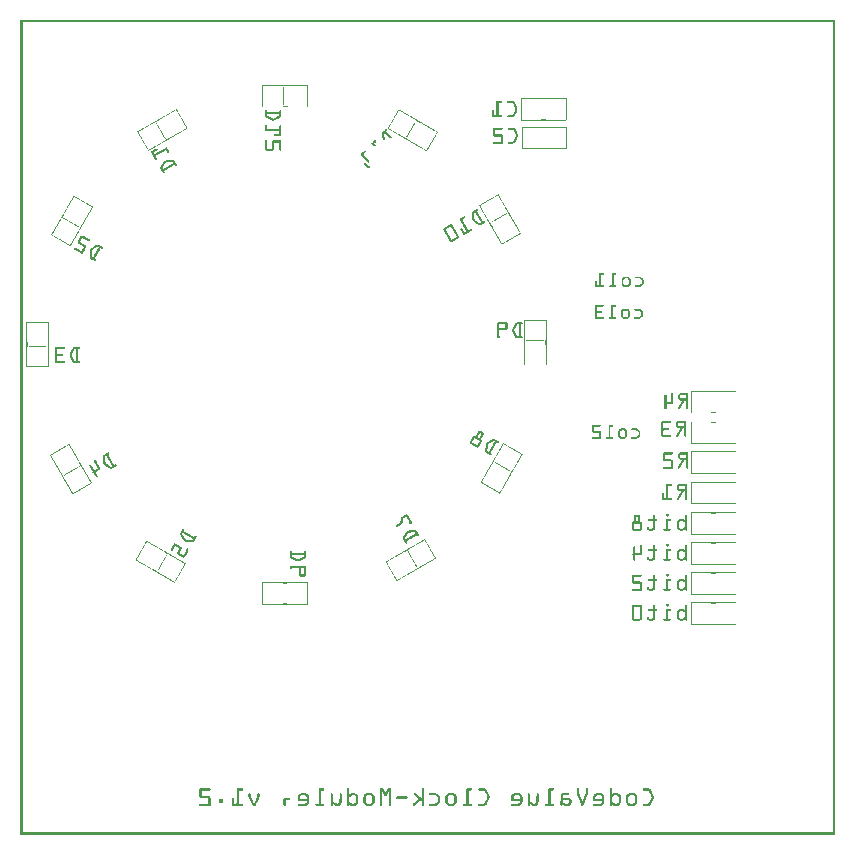
<source format=gbo>
G04 MADE WITH FRITZING*
G04 WWW.FRITZING.ORG*
G04 DOUBLE SIDED*
G04 HOLES PLATED*
G04 CONTOUR ON CENTER OF CONTOUR VECTOR*
%ASAXBY*%
%FSLAX23Y23*%
%MOIN*%
%OFA0B0*%
%SFA1.0B1.0*%
%ADD10R,0.001000X0.001000*%
%LNSILK0*%
G90*
G70*
G54D10*
X0Y2717D02*
X2715Y2717D01*
X0Y2716D02*
X2715Y2716D01*
X0Y2715D02*
X2715Y2715D01*
X0Y2714D02*
X2715Y2714D01*
X0Y2713D02*
X2715Y2713D01*
X0Y2712D02*
X2715Y2712D01*
X0Y2711D02*
X2715Y2711D01*
X0Y2710D02*
X2715Y2710D01*
X0Y2709D02*
X7Y2709D01*
X2708Y2709D02*
X2715Y2709D01*
X0Y2708D02*
X7Y2708D01*
X2708Y2708D02*
X2715Y2708D01*
X0Y2707D02*
X7Y2707D01*
X2708Y2707D02*
X2715Y2707D01*
X0Y2706D02*
X7Y2706D01*
X2708Y2706D02*
X2715Y2706D01*
X0Y2705D02*
X7Y2705D01*
X2708Y2705D02*
X2715Y2705D01*
X0Y2704D02*
X7Y2704D01*
X2708Y2704D02*
X2715Y2704D01*
X0Y2703D02*
X7Y2703D01*
X2708Y2703D02*
X2715Y2703D01*
X0Y2702D02*
X7Y2702D01*
X2708Y2702D02*
X2715Y2702D01*
X0Y2701D02*
X7Y2701D01*
X2708Y2701D02*
X2715Y2701D01*
X0Y2700D02*
X7Y2700D01*
X2708Y2700D02*
X2715Y2700D01*
X0Y2699D02*
X7Y2699D01*
X2708Y2699D02*
X2715Y2699D01*
X0Y2698D02*
X7Y2698D01*
X2708Y2698D02*
X2715Y2698D01*
X0Y2697D02*
X7Y2697D01*
X2708Y2697D02*
X2715Y2697D01*
X0Y2696D02*
X7Y2696D01*
X2708Y2696D02*
X2715Y2696D01*
X0Y2695D02*
X7Y2695D01*
X2708Y2695D02*
X2715Y2695D01*
X0Y2694D02*
X7Y2694D01*
X2708Y2694D02*
X2715Y2694D01*
X0Y2693D02*
X7Y2693D01*
X2708Y2693D02*
X2715Y2693D01*
X0Y2692D02*
X7Y2692D01*
X2708Y2692D02*
X2715Y2692D01*
X0Y2691D02*
X7Y2691D01*
X2708Y2691D02*
X2715Y2691D01*
X0Y2690D02*
X7Y2690D01*
X2708Y2690D02*
X2715Y2690D01*
X0Y2689D02*
X7Y2689D01*
X2708Y2689D02*
X2715Y2689D01*
X0Y2688D02*
X7Y2688D01*
X2708Y2688D02*
X2715Y2688D01*
X0Y2687D02*
X7Y2687D01*
X2708Y2687D02*
X2715Y2687D01*
X0Y2686D02*
X7Y2686D01*
X2708Y2686D02*
X2715Y2686D01*
X0Y2685D02*
X7Y2685D01*
X2708Y2685D02*
X2715Y2685D01*
X0Y2684D02*
X7Y2684D01*
X2708Y2684D02*
X2715Y2684D01*
X0Y2683D02*
X7Y2683D01*
X2708Y2683D02*
X2715Y2683D01*
X0Y2682D02*
X7Y2682D01*
X2708Y2682D02*
X2715Y2682D01*
X0Y2681D02*
X7Y2681D01*
X2708Y2681D02*
X2715Y2681D01*
X0Y2680D02*
X7Y2680D01*
X2708Y2680D02*
X2715Y2680D01*
X0Y2679D02*
X7Y2679D01*
X2708Y2679D02*
X2715Y2679D01*
X0Y2678D02*
X7Y2678D01*
X2708Y2678D02*
X2715Y2678D01*
X0Y2677D02*
X7Y2677D01*
X2708Y2677D02*
X2715Y2677D01*
X0Y2676D02*
X7Y2676D01*
X2708Y2676D02*
X2715Y2676D01*
X0Y2675D02*
X7Y2675D01*
X2708Y2675D02*
X2715Y2675D01*
X0Y2674D02*
X7Y2674D01*
X2708Y2674D02*
X2715Y2674D01*
X0Y2673D02*
X7Y2673D01*
X2708Y2673D02*
X2715Y2673D01*
X0Y2672D02*
X7Y2672D01*
X2708Y2672D02*
X2715Y2672D01*
X0Y2671D02*
X7Y2671D01*
X2708Y2671D02*
X2715Y2671D01*
X0Y2670D02*
X7Y2670D01*
X2708Y2670D02*
X2715Y2670D01*
X0Y2669D02*
X7Y2669D01*
X2708Y2669D02*
X2715Y2669D01*
X0Y2668D02*
X7Y2668D01*
X2708Y2668D02*
X2715Y2668D01*
X0Y2667D02*
X7Y2667D01*
X2708Y2667D02*
X2715Y2667D01*
X0Y2666D02*
X7Y2666D01*
X2708Y2666D02*
X2715Y2666D01*
X0Y2665D02*
X7Y2665D01*
X2708Y2665D02*
X2715Y2665D01*
X0Y2664D02*
X7Y2664D01*
X2708Y2664D02*
X2715Y2664D01*
X0Y2663D02*
X7Y2663D01*
X2708Y2663D02*
X2715Y2663D01*
X0Y2662D02*
X7Y2662D01*
X2708Y2662D02*
X2715Y2662D01*
X0Y2661D02*
X7Y2661D01*
X2708Y2661D02*
X2715Y2661D01*
X0Y2660D02*
X7Y2660D01*
X2708Y2660D02*
X2715Y2660D01*
X0Y2659D02*
X7Y2659D01*
X2708Y2659D02*
X2715Y2659D01*
X0Y2658D02*
X7Y2658D01*
X2708Y2658D02*
X2715Y2658D01*
X0Y2657D02*
X7Y2657D01*
X2708Y2657D02*
X2715Y2657D01*
X0Y2656D02*
X7Y2656D01*
X2708Y2656D02*
X2715Y2656D01*
X0Y2655D02*
X7Y2655D01*
X2708Y2655D02*
X2715Y2655D01*
X0Y2654D02*
X7Y2654D01*
X2708Y2654D02*
X2715Y2654D01*
X0Y2653D02*
X7Y2653D01*
X2708Y2653D02*
X2715Y2653D01*
X0Y2652D02*
X7Y2652D01*
X2708Y2652D02*
X2715Y2652D01*
X0Y2651D02*
X7Y2651D01*
X2708Y2651D02*
X2715Y2651D01*
X0Y2650D02*
X7Y2650D01*
X2708Y2650D02*
X2715Y2650D01*
X0Y2649D02*
X7Y2649D01*
X2708Y2649D02*
X2715Y2649D01*
X0Y2648D02*
X7Y2648D01*
X2708Y2648D02*
X2715Y2648D01*
X0Y2647D02*
X7Y2647D01*
X2708Y2647D02*
X2715Y2647D01*
X0Y2646D02*
X7Y2646D01*
X2708Y2646D02*
X2715Y2646D01*
X0Y2645D02*
X7Y2645D01*
X2708Y2645D02*
X2715Y2645D01*
X0Y2644D02*
X7Y2644D01*
X2708Y2644D02*
X2715Y2644D01*
X0Y2643D02*
X7Y2643D01*
X2708Y2643D02*
X2715Y2643D01*
X0Y2642D02*
X7Y2642D01*
X2708Y2642D02*
X2715Y2642D01*
X0Y2641D02*
X7Y2641D01*
X2708Y2641D02*
X2715Y2641D01*
X0Y2640D02*
X7Y2640D01*
X2708Y2640D02*
X2715Y2640D01*
X0Y2639D02*
X7Y2639D01*
X2708Y2639D02*
X2715Y2639D01*
X0Y2638D02*
X7Y2638D01*
X2708Y2638D02*
X2715Y2638D01*
X0Y2637D02*
X7Y2637D01*
X2708Y2637D02*
X2715Y2637D01*
X0Y2636D02*
X7Y2636D01*
X2708Y2636D02*
X2715Y2636D01*
X0Y2635D02*
X7Y2635D01*
X2708Y2635D02*
X2715Y2635D01*
X0Y2634D02*
X7Y2634D01*
X2708Y2634D02*
X2715Y2634D01*
X0Y2633D02*
X7Y2633D01*
X2708Y2633D02*
X2715Y2633D01*
X0Y2632D02*
X7Y2632D01*
X2708Y2632D02*
X2715Y2632D01*
X0Y2631D02*
X7Y2631D01*
X2708Y2631D02*
X2715Y2631D01*
X0Y2630D02*
X7Y2630D01*
X2708Y2630D02*
X2715Y2630D01*
X0Y2629D02*
X7Y2629D01*
X2708Y2629D02*
X2715Y2629D01*
X0Y2628D02*
X7Y2628D01*
X2708Y2628D02*
X2715Y2628D01*
X0Y2627D02*
X7Y2627D01*
X2708Y2627D02*
X2715Y2627D01*
X0Y2626D02*
X7Y2626D01*
X2708Y2626D02*
X2715Y2626D01*
X0Y2625D02*
X7Y2625D01*
X2708Y2625D02*
X2715Y2625D01*
X0Y2624D02*
X7Y2624D01*
X2708Y2624D02*
X2715Y2624D01*
X0Y2623D02*
X7Y2623D01*
X2708Y2623D02*
X2715Y2623D01*
X0Y2622D02*
X7Y2622D01*
X2708Y2622D02*
X2715Y2622D01*
X0Y2621D02*
X7Y2621D01*
X2708Y2621D02*
X2715Y2621D01*
X0Y2620D02*
X7Y2620D01*
X2708Y2620D02*
X2715Y2620D01*
X0Y2619D02*
X7Y2619D01*
X2708Y2619D02*
X2715Y2619D01*
X0Y2618D02*
X7Y2618D01*
X2708Y2618D02*
X2715Y2618D01*
X0Y2617D02*
X7Y2617D01*
X2708Y2617D02*
X2715Y2617D01*
X0Y2616D02*
X7Y2616D01*
X2708Y2616D02*
X2715Y2616D01*
X0Y2615D02*
X7Y2615D01*
X2708Y2615D02*
X2715Y2615D01*
X0Y2614D02*
X7Y2614D01*
X2708Y2614D02*
X2715Y2614D01*
X0Y2613D02*
X7Y2613D01*
X2708Y2613D02*
X2715Y2613D01*
X0Y2612D02*
X7Y2612D01*
X2708Y2612D02*
X2715Y2612D01*
X0Y2611D02*
X7Y2611D01*
X2708Y2611D02*
X2715Y2611D01*
X0Y2610D02*
X7Y2610D01*
X2708Y2610D02*
X2715Y2610D01*
X0Y2609D02*
X7Y2609D01*
X2708Y2609D02*
X2715Y2609D01*
X0Y2608D02*
X7Y2608D01*
X2708Y2608D02*
X2715Y2608D01*
X0Y2607D02*
X7Y2607D01*
X2708Y2607D02*
X2715Y2607D01*
X0Y2606D02*
X7Y2606D01*
X2708Y2606D02*
X2715Y2606D01*
X0Y2605D02*
X7Y2605D01*
X2708Y2605D02*
X2715Y2605D01*
X0Y2604D02*
X7Y2604D01*
X2708Y2604D02*
X2715Y2604D01*
X0Y2603D02*
X7Y2603D01*
X2708Y2603D02*
X2715Y2603D01*
X0Y2602D02*
X7Y2602D01*
X2708Y2602D02*
X2715Y2602D01*
X0Y2601D02*
X7Y2601D01*
X2708Y2601D02*
X2715Y2601D01*
X0Y2600D02*
X7Y2600D01*
X2708Y2600D02*
X2715Y2600D01*
X0Y2599D02*
X7Y2599D01*
X2708Y2599D02*
X2715Y2599D01*
X0Y2598D02*
X7Y2598D01*
X2708Y2598D02*
X2715Y2598D01*
X0Y2597D02*
X7Y2597D01*
X2708Y2597D02*
X2715Y2597D01*
X0Y2596D02*
X7Y2596D01*
X2708Y2596D02*
X2715Y2596D01*
X0Y2595D02*
X7Y2595D01*
X2708Y2595D02*
X2715Y2595D01*
X0Y2594D02*
X7Y2594D01*
X2708Y2594D02*
X2715Y2594D01*
X0Y2593D02*
X7Y2593D01*
X2708Y2593D02*
X2715Y2593D01*
X0Y2592D02*
X7Y2592D01*
X2708Y2592D02*
X2715Y2592D01*
X0Y2591D02*
X7Y2591D01*
X2708Y2591D02*
X2715Y2591D01*
X0Y2590D02*
X7Y2590D01*
X2708Y2590D02*
X2715Y2590D01*
X0Y2589D02*
X7Y2589D01*
X2708Y2589D02*
X2715Y2589D01*
X0Y2588D02*
X7Y2588D01*
X2708Y2588D02*
X2715Y2588D01*
X0Y2587D02*
X7Y2587D01*
X2708Y2587D02*
X2715Y2587D01*
X0Y2586D02*
X7Y2586D01*
X2708Y2586D02*
X2715Y2586D01*
X0Y2585D02*
X7Y2585D01*
X2708Y2585D02*
X2715Y2585D01*
X0Y2584D02*
X7Y2584D01*
X2708Y2584D02*
X2715Y2584D01*
X0Y2583D02*
X7Y2583D01*
X2708Y2583D02*
X2715Y2583D01*
X0Y2582D02*
X7Y2582D01*
X2708Y2582D02*
X2715Y2582D01*
X0Y2581D02*
X7Y2581D01*
X2708Y2581D02*
X2715Y2581D01*
X0Y2580D02*
X7Y2580D01*
X2708Y2580D02*
X2715Y2580D01*
X0Y2579D02*
X7Y2579D01*
X2708Y2579D02*
X2715Y2579D01*
X0Y2578D02*
X7Y2578D01*
X2708Y2578D02*
X2715Y2578D01*
X0Y2577D02*
X7Y2577D01*
X2708Y2577D02*
X2715Y2577D01*
X0Y2576D02*
X7Y2576D01*
X2708Y2576D02*
X2715Y2576D01*
X0Y2575D02*
X7Y2575D01*
X2708Y2575D02*
X2715Y2575D01*
X0Y2574D02*
X7Y2574D01*
X2708Y2574D02*
X2715Y2574D01*
X0Y2573D02*
X7Y2573D01*
X2708Y2573D02*
X2715Y2573D01*
X0Y2572D02*
X7Y2572D01*
X2708Y2572D02*
X2715Y2572D01*
X0Y2571D02*
X7Y2571D01*
X2708Y2571D02*
X2715Y2571D01*
X0Y2570D02*
X7Y2570D01*
X2708Y2570D02*
X2715Y2570D01*
X0Y2569D02*
X7Y2569D01*
X2708Y2569D02*
X2715Y2569D01*
X0Y2568D02*
X7Y2568D01*
X2708Y2568D02*
X2715Y2568D01*
X0Y2567D02*
X7Y2567D01*
X2708Y2567D02*
X2715Y2567D01*
X0Y2566D02*
X7Y2566D01*
X2708Y2566D02*
X2715Y2566D01*
X0Y2565D02*
X7Y2565D01*
X2708Y2565D02*
X2715Y2565D01*
X0Y2564D02*
X7Y2564D01*
X2708Y2564D02*
X2715Y2564D01*
X0Y2563D02*
X7Y2563D01*
X2708Y2563D02*
X2715Y2563D01*
X0Y2562D02*
X7Y2562D01*
X2708Y2562D02*
X2715Y2562D01*
X0Y2561D02*
X7Y2561D01*
X2708Y2561D02*
X2715Y2561D01*
X0Y2560D02*
X7Y2560D01*
X2708Y2560D02*
X2715Y2560D01*
X0Y2559D02*
X7Y2559D01*
X2708Y2559D02*
X2715Y2559D01*
X0Y2558D02*
X7Y2558D01*
X2708Y2558D02*
X2715Y2558D01*
X0Y2557D02*
X7Y2557D01*
X2708Y2557D02*
X2715Y2557D01*
X0Y2556D02*
X7Y2556D01*
X2708Y2556D02*
X2715Y2556D01*
X0Y2555D02*
X7Y2555D01*
X2708Y2555D02*
X2715Y2555D01*
X0Y2554D02*
X7Y2554D01*
X2708Y2554D02*
X2715Y2554D01*
X0Y2553D02*
X7Y2553D01*
X2708Y2553D02*
X2715Y2553D01*
X0Y2552D02*
X7Y2552D01*
X2708Y2552D02*
X2715Y2552D01*
X0Y2551D02*
X7Y2551D01*
X2708Y2551D02*
X2715Y2551D01*
X0Y2550D02*
X7Y2550D01*
X2708Y2550D02*
X2715Y2550D01*
X0Y2549D02*
X7Y2549D01*
X2708Y2549D02*
X2715Y2549D01*
X0Y2548D02*
X7Y2548D01*
X2708Y2548D02*
X2715Y2548D01*
X0Y2547D02*
X7Y2547D01*
X2708Y2547D02*
X2715Y2547D01*
X0Y2546D02*
X7Y2546D01*
X2708Y2546D02*
X2715Y2546D01*
X0Y2545D02*
X7Y2545D01*
X2708Y2545D02*
X2715Y2545D01*
X0Y2544D02*
X7Y2544D01*
X2708Y2544D02*
X2715Y2544D01*
X0Y2543D02*
X7Y2543D01*
X2708Y2543D02*
X2715Y2543D01*
X0Y2542D02*
X7Y2542D01*
X2708Y2542D02*
X2715Y2542D01*
X0Y2541D02*
X7Y2541D01*
X2708Y2541D02*
X2715Y2541D01*
X0Y2540D02*
X7Y2540D01*
X2708Y2540D02*
X2715Y2540D01*
X0Y2539D02*
X7Y2539D01*
X2708Y2539D02*
X2715Y2539D01*
X0Y2538D02*
X7Y2538D01*
X2708Y2538D02*
X2715Y2538D01*
X0Y2537D02*
X7Y2537D01*
X2708Y2537D02*
X2715Y2537D01*
X0Y2536D02*
X7Y2536D01*
X2708Y2536D02*
X2715Y2536D01*
X0Y2535D02*
X7Y2535D01*
X2708Y2535D02*
X2715Y2535D01*
X0Y2534D02*
X7Y2534D01*
X2708Y2534D02*
X2715Y2534D01*
X0Y2533D02*
X7Y2533D01*
X2708Y2533D02*
X2715Y2533D01*
X0Y2532D02*
X7Y2532D01*
X2708Y2532D02*
X2715Y2532D01*
X0Y2531D02*
X7Y2531D01*
X2708Y2531D02*
X2715Y2531D01*
X0Y2530D02*
X7Y2530D01*
X2708Y2530D02*
X2715Y2530D01*
X0Y2529D02*
X7Y2529D01*
X2708Y2529D02*
X2715Y2529D01*
X0Y2528D02*
X7Y2528D01*
X2708Y2528D02*
X2715Y2528D01*
X0Y2527D02*
X7Y2527D01*
X2708Y2527D02*
X2715Y2527D01*
X0Y2526D02*
X7Y2526D01*
X2708Y2526D02*
X2715Y2526D01*
X0Y2525D02*
X7Y2525D01*
X2708Y2525D02*
X2715Y2525D01*
X0Y2524D02*
X7Y2524D01*
X2708Y2524D02*
X2715Y2524D01*
X0Y2523D02*
X7Y2523D01*
X2708Y2523D02*
X2715Y2523D01*
X0Y2522D02*
X7Y2522D01*
X2708Y2522D02*
X2715Y2522D01*
X0Y2521D02*
X7Y2521D01*
X2708Y2521D02*
X2715Y2521D01*
X0Y2520D02*
X7Y2520D01*
X2708Y2520D02*
X2715Y2520D01*
X0Y2519D02*
X7Y2519D01*
X2708Y2519D02*
X2715Y2519D01*
X0Y2518D02*
X7Y2518D01*
X2708Y2518D02*
X2715Y2518D01*
X0Y2517D02*
X7Y2517D01*
X2708Y2517D02*
X2715Y2517D01*
X0Y2516D02*
X7Y2516D01*
X2708Y2516D02*
X2715Y2516D01*
X0Y2515D02*
X7Y2515D01*
X2708Y2515D02*
X2715Y2515D01*
X0Y2514D02*
X7Y2514D01*
X2708Y2514D02*
X2715Y2514D01*
X0Y2513D02*
X7Y2513D01*
X2708Y2513D02*
X2715Y2513D01*
X0Y2512D02*
X7Y2512D01*
X2708Y2512D02*
X2715Y2512D01*
X0Y2511D02*
X7Y2511D01*
X2708Y2511D02*
X2715Y2511D01*
X0Y2510D02*
X7Y2510D01*
X2708Y2510D02*
X2715Y2510D01*
X0Y2509D02*
X7Y2509D01*
X2708Y2509D02*
X2715Y2509D01*
X0Y2508D02*
X7Y2508D01*
X2708Y2508D02*
X2715Y2508D01*
X0Y2507D02*
X7Y2507D01*
X2708Y2507D02*
X2715Y2507D01*
X0Y2506D02*
X7Y2506D01*
X2708Y2506D02*
X2715Y2506D01*
X0Y2505D02*
X7Y2505D01*
X2708Y2505D02*
X2715Y2505D01*
X0Y2504D02*
X7Y2504D01*
X2708Y2504D02*
X2715Y2504D01*
X0Y2503D02*
X7Y2503D01*
X2708Y2503D02*
X2715Y2503D01*
X0Y2502D02*
X7Y2502D01*
X2708Y2502D02*
X2715Y2502D01*
X0Y2501D02*
X7Y2501D01*
X2708Y2501D02*
X2715Y2501D01*
X0Y2500D02*
X7Y2500D01*
X807Y2500D02*
X958Y2500D01*
X2708Y2500D02*
X2715Y2500D01*
X0Y2499D02*
X7Y2499D01*
X807Y2499D02*
X958Y2499D01*
X2708Y2499D02*
X2715Y2499D01*
X0Y2498D02*
X7Y2498D01*
X807Y2498D02*
X958Y2498D01*
X2708Y2498D02*
X2715Y2498D01*
X0Y2497D02*
X7Y2497D01*
X807Y2497D02*
X809Y2497D01*
X875Y2497D02*
X890Y2497D01*
X956Y2497D02*
X958Y2497D01*
X2708Y2497D02*
X2715Y2497D01*
X0Y2496D02*
X7Y2496D01*
X807Y2496D02*
X809Y2496D01*
X956Y2496D02*
X958Y2496D01*
X2708Y2496D02*
X2715Y2496D01*
X0Y2495D02*
X7Y2495D01*
X807Y2495D02*
X809Y2495D01*
X956Y2495D02*
X958Y2495D01*
X2708Y2495D02*
X2715Y2495D01*
X0Y2494D02*
X7Y2494D01*
X807Y2494D02*
X809Y2494D01*
X956Y2494D02*
X958Y2494D01*
X2708Y2494D02*
X2715Y2494D01*
X0Y2493D02*
X7Y2493D01*
X807Y2493D02*
X809Y2493D01*
X956Y2493D02*
X958Y2493D01*
X2708Y2493D02*
X2715Y2493D01*
X0Y2492D02*
X7Y2492D01*
X807Y2492D02*
X809Y2492D01*
X875Y2492D02*
X877Y2492D01*
X956Y2492D02*
X958Y2492D01*
X2708Y2492D02*
X2715Y2492D01*
X0Y2491D02*
X7Y2491D01*
X807Y2491D02*
X809Y2491D01*
X875Y2491D02*
X877Y2491D01*
X956Y2491D02*
X958Y2491D01*
X2708Y2491D02*
X2715Y2491D01*
X0Y2490D02*
X7Y2490D01*
X807Y2490D02*
X809Y2490D01*
X875Y2490D02*
X877Y2490D01*
X956Y2490D02*
X958Y2490D01*
X2708Y2490D02*
X2715Y2490D01*
X0Y2489D02*
X7Y2489D01*
X807Y2489D02*
X809Y2489D01*
X875Y2489D02*
X877Y2489D01*
X956Y2489D02*
X958Y2489D01*
X2708Y2489D02*
X2715Y2489D01*
X0Y2488D02*
X7Y2488D01*
X807Y2488D02*
X809Y2488D01*
X875Y2488D02*
X877Y2488D01*
X956Y2488D02*
X958Y2488D01*
X2708Y2488D02*
X2715Y2488D01*
X0Y2487D02*
X7Y2487D01*
X807Y2487D02*
X809Y2487D01*
X875Y2487D02*
X877Y2487D01*
X956Y2487D02*
X958Y2487D01*
X2708Y2487D02*
X2715Y2487D01*
X0Y2486D02*
X7Y2486D01*
X807Y2486D02*
X809Y2486D01*
X875Y2486D02*
X877Y2486D01*
X956Y2486D02*
X958Y2486D01*
X2708Y2486D02*
X2715Y2486D01*
X0Y2485D02*
X7Y2485D01*
X807Y2485D02*
X809Y2485D01*
X875Y2485D02*
X877Y2485D01*
X956Y2485D02*
X958Y2485D01*
X2708Y2485D02*
X2715Y2485D01*
X0Y2484D02*
X7Y2484D01*
X807Y2484D02*
X809Y2484D01*
X875Y2484D02*
X877Y2484D01*
X956Y2484D02*
X958Y2484D01*
X2708Y2484D02*
X2715Y2484D01*
X0Y2483D02*
X7Y2483D01*
X807Y2483D02*
X809Y2483D01*
X875Y2483D02*
X877Y2483D01*
X956Y2483D02*
X958Y2483D01*
X2708Y2483D02*
X2715Y2483D01*
X0Y2482D02*
X7Y2482D01*
X807Y2482D02*
X809Y2482D01*
X875Y2482D02*
X877Y2482D01*
X956Y2482D02*
X958Y2482D01*
X2708Y2482D02*
X2715Y2482D01*
X0Y2481D02*
X7Y2481D01*
X807Y2481D02*
X809Y2481D01*
X875Y2481D02*
X877Y2481D01*
X956Y2481D02*
X958Y2481D01*
X2708Y2481D02*
X2715Y2481D01*
X0Y2480D02*
X7Y2480D01*
X807Y2480D02*
X809Y2480D01*
X875Y2480D02*
X877Y2480D01*
X956Y2480D02*
X958Y2480D01*
X2708Y2480D02*
X2715Y2480D01*
X0Y2479D02*
X7Y2479D01*
X807Y2479D02*
X809Y2479D01*
X875Y2479D02*
X877Y2479D01*
X956Y2479D02*
X958Y2479D01*
X2708Y2479D02*
X2715Y2479D01*
X0Y2478D02*
X7Y2478D01*
X807Y2478D02*
X809Y2478D01*
X875Y2478D02*
X877Y2478D01*
X956Y2478D02*
X958Y2478D01*
X2708Y2478D02*
X2715Y2478D01*
X0Y2477D02*
X7Y2477D01*
X807Y2477D02*
X809Y2477D01*
X875Y2477D02*
X877Y2477D01*
X956Y2477D02*
X958Y2477D01*
X2708Y2477D02*
X2715Y2477D01*
X0Y2476D02*
X7Y2476D01*
X807Y2476D02*
X809Y2476D01*
X875Y2476D02*
X877Y2476D01*
X956Y2476D02*
X958Y2476D01*
X2708Y2476D02*
X2715Y2476D01*
X0Y2475D02*
X7Y2475D01*
X807Y2475D02*
X809Y2475D01*
X875Y2475D02*
X877Y2475D01*
X956Y2475D02*
X958Y2475D01*
X2708Y2475D02*
X2715Y2475D01*
X0Y2474D02*
X7Y2474D01*
X807Y2474D02*
X809Y2474D01*
X875Y2474D02*
X877Y2474D01*
X956Y2474D02*
X958Y2474D01*
X2708Y2474D02*
X2715Y2474D01*
X0Y2473D02*
X7Y2473D01*
X807Y2473D02*
X809Y2473D01*
X875Y2473D02*
X877Y2473D01*
X956Y2473D02*
X958Y2473D01*
X2708Y2473D02*
X2715Y2473D01*
X0Y2472D02*
X7Y2472D01*
X807Y2472D02*
X809Y2472D01*
X875Y2472D02*
X877Y2472D01*
X956Y2472D02*
X958Y2472D01*
X2708Y2472D02*
X2715Y2472D01*
X0Y2471D02*
X7Y2471D01*
X807Y2471D02*
X809Y2471D01*
X875Y2471D02*
X877Y2471D01*
X956Y2471D02*
X958Y2471D01*
X2708Y2471D02*
X2715Y2471D01*
X0Y2470D02*
X7Y2470D01*
X807Y2470D02*
X809Y2470D01*
X875Y2470D02*
X877Y2470D01*
X956Y2470D02*
X958Y2470D01*
X2708Y2470D02*
X2715Y2470D01*
X0Y2469D02*
X7Y2469D01*
X807Y2469D02*
X809Y2469D01*
X875Y2469D02*
X877Y2469D01*
X956Y2469D02*
X958Y2469D01*
X2708Y2469D02*
X2715Y2469D01*
X0Y2468D02*
X7Y2468D01*
X807Y2468D02*
X809Y2468D01*
X875Y2468D02*
X877Y2468D01*
X956Y2468D02*
X958Y2468D01*
X2708Y2468D02*
X2715Y2468D01*
X0Y2467D02*
X7Y2467D01*
X807Y2467D02*
X809Y2467D01*
X875Y2467D02*
X877Y2467D01*
X956Y2467D02*
X958Y2467D01*
X2708Y2467D02*
X2715Y2467D01*
X0Y2466D02*
X7Y2466D01*
X807Y2466D02*
X809Y2466D01*
X875Y2466D02*
X877Y2466D01*
X956Y2466D02*
X958Y2466D01*
X2708Y2466D02*
X2715Y2466D01*
X0Y2465D02*
X7Y2465D01*
X807Y2465D02*
X809Y2465D01*
X875Y2465D02*
X877Y2465D01*
X956Y2465D02*
X958Y2465D01*
X2708Y2465D02*
X2715Y2465D01*
X0Y2464D02*
X7Y2464D01*
X807Y2464D02*
X809Y2464D01*
X875Y2464D02*
X877Y2464D01*
X956Y2464D02*
X958Y2464D01*
X2708Y2464D02*
X2715Y2464D01*
X0Y2463D02*
X7Y2463D01*
X807Y2463D02*
X809Y2463D01*
X875Y2463D02*
X877Y2463D01*
X956Y2463D02*
X958Y2463D01*
X2708Y2463D02*
X2715Y2463D01*
X0Y2462D02*
X7Y2462D01*
X807Y2462D02*
X809Y2462D01*
X875Y2462D02*
X877Y2462D01*
X956Y2462D02*
X958Y2462D01*
X2708Y2462D02*
X2715Y2462D01*
X0Y2461D02*
X7Y2461D01*
X807Y2461D02*
X809Y2461D01*
X875Y2461D02*
X877Y2461D01*
X956Y2461D02*
X958Y2461D01*
X2708Y2461D02*
X2715Y2461D01*
X0Y2460D02*
X7Y2460D01*
X807Y2460D02*
X809Y2460D01*
X875Y2460D02*
X877Y2460D01*
X956Y2460D02*
X958Y2460D01*
X2708Y2460D02*
X2715Y2460D01*
X0Y2459D02*
X7Y2459D01*
X807Y2459D02*
X809Y2459D01*
X875Y2459D02*
X877Y2459D01*
X956Y2459D02*
X958Y2459D01*
X2708Y2459D02*
X2715Y2459D01*
X0Y2458D02*
X7Y2458D01*
X807Y2458D02*
X809Y2458D01*
X875Y2458D02*
X877Y2458D01*
X956Y2458D02*
X958Y2458D01*
X2708Y2458D02*
X2715Y2458D01*
X0Y2457D02*
X7Y2457D01*
X807Y2457D02*
X809Y2457D01*
X875Y2457D02*
X877Y2457D01*
X956Y2457D02*
X958Y2457D01*
X2708Y2457D02*
X2715Y2457D01*
X0Y2456D02*
X7Y2456D01*
X807Y2456D02*
X809Y2456D01*
X875Y2456D02*
X877Y2456D01*
X956Y2456D02*
X958Y2456D01*
X1669Y2456D02*
X1820Y2456D01*
X2708Y2456D02*
X2715Y2456D01*
X0Y2455D02*
X7Y2455D01*
X807Y2455D02*
X809Y2455D01*
X875Y2455D02*
X877Y2455D01*
X956Y2455D02*
X958Y2455D01*
X1669Y2455D02*
X1820Y2455D01*
X2708Y2455D02*
X2715Y2455D01*
X0Y2454D02*
X7Y2454D01*
X807Y2454D02*
X809Y2454D01*
X875Y2454D02*
X877Y2454D01*
X956Y2454D02*
X958Y2454D01*
X1669Y2454D02*
X1820Y2454D01*
X2708Y2454D02*
X2715Y2454D01*
X0Y2453D02*
X7Y2453D01*
X807Y2453D02*
X809Y2453D01*
X875Y2453D02*
X877Y2453D01*
X956Y2453D02*
X958Y2453D01*
X1669Y2453D02*
X1671Y2453D01*
X1737Y2453D02*
X1752Y2453D01*
X1818Y2453D02*
X1820Y2453D01*
X2708Y2453D02*
X2715Y2453D01*
X0Y2452D02*
X7Y2452D01*
X807Y2452D02*
X809Y2452D01*
X875Y2452D02*
X877Y2452D01*
X956Y2452D02*
X958Y2452D01*
X1669Y2452D02*
X1671Y2452D01*
X1818Y2452D02*
X1820Y2452D01*
X2708Y2452D02*
X2715Y2452D01*
X0Y2451D02*
X7Y2451D01*
X807Y2451D02*
X809Y2451D01*
X875Y2451D02*
X877Y2451D01*
X956Y2451D02*
X958Y2451D01*
X1669Y2451D02*
X1671Y2451D01*
X1818Y2451D02*
X1820Y2451D01*
X2708Y2451D02*
X2715Y2451D01*
X0Y2450D02*
X7Y2450D01*
X807Y2450D02*
X809Y2450D01*
X875Y2450D02*
X877Y2450D01*
X956Y2450D02*
X958Y2450D01*
X1669Y2450D02*
X1671Y2450D01*
X1818Y2450D02*
X1820Y2450D01*
X2708Y2450D02*
X2715Y2450D01*
X0Y2449D02*
X7Y2449D01*
X807Y2449D02*
X809Y2449D01*
X875Y2449D02*
X877Y2449D01*
X956Y2449D02*
X958Y2449D01*
X1669Y2449D02*
X1671Y2449D01*
X1818Y2449D02*
X1820Y2449D01*
X2708Y2449D02*
X2715Y2449D01*
X0Y2448D02*
X7Y2448D01*
X807Y2448D02*
X809Y2448D01*
X875Y2448D02*
X877Y2448D01*
X956Y2448D02*
X958Y2448D01*
X1669Y2448D02*
X1671Y2448D01*
X1818Y2448D02*
X1820Y2448D01*
X2708Y2448D02*
X2715Y2448D01*
X0Y2447D02*
X7Y2447D01*
X807Y2447D02*
X809Y2447D01*
X875Y2447D02*
X877Y2447D01*
X956Y2447D02*
X958Y2447D01*
X1669Y2447D02*
X1671Y2447D01*
X1818Y2447D02*
X1820Y2447D01*
X2708Y2447D02*
X2715Y2447D01*
X0Y2446D02*
X7Y2446D01*
X807Y2446D02*
X809Y2446D01*
X875Y2446D02*
X877Y2446D01*
X956Y2446D02*
X958Y2446D01*
X1587Y2446D02*
X1605Y2446D01*
X1624Y2446D02*
X1643Y2446D01*
X1669Y2446D02*
X1671Y2446D01*
X1818Y2446D02*
X1820Y2446D01*
X2708Y2446D02*
X2715Y2446D01*
X0Y2445D02*
X7Y2445D01*
X807Y2445D02*
X809Y2445D01*
X875Y2445D02*
X877Y2445D01*
X956Y2445D02*
X958Y2445D01*
X1587Y2445D02*
X1606Y2445D01*
X1623Y2445D02*
X1645Y2445D01*
X1669Y2445D02*
X1671Y2445D01*
X1818Y2445D02*
X1820Y2445D01*
X2708Y2445D02*
X2715Y2445D01*
X0Y2444D02*
X7Y2444D01*
X807Y2444D02*
X809Y2444D01*
X875Y2444D02*
X877Y2444D01*
X956Y2444D02*
X958Y2444D01*
X1587Y2444D02*
X1606Y2444D01*
X1623Y2444D02*
X1646Y2444D01*
X1669Y2444D02*
X1671Y2444D01*
X1818Y2444D02*
X1820Y2444D01*
X2708Y2444D02*
X2715Y2444D01*
X0Y2443D02*
X7Y2443D01*
X807Y2443D02*
X809Y2443D01*
X875Y2443D02*
X877Y2443D01*
X956Y2443D02*
X958Y2443D01*
X1587Y2443D02*
X1606Y2443D01*
X1623Y2443D02*
X1647Y2443D01*
X1669Y2443D02*
X1671Y2443D01*
X1818Y2443D02*
X1820Y2443D01*
X2708Y2443D02*
X2715Y2443D01*
X0Y2442D02*
X7Y2442D01*
X807Y2442D02*
X809Y2442D01*
X875Y2442D02*
X877Y2442D01*
X956Y2442D02*
X958Y2442D01*
X1587Y2442D02*
X1606Y2442D01*
X1623Y2442D02*
X1647Y2442D01*
X1669Y2442D02*
X1671Y2442D01*
X1818Y2442D02*
X1820Y2442D01*
X2708Y2442D02*
X2715Y2442D01*
X0Y2441D02*
X7Y2441D01*
X807Y2441D02*
X809Y2441D01*
X875Y2441D02*
X877Y2441D01*
X956Y2441D02*
X958Y2441D01*
X1587Y2441D02*
X1605Y2441D01*
X1624Y2441D02*
X1648Y2441D01*
X1669Y2441D02*
X1671Y2441D01*
X1818Y2441D02*
X1820Y2441D01*
X2708Y2441D02*
X2715Y2441D01*
X0Y2440D02*
X7Y2440D01*
X807Y2440D02*
X809Y2440D01*
X875Y2440D02*
X877Y2440D01*
X956Y2440D02*
X958Y2440D01*
X1587Y2440D02*
X1603Y2440D01*
X1627Y2440D02*
X1648Y2440D01*
X1669Y2440D02*
X1671Y2440D01*
X1818Y2440D02*
X1820Y2440D01*
X2708Y2440D02*
X2715Y2440D01*
X0Y2439D02*
X7Y2439D01*
X807Y2439D02*
X809Y2439D01*
X875Y2439D02*
X877Y2439D01*
X956Y2439D02*
X958Y2439D01*
X1587Y2439D02*
X1593Y2439D01*
X1642Y2439D02*
X1649Y2439D01*
X1669Y2439D02*
X1671Y2439D01*
X1818Y2439D02*
X1820Y2439D01*
X2708Y2439D02*
X2715Y2439D01*
X0Y2438D02*
X7Y2438D01*
X807Y2438D02*
X809Y2438D01*
X875Y2438D02*
X877Y2438D01*
X956Y2438D02*
X958Y2438D01*
X1587Y2438D02*
X1593Y2438D01*
X1642Y2438D02*
X1649Y2438D01*
X1669Y2438D02*
X1671Y2438D01*
X1818Y2438D02*
X1820Y2438D01*
X2708Y2438D02*
X2715Y2438D01*
X0Y2437D02*
X7Y2437D01*
X807Y2437D02*
X809Y2437D01*
X875Y2437D02*
X877Y2437D01*
X956Y2437D02*
X958Y2437D01*
X1587Y2437D02*
X1593Y2437D01*
X1643Y2437D02*
X1650Y2437D01*
X1669Y2437D02*
X1671Y2437D01*
X1818Y2437D02*
X1820Y2437D01*
X2708Y2437D02*
X2715Y2437D01*
X0Y2436D02*
X7Y2436D01*
X807Y2436D02*
X809Y2436D01*
X875Y2436D02*
X877Y2436D01*
X956Y2436D02*
X958Y2436D01*
X1587Y2436D02*
X1593Y2436D01*
X1643Y2436D02*
X1650Y2436D01*
X1669Y2436D02*
X1671Y2436D01*
X1818Y2436D02*
X1820Y2436D01*
X2708Y2436D02*
X2715Y2436D01*
X0Y2435D02*
X7Y2435D01*
X807Y2435D02*
X809Y2435D01*
X875Y2435D02*
X877Y2435D01*
X956Y2435D02*
X958Y2435D01*
X1587Y2435D02*
X1593Y2435D01*
X1644Y2435D02*
X1651Y2435D01*
X1669Y2435D02*
X1671Y2435D01*
X1818Y2435D02*
X1820Y2435D01*
X2708Y2435D02*
X2715Y2435D01*
X0Y2434D02*
X7Y2434D01*
X807Y2434D02*
X809Y2434D01*
X875Y2434D02*
X877Y2434D01*
X956Y2434D02*
X958Y2434D01*
X1587Y2434D02*
X1593Y2434D01*
X1644Y2434D02*
X1651Y2434D01*
X1669Y2434D02*
X1671Y2434D01*
X1818Y2434D02*
X1820Y2434D01*
X2708Y2434D02*
X2715Y2434D01*
X0Y2433D02*
X7Y2433D01*
X807Y2433D02*
X809Y2433D01*
X956Y2433D02*
X958Y2433D01*
X1587Y2433D02*
X1593Y2433D01*
X1645Y2433D02*
X1652Y2433D01*
X1669Y2433D02*
X1671Y2433D01*
X1818Y2433D02*
X1820Y2433D01*
X2708Y2433D02*
X2715Y2433D01*
X0Y2432D02*
X7Y2432D01*
X807Y2432D02*
X809Y2432D01*
X956Y2432D02*
X958Y2432D01*
X1587Y2432D02*
X1593Y2432D01*
X1645Y2432D02*
X1652Y2432D01*
X1669Y2432D02*
X1671Y2432D01*
X1818Y2432D02*
X1820Y2432D01*
X2708Y2432D02*
X2715Y2432D01*
X0Y2431D02*
X7Y2431D01*
X807Y2431D02*
X809Y2431D01*
X956Y2431D02*
X958Y2431D01*
X1587Y2431D02*
X1593Y2431D01*
X1646Y2431D02*
X1653Y2431D01*
X1669Y2431D02*
X1671Y2431D01*
X1818Y2431D02*
X1820Y2431D01*
X2708Y2431D02*
X2715Y2431D01*
X0Y2430D02*
X7Y2430D01*
X807Y2430D02*
X809Y2430D01*
X956Y2430D02*
X958Y2430D01*
X1587Y2430D02*
X1593Y2430D01*
X1646Y2430D02*
X1653Y2430D01*
X1669Y2430D02*
X1671Y2430D01*
X1818Y2430D02*
X1820Y2430D01*
X2708Y2430D02*
X2715Y2430D01*
X0Y2429D02*
X7Y2429D01*
X807Y2429D02*
X809Y2429D01*
X875Y2429D02*
X890Y2429D01*
X956Y2429D02*
X958Y2429D01*
X1587Y2429D02*
X1593Y2429D01*
X1647Y2429D02*
X1654Y2429D01*
X1669Y2429D02*
X1671Y2429D01*
X1818Y2429D02*
X1820Y2429D01*
X2708Y2429D02*
X2715Y2429D01*
X0Y2428D02*
X7Y2428D01*
X807Y2428D02*
X958Y2428D01*
X1587Y2428D02*
X1593Y2428D01*
X1648Y2428D02*
X1654Y2428D01*
X1669Y2428D02*
X1671Y2428D01*
X1818Y2428D02*
X1820Y2428D01*
X2708Y2428D02*
X2715Y2428D01*
X0Y2427D02*
X7Y2427D01*
X807Y2427D02*
X958Y2427D01*
X1587Y2427D02*
X1593Y2427D01*
X1648Y2427D02*
X1655Y2427D01*
X1669Y2427D02*
X1671Y2427D01*
X1818Y2427D02*
X1820Y2427D01*
X2708Y2427D02*
X2715Y2427D01*
X0Y2426D02*
X7Y2426D01*
X808Y2426D02*
X958Y2426D01*
X1587Y2426D02*
X1593Y2426D01*
X1649Y2426D02*
X1655Y2426D01*
X1669Y2426D02*
X1671Y2426D01*
X1818Y2426D02*
X1820Y2426D01*
X2708Y2426D02*
X2715Y2426D01*
X0Y2425D02*
X7Y2425D01*
X1587Y2425D02*
X1593Y2425D01*
X1649Y2425D02*
X1656Y2425D01*
X1669Y2425D02*
X1671Y2425D01*
X1818Y2425D02*
X1820Y2425D01*
X2708Y2425D02*
X2715Y2425D01*
X0Y2424D02*
X7Y2424D01*
X1587Y2424D02*
X1593Y2424D01*
X1650Y2424D02*
X1656Y2424D01*
X1669Y2424D02*
X1671Y2424D01*
X1818Y2424D02*
X1820Y2424D01*
X2708Y2424D02*
X2715Y2424D01*
X0Y2423D02*
X7Y2423D01*
X1587Y2423D02*
X1593Y2423D01*
X1650Y2423D02*
X1656Y2423D01*
X1669Y2423D02*
X1671Y2423D01*
X1818Y2423D02*
X1820Y2423D01*
X2708Y2423D02*
X2715Y2423D01*
X0Y2422D02*
X7Y2422D01*
X1587Y2422D02*
X1593Y2422D01*
X1650Y2422D02*
X1656Y2422D01*
X1669Y2422D02*
X1671Y2422D01*
X1818Y2422D02*
X1820Y2422D01*
X2708Y2422D02*
X2715Y2422D01*
X0Y2421D02*
X7Y2421D01*
X1587Y2421D02*
X1593Y2421D01*
X1650Y2421D02*
X1656Y2421D01*
X1669Y2421D02*
X1671Y2421D01*
X1818Y2421D02*
X1820Y2421D01*
X2708Y2421D02*
X2715Y2421D01*
X0Y2420D02*
X7Y2420D01*
X520Y2420D02*
X520Y2420D01*
X1587Y2420D02*
X1593Y2420D01*
X1650Y2420D02*
X1656Y2420D01*
X1669Y2420D02*
X1671Y2420D01*
X1818Y2420D02*
X1820Y2420D01*
X2708Y2420D02*
X2715Y2420D01*
X0Y2419D02*
X7Y2419D01*
X518Y2419D02*
X520Y2419D01*
X1261Y2419D02*
X1261Y2419D01*
X1587Y2419D02*
X1593Y2419D01*
X1650Y2419D02*
X1656Y2419D01*
X1669Y2419D02*
X1671Y2419D01*
X1818Y2419D02*
X1820Y2419D01*
X2708Y2419D02*
X2715Y2419D01*
X0Y2418D02*
X7Y2418D01*
X516Y2418D02*
X521Y2418D01*
X1260Y2418D02*
X1263Y2418D01*
X1587Y2418D02*
X1593Y2418D01*
X1650Y2418D02*
X1656Y2418D01*
X1669Y2418D02*
X1671Y2418D01*
X1818Y2418D02*
X1820Y2418D01*
X2708Y2418D02*
X2715Y2418D01*
X0Y2417D02*
X7Y2417D01*
X515Y2417D02*
X522Y2417D01*
X1260Y2417D02*
X1264Y2417D01*
X1574Y2417D02*
X1577Y2417D01*
X1587Y2417D02*
X1593Y2417D01*
X1650Y2417D02*
X1656Y2417D01*
X1669Y2417D02*
X1671Y2417D01*
X1818Y2417D02*
X1820Y2417D01*
X2708Y2417D02*
X2715Y2417D01*
X0Y2416D02*
X7Y2416D01*
X513Y2416D02*
X518Y2416D01*
X520Y2416D02*
X522Y2416D01*
X818Y2416D02*
X819Y2416D01*
X865Y2416D02*
X866Y2416D01*
X1259Y2416D02*
X1266Y2416D01*
X1573Y2416D02*
X1578Y2416D01*
X1587Y2416D02*
X1593Y2416D01*
X1650Y2416D02*
X1656Y2416D01*
X1669Y2416D02*
X1671Y2416D01*
X1818Y2416D02*
X1820Y2416D01*
X2708Y2416D02*
X2715Y2416D01*
X0Y2415D02*
X7Y2415D01*
X511Y2415D02*
X516Y2415D01*
X520Y2415D02*
X523Y2415D01*
X816Y2415D02*
X821Y2415D01*
X864Y2415D02*
X868Y2415D01*
X1259Y2415D02*
X1261Y2415D01*
X1263Y2415D02*
X1268Y2415D01*
X1573Y2415D02*
X1579Y2415D01*
X1587Y2415D02*
X1593Y2415D01*
X1649Y2415D02*
X1656Y2415D01*
X1669Y2415D02*
X1671Y2415D01*
X1818Y2415D02*
X1820Y2415D01*
X2708Y2415D02*
X2715Y2415D01*
X0Y2414D02*
X7Y2414D01*
X510Y2414D02*
X514Y2414D01*
X521Y2414D02*
X523Y2414D01*
X816Y2414D02*
X821Y2414D01*
X863Y2414D02*
X868Y2414D01*
X1258Y2414D02*
X1260Y2414D01*
X1265Y2414D02*
X1270Y2414D01*
X1573Y2414D02*
X1579Y2414D01*
X1587Y2414D02*
X1593Y2414D01*
X1649Y2414D02*
X1655Y2414D01*
X1669Y2414D02*
X1671Y2414D01*
X1818Y2414D02*
X1820Y2414D01*
X2708Y2414D02*
X2715Y2414D01*
X0Y2413D02*
X7Y2413D01*
X508Y2413D02*
X513Y2413D01*
X522Y2413D02*
X524Y2413D01*
X816Y2413D02*
X822Y2413D01*
X863Y2413D02*
X869Y2413D01*
X1257Y2413D02*
X1260Y2413D01*
X1267Y2413D02*
X1271Y2413D01*
X1573Y2413D02*
X1579Y2413D01*
X1587Y2413D02*
X1593Y2413D01*
X1648Y2413D02*
X1655Y2413D01*
X1669Y2413D02*
X1671Y2413D01*
X1818Y2413D02*
X1820Y2413D01*
X2708Y2413D02*
X2715Y2413D01*
X0Y2412D02*
X7Y2412D01*
X506Y2412D02*
X511Y2412D01*
X522Y2412D02*
X524Y2412D01*
X816Y2412D02*
X822Y2412D01*
X863Y2412D02*
X869Y2412D01*
X1257Y2412D02*
X1259Y2412D01*
X1268Y2412D02*
X1273Y2412D01*
X1573Y2412D02*
X1579Y2412D01*
X1587Y2412D02*
X1593Y2412D01*
X1648Y2412D02*
X1654Y2412D01*
X1669Y2412D02*
X1671Y2412D01*
X1818Y2412D02*
X1820Y2412D01*
X2708Y2412D02*
X2715Y2412D01*
X0Y2411D02*
X7Y2411D01*
X504Y2411D02*
X509Y2411D01*
X523Y2411D02*
X525Y2411D01*
X816Y2411D02*
X822Y2411D01*
X863Y2411D02*
X869Y2411D01*
X1256Y2411D02*
X1259Y2411D01*
X1270Y2411D02*
X1275Y2411D01*
X1573Y2411D02*
X1579Y2411D01*
X1587Y2411D02*
X1593Y2411D01*
X1647Y2411D02*
X1654Y2411D01*
X1669Y2411D02*
X1671Y2411D01*
X1818Y2411D02*
X1820Y2411D01*
X2708Y2411D02*
X2715Y2411D01*
X0Y2410D02*
X7Y2410D01*
X503Y2410D02*
X507Y2410D01*
X523Y2410D02*
X526Y2410D01*
X816Y2410D02*
X822Y2410D01*
X863Y2410D02*
X869Y2410D01*
X1256Y2410D02*
X1258Y2410D01*
X1272Y2410D02*
X1277Y2410D01*
X1573Y2410D02*
X1579Y2410D01*
X1587Y2410D02*
X1593Y2410D01*
X1647Y2410D02*
X1653Y2410D01*
X1669Y2410D02*
X1671Y2410D01*
X1818Y2410D02*
X1820Y2410D01*
X2708Y2410D02*
X2715Y2410D01*
X0Y2409D02*
X7Y2409D01*
X501Y2409D02*
X506Y2409D01*
X524Y2409D02*
X526Y2409D01*
X816Y2409D02*
X869Y2409D01*
X1255Y2409D02*
X1257Y2409D01*
X1274Y2409D02*
X1278Y2409D01*
X1573Y2409D02*
X1579Y2409D01*
X1587Y2409D02*
X1593Y2409D01*
X1646Y2409D02*
X1653Y2409D01*
X1669Y2409D02*
X1671Y2409D01*
X1818Y2409D02*
X1820Y2409D01*
X2708Y2409D02*
X2715Y2409D01*
X0Y2408D02*
X7Y2408D01*
X499Y2408D02*
X504Y2408D01*
X524Y2408D02*
X527Y2408D01*
X816Y2408D02*
X869Y2408D01*
X1255Y2408D02*
X1257Y2408D01*
X1275Y2408D02*
X1280Y2408D01*
X1573Y2408D02*
X1579Y2408D01*
X1587Y2408D02*
X1593Y2408D01*
X1646Y2408D02*
X1652Y2408D01*
X1669Y2408D02*
X1671Y2408D01*
X1818Y2408D02*
X1820Y2408D01*
X2708Y2408D02*
X2715Y2408D01*
X0Y2407D02*
X7Y2407D01*
X497Y2407D02*
X502Y2407D01*
X525Y2407D02*
X527Y2407D01*
X816Y2407D02*
X869Y2407D01*
X1254Y2407D02*
X1256Y2407D01*
X1277Y2407D02*
X1282Y2407D01*
X1573Y2407D02*
X1579Y2407D01*
X1587Y2407D02*
X1593Y2407D01*
X1645Y2407D02*
X1652Y2407D01*
X1669Y2407D02*
X1671Y2407D01*
X1818Y2407D02*
X1820Y2407D01*
X2708Y2407D02*
X2715Y2407D01*
X0Y2406D02*
X7Y2406D01*
X496Y2406D02*
X500Y2406D01*
X526Y2406D02*
X528Y2406D01*
X816Y2406D02*
X869Y2406D01*
X1253Y2406D02*
X1256Y2406D01*
X1279Y2406D02*
X1283Y2406D01*
X1573Y2406D02*
X1579Y2406D01*
X1587Y2406D02*
X1593Y2406D01*
X1645Y2406D02*
X1651Y2406D01*
X1669Y2406D02*
X1671Y2406D01*
X1818Y2406D02*
X1820Y2406D01*
X2708Y2406D02*
X2715Y2406D01*
X0Y2405D02*
X7Y2405D01*
X494Y2405D02*
X499Y2405D01*
X526Y2405D02*
X528Y2405D01*
X816Y2405D02*
X869Y2405D01*
X1253Y2405D02*
X1255Y2405D01*
X1280Y2405D02*
X1285Y2405D01*
X1573Y2405D02*
X1579Y2405D01*
X1587Y2405D02*
X1593Y2405D01*
X1644Y2405D02*
X1651Y2405D01*
X1669Y2405D02*
X1671Y2405D01*
X1818Y2405D02*
X1820Y2405D01*
X2708Y2405D02*
X2715Y2405D01*
X0Y2404D02*
X7Y2404D01*
X492Y2404D02*
X497Y2404D01*
X527Y2404D02*
X529Y2404D01*
X816Y2404D02*
X869Y2404D01*
X1252Y2404D02*
X1255Y2404D01*
X1282Y2404D02*
X1287Y2404D01*
X1573Y2404D02*
X1579Y2404D01*
X1587Y2404D02*
X1593Y2404D01*
X1644Y2404D02*
X1650Y2404D01*
X1669Y2404D02*
X1671Y2404D01*
X1818Y2404D02*
X1820Y2404D01*
X2708Y2404D02*
X2715Y2404D01*
X0Y2403D02*
X7Y2403D01*
X490Y2403D02*
X495Y2403D01*
X527Y2403D02*
X530Y2403D01*
X816Y2403D02*
X869Y2403D01*
X1252Y2403D02*
X1254Y2403D01*
X1284Y2403D02*
X1289Y2403D01*
X1573Y2403D02*
X1579Y2403D01*
X1587Y2403D02*
X1593Y2403D01*
X1643Y2403D02*
X1650Y2403D01*
X1669Y2403D02*
X1671Y2403D01*
X1818Y2403D02*
X1820Y2403D01*
X2708Y2403D02*
X2715Y2403D01*
X0Y2402D02*
X7Y2402D01*
X489Y2402D02*
X493Y2402D01*
X528Y2402D02*
X530Y2402D01*
X816Y2402D02*
X822Y2402D01*
X863Y2402D02*
X869Y2402D01*
X1251Y2402D02*
X1253Y2402D01*
X1286Y2402D02*
X1290Y2402D01*
X1573Y2402D02*
X1579Y2402D01*
X1587Y2402D02*
X1593Y2402D01*
X1643Y2402D02*
X1649Y2402D01*
X1669Y2402D02*
X1671Y2402D01*
X1818Y2402D02*
X1820Y2402D01*
X2708Y2402D02*
X2715Y2402D01*
X0Y2401D02*
X7Y2401D01*
X487Y2401D02*
X492Y2401D01*
X528Y2401D02*
X531Y2401D01*
X816Y2401D02*
X822Y2401D01*
X863Y2401D02*
X869Y2401D01*
X1250Y2401D02*
X1253Y2401D01*
X1287Y2401D02*
X1292Y2401D01*
X1573Y2401D02*
X1579Y2401D01*
X1587Y2401D02*
X1593Y2401D01*
X1642Y2401D02*
X1649Y2401D01*
X1669Y2401D02*
X1671Y2401D01*
X1818Y2401D02*
X1820Y2401D01*
X2708Y2401D02*
X2715Y2401D01*
X0Y2400D02*
X7Y2400D01*
X485Y2400D02*
X490Y2400D01*
X529Y2400D02*
X531Y2400D01*
X816Y2400D02*
X822Y2400D01*
X863Y2400D02*
X869Y2400D01*
X1250Y2400D02*
X1252Y2400D01*
X1289Y2400D02*
X1294Y2400D01*
X1573Y2400D02*
X1579Y2400D01*
X1586Y2400D02*
X1593Y2400D01*
X1640Y2400D02*
X1648Y2400D01*
X1669Y2400D02*
X1671Y2400D01*
X1818Y2400D02*
X1820Y2400D01*
X2708Y2400D02*
X2715Y2400D01*
X0Y2399D02*
X7Y2399D01*
X484Y2399D02*
X488Y2399D01*
X530Y2399D02*
X532Y2399D01*
X816Y2399D02*
X822Y2399D01*
X863Y2399D02*
X869Y2399D01*
X1249Y2399D02*
X1252Y2399D01*
X1291Y2399D02*
X1296Y2399D01*
X1573Y2399D02*
X1605Y2399D01*
X1624Y2399D02*
X1648Y2399D01*
X1669Y2399D02*
X1671Y2399D01*
X1818Y2399D02*
X1820Y2399D01*
X2708Y2399D02*
X2715Y2399D01*
X0Y2398D02*
X7Y2398D01*
X482Y2398D02*
X487Y2398D01*
X530Y2398D02*
X532Y2398D01*
X816Y2398D02*
X822Y2398D01*
X862Y2398D02*
X868Y2398D01*
X1249Y2398D02*
X1251Y2398D01*
X1293Y2398D02*
X1297Y2398D01*
X1573Y2398D02*
X1606Y2398D01*
X1623Y2398D02*
X1647Y2398D01*
X1669Y2398D02*
X1671Y2398D01*
X1818Y2398D02*
X1820Y2398D01*
X2708Y2398D02*
X2715Y2398D01*
X0Y2397D02*
X7Y2397D01*
X480Y2397D02*
X485Y2397D01*
X531Y2397D02*
X533Y2397D01*
X816Y2397D02*
X823Y2397D01*
X861Y2397D02*
X868Y2397D01*
X1248Y2397D02*
X1250Y2397D01*
X1294Y2397D02*
X1299Y2397D01*
X1573Y2397D02*
X1606Y2397D01*
X1623Y2397D02*
X1647Y2397D01*
X1669Y2397D02*
X1671Y2397D01*
X1818Y2397D02*
X1820Y2397D01*
X2708Y2397D02*
X2715Y2397D01*
X0Y2396D02*
X7Y2396D01*
X478Y2396D02*
X483Y2396D01*
X531Y2396D02*
X534Y2396D01*
X816Y2396D02*
X825Y2396D01*
X859Y2396D02*
X868Y2396D01*
X1248Y2396D02*
X1250Y2396D01*
X1296Y2396D02*
X1301Y2396D01*
X1573Y2396D02*
X1606Y2396D01*
X1623Y2396D02*
X1646Y2396D01*
X1669Y2396D02*
X1671Y2396D01*
X1818Y2396D02*
X1820Y2396D01*
X2708Y2396D02*
X2715Y2396D01*
X0Y2395D02*
X7Y2395D01*
X477Y2395D02*
X481Y2395D01*
X532Y2395D02*
X534Y2395D01*
X817Y2395D02*
X827Y2395D01*
X857Y2395D02*
X867Y2395D01*
X1247Y2395D02*
X1249Y2395D01*
X1298Y2395D02*
X1303Y2395D01*
X1573Y2395D02*
X1606Y2395D01*
X1623Y2395D02*
X1645Y2395D01*
X1669Y2395D02*
X1671Y2395D01*
X1818Y2395D02*
X1820Y2395D01*
X2708Y2395D02*
X2715Y2395D01*
X0Y2394D02*
X7Y2394D01*
X475Y2394D02*
X480Y2394D01*
X532Y2394D02*
X535Y2394D01*
X818Y2394D02*
X829Y2394D01*
X855Y2394D02*
X867Y2394D01*
X1246Y2394D02*
X1249Y2394D01*
X1299Y2394D02*
X1304Y2394D01*
X1574Y2394D02*
X1605Y2394D01*
X1624Y2394D02*
X1643Y2394D01*
X1669Y2394D02*
X1671Y2394D01*
X1818Y2394D02*
X1820Y2394D01*
X2708Y2394D02*
X2715Y2394D01*
X0Y2393D02*
X7Y2393D01*
X473Y2393D02*
X478Y2393D01*
X533Y2393D02*
X535Y2393D01*
X818Y2393D02*
X831Y2393D01*
X853Y2393D02*
X866Y2393D01*
X1246Y2393D02*
X1248Y2393D01*
X1301Y2393D02*
X1306Y2393D01*
X1575Y2393D02*
X1604Y2393D01*
X1626Y2393D02*
X1640Y2393D01*
X1669Y2393D02*
X1671Y2393D01*
X1818Y2393D02*
X1820Y2393D01*
X2708Y2393D02*
X2715Y2393D01*
X0Y2392D02*
X7Y2392D01*
X471Y2392D02*
X476Y2392D01*
X534Y2392D02*
X536Y2392D01*
X819Y2392D02*
X833Y2392D01*
X851Y2392D02*
X865Y2392D01*
X1245Y2392D02*
X1248Y2392D01*
X1303Y2392D02*
X1308Y2392D01*
X1669Y2392D02*
X1671Y2392D01*
X1818Y2392D02*
X1820Y2392D01*
X2708Y2392D02*
X2715Y2392D01*
X0Y2391D02*
X7Y2391D01*
X470Y2391D02*
X474Y2391D01*
X534Y2391D02*
X537Y2391D01*
X821Y2391D02*
X835Y2391D01*
X849Y2391D02*
X864Y2391D01*
X1245Y2391D02*
X1247Y2391D01*
X1305Y2391D02*
X1309Y2391D01*
X1669Y2391D02*
X1671Y2391D01*
X1818Y2391D02*
X1820Y2391D01*
X2708Y2391D02*
X2715Y2391D01*
X0Y2390D02*
X7Y2390D01*
X468Y2390D02*
X473Y2390D01*
X535Y2390D02*
X537Y2390D01*
X822Y2390D02*
X837Y2390D01*
X847Y2390D02*
X862Y2390D01*
X1244Y2390D02*
X1246Y2390D01*
X1306Y2390D02*
X1311Y2390D01*
X1669Y2390D02*
X1671Y2390D01*
X1818Y2390D02*
X1820Y2390D01*
X2708Y2390D02*
X2715Y2390D01*
X0Y2389D02*
X7Y2389D01*
X466Y2389D02*
X471Y2389D01*
X535Y2389D02*
X538Y2389D01*
X824Y2389D02*
X840Y2389D01*
X845Y2389D02*
X860Y2389D01*
X1244Y2389D02*
X1246Y2389D01*
X1308Y2389D02*
X1313Y2389D01*
X1669Y2389D02*
X1671Y2389D01*
X1818Y2389D02*
X1820Y2389D01*
X2708Y2389D02*
X2715Y2389D01*
X0Y2388D02*
X7Y2388D01*
X464Y2388D02*
X469Y2388D01*
X536Y2388D02*
X538Y2388D01*
X826Y2388D02*
X858Y2388D01*
X1243Y2388D02*
X1245Y2388D01*
X1310Y2388D02*
X1315Y2388D01*
X1669Y2388D02*
X1671Y2388D01*
X1818Y2388D02*
X1820Y2388D01*
X2708Y2388D02*
X2715Y2388D01*
X0Y2387D02*
X7Y2387D01*
X463Y2387D02*
X467Y2387D01*
X537Y2387D02*
X539Y2387D01*
X828Y2387D02*
X856Y2387D01*
X1242Y2387D02*
X1245Y2387D01*
X1312Y2387D02*
X1316Y2387D01*
X1669Y2387D02*
X1671Y2387D01*
X1818Y2387D02*
X1820Y2387D01*
X2708Y2387D02*
X2715Y2387D01*
X0Y2386D02*
X7Y2386D01*
X461Y2386D02*
X466Y2386D01*
X537Y2386D02*
X539Y2386D01*
X830Y2386D02*
X854Y2386D01*
X1242Y2386D02*
X1244Y2386D01*
X1313Y2386D02*
X1318Y2386D01*
X1669Y2386D02*
X1671Y2386D01*
X1818Y2386D02*
X1820Y2386D01*
X2708Y2386D02*
X2715Y2386D01*
X0Y2385D02*
X7Y2385D01*
X459Y2385D02*
X464Y2385D01*
X538Y2385D02*
X540Y2385D01*
X832Y2385D02*
X852Y2385D01*
X1241Y2385D02*
X1244Y2385D01*
X1315Y2385D02*
X1320Y2385D01*
X1669Y2385D02*
X1671Y2385D01*
X1737Y2385D02*
X1752Y2385D01*
X1818Y2385D02*
X1820Y2385D01*
X2708Y2385D02*
X2715Y2385D01*
X0Y2384D02*
X7Y2384D01*
X458Y2384D02*
X462Y2384D01*
X538Y2384D02*
X541Y2384D01*
X834Y2384D02*
X850Y2384D01*
X1241Y2384D02*
X1243Y2384D01*
X1317Y2384D02*
X1322Y2384D01*
X1669Y2384D02*
X1820Y2384D01*
X2708Y2384D02*
X2715Y2384D01*
X0Y2383D02*
X7Y2383D01*
X456Y2383D02*
X463Y2383D01*
X539Y2383D02*
X541Y2383D01*
X837Y2383D02*
X848Y2383D01*
X1240Y2383D02*
X1242Y2383D01*
X1318Y2383D02*
X1323Y2383D01*
X1669Y2383D02*
X1820Y2383D01*
X2708Y2383D02*
X2715Y2383D01*
X0Y2382D02*
X7Y2382D01*
X454Y2382D02*
X461Y2382D01*
X539Y2382D02*
X542Y2382D01*
X840Y2382D02*
X844Y2382D01*
X1239Y2382D02*
X1242Y2382D01*
X1318Y2382D02*
X1325Y2382D01*
X1670Y2382D02*
X1819Y2382D01*
X2708Y2382D02*
X2715Y2382D01*
X0Y2381D02*
X7Y2381D01*
X452Y2381D02*
X459Y2381D01*
X540Y2381D02*
X542Y2381D01*
X1239Y2381D02*
X1241Y2381D01*
X1320Y2381D02*
X1327Y2381D01*
X2708Y2381D02*
X2715Y2381D01*
X0Y2380D02*
X7Y2380D01*
X451Y2380D02*
X458Y2380D01*
X541Y2380D02*
X543Y2380D01*
X1238Y2380D02*
X1241Y2380D01*
X1322Y2380D02*
X1328Y2380D01*
X2708Y2380D02*
X2715Y2380D01*
X0Y2379D02*
X7Y2379D01*
X449Y2379D02*
X456Y2379D01*
X541Y2379D02*
X543Y2379D01*
X1238Y2379D02*
X1240Y2379D01*
X1323Y2379D02*
X1330Y2379D01*
X2708Y2379D02*
X2715Y2379D01*
X0Y2378D02*
X7Y2378D01*
X447Y2378D02*
X454Y2378D01*
X542Y2378D02*
X544Y2378D01*
X1237Y2378D02*
X1240Y2378D01*
X1316Y2378D02*
X1316Y2378D01*
X1325Y2378D02*
X1332Y2378D01*
X2708Y2378D02*
X2715Y2378D01*
X0Y2377D02*
X7Y2377D01*
X445Y2377D02*
X452Y2377D01*
X542Y2377D02*
X545Y2377D01*
X1237Y2377D02*
X1239Y2377D01*
X1315Y2377D02*
X1317Y2377D01*
X1327Y2377D02*
X1334Y2377D01*
X2708Y2377D02*
X2715Y2377D01*
X0Y2376D02*
X7Y2376D01*
X444Y2376D02*
X451Y2376D01*
X543Y2376D02*
X545Y2376D01*
X1236Y2376D02*
X1238Y2376D01*
X1315Y2376D02*
X1317Y2376D01*
X1329Y2376D02*
X1335Y2376D01*
X2708Y2376D02*
X2715Y2376D01*
X0Y2375D02*
X7Y2375D01*
X442Y2375D02*
X447Y2375D01*
X543Y2375D02*
X546Y2375D01*
X1235Y2375D02*
X1238Y2375D01*
X1314Y2375D02*
X1316Y2375D01*
X1330Y2375D02*
X1337Y2375D01*
X2708Y2375D02*
X2715Y2375D01*
X0Y2374D02*
X7Y2374D01*
X440Y2374D02*
X445Y2374D01*
X544Y2374D02*
X546Y2374D01*
X1235Y2374D02*
X1237Y2374D01*
X1313Y2374D02*
X1316Y2374D01*
X1334Y2374D02*
X1339Y2374D01*
X2708Y2374D02*
X2715Y2374D01*
X0Y2373D02*
X7Y2373D01*
X439Y2373D02*
X443Y2373D01*
X545Y2373D02*
X547Y2373D01*
X1234Y2373D02*
X1237Y2373D01*
X1313Y2373D02*
X1315Y2373D01*
X1336Y2373D02*
X1341Y2373D01*
X2708Y2373D02*
X2715Y2373D01*
X0Y2372D02*
X7Y2372D01*
X437Y2372D02*
X442Y2372D01*
X453Y2372D02*
X454Y2372D01*
X545Y2372D02*
X547Y2372D01*
X1234Y2372D02*
X1236Y2372D01*
X1312Y2372D02*
X1315Y2372D01*
X1338Y2372D02*
X1342Y2372D01*
X2708Y2372D02*
X2715Y2372D01*
X0Y2371D02*
X7Y2371D01*
X435Y2371D02*
X440Y2371D01*
X453Y2371D02*
X455Y2371D01*
X546Y2371D02*
X548Y2371D01*
X1233Y2371D02*
X1235Y2371D01*
X1312Y2371D02*
X1314Y2371D01*
X1339Y2371D02*
X1344Y2371D01*
X2708Y2371D02*
X2715Y2371D01*
X0Y2370D02*
X7Y2370D01*
X433Y2370D02*
X438Y2370D01*
X453Y2370D02*
X455Y2370D01*
X546Y2370D02*
X549Y2370D01*
X1233Y2370D02*
X1235Y2370D01*
X1311Y2370D02*
X1313Y2370D01*
X1341Y2370D02*
X1346Y2370D01*
X2708Y2370D02*
X2715Y2370D01*
X0Y2369D02*
X7Y2369D01*
X432Y2369D02*
X436Y2369D01*
X454Y2369D02*
X456Y2369D01*
X547Y2369D02*
X549Y2369D01*
X1232Y2369D02*
X1234Y2369D01*
X1310Y2369D02*
X1313Y2369D01*
X1343Y2369D02*
X1348Y2369D01*
X2708Y2369D02*
X2715Y2369D01*
X0Y2368D02*
X7Y2368D01*
X430Y2368D02*
X435Y2368D01*
X454Y2368D02*
X457Y2368D01*
X547Y2368D02*
X550Y2368D01*
X1231Y2368D02*
X1234Y2368D01*
X1310Y2368D02*
X1312Y2368D01*
X1345Y2368D02*
X1349Y2368D01*
X2708Y2368D02*
X2715Y2368D01*
X0Y2367D02*
X7Y2367D01*
X428Y2367D02*
X433Y2367D01*
X455Y2367D02*
X457Y2367D01*
X548Y2367D02*
X550Y2367D01*
X1231Y2367D02*
X1233Y2367D01*
X1309Y2367D02*
X1312Y2367D01*
X1346Y2367D02*
X1351Y2367D01*
X2708Y2367D02*
X2715Y2367D01*
X0Y2366D02*
X7Y2366D01*
X426Y2366D02*
X431Y2366D01*
X455Y2366D02*
X458Y2366D01*
X549Y2366D02*
X551Y2366D01*
X866Y2366D02*
X866Y2366D01*
X1230Y2366D02*
X1233Y2366D01*
X1309Y2366D02*
X1311Y2366D01*
X1348Y2366D02*
X1353Y2366D01*
X2708Y2366D02*
X2715Y2366D01*
X0Y2365D02*
X7Y2365D01*
X425Y2365D02*
X429Y2365D01*
X456Y2365D02*
X458Y2365D01*
X549Y2365D02*
X552Y2365D01*
X817Y2365D02*
X821Y2365D01*
X864Y2365D02*
X868Y2365D01*
X1230Y2365D02*
X1232Y2365D01*
X1308Y2365D02*
X1310Y2365D01*
X1350Y2365D02*
X1354Y2365D01*
X2708Y2365D02*
X2715Y2365D01*
X0Y2364D02*
X7Y2364D01*
X423Y2364D02*
X428Y2364D01*
X457Y2364D02*
X459Y2364D01*
X550Y2364D02*
X552Y2364D01*
X816Y2364D02*
X821Y2364D01*
X863Y2364D02*
X868Y2364D01*
X1229Y2364D02*
X1231Y2364D01*
X1308Y2364D02*
X1310Y2364D01*
X1351Y2364D02*
X1356Y2364D01*
X2708Y2364D02*
X2715Y2364D01*
X0Y2363D02*
X7Y2363D01*
X421Y2363D02*
X426Y2363D01*
X457Y2363D02*
X460Y2363D01*
X550Y2363D02*
X553Y2363D01*
X816Y2363D02*
X822Y2363D01*
X863Y2363D02*
X869Y2363D01*
X1229Y2363D02*
X1231Y2363D01*
X1307Y2363D02*
X1309Y2363D01*
X1353Y2363D02*
X1358Y2363D01*
X2708Y2363D02*
X2715Y2363D01*
X0Y2362D02*
X7Y2362D01*
X419Y2362D02*
X424Y2362D01*
X458Y2362D02*
X460Y2362D01*
X551Y2362D02*
X553Y2362D01*
X816Y2362D02*
X822Y2362D01*
X863Y2362D02*
X869Y2362D01*
X1228Y2362D02*
X1230Y2362D01*
X1306Y2362D02*
X1309Y2362D01*
X1355Y2362D02*
X1360Y2362D01*
X2708Y2362D02*
X2715Y2362D01*
X0Y2361D02*
X7Y2361D01*
X418Y2361D02*
X422Y2361D01*
X458Y2361D02*
X461Y2361D01*
X552Y2361D02*
X554Y2361D01*
X816Y2361D02*
X822Y2361D01*
X863Y2361D02*
X869Y2361D01*
X1227Y2361D02*
X1230Y2361D01*
X1306Y2361D02*
X1308Y2361D01*
X1357Y2361D02*
X1361Y2361D01*
X1671Y2361D02*
X1821Y2361D01*
X2708Y2361D02*
X2715Y2361D01*
X0Y2360D02*
X7Y2360D01*
X416Y2360D02*
X421Y2360D01*
X459Y2360D02*
X461Y2360D01*
X552Y2360D02*
X554Y2360D01*
X816Y2360D02*
X822Y2360D01*
X863Y2360D02*
X869Y2360D01*
X1227Y2360D02*
X1229Y2360D01*
X1305Y2360D02*
X1308Y2360D01*
X1358Y2360D02*
X1363Y2360D01*
X1671Y2360D02*
X1821Y2360D01*
X2708Y2360D02*
X2715Y2360D01*
X0Y2359D02*
X7Y2359D01*
X414Y2359D02*
X419Y2359D01*
X459Y2359D02*
X462Y2359D01*
X553Y2359D02*
X555Y2359D01*
X816Y2359D02*
X822Y2359D01*
X863Y2359D02*
X869Y2359D01*
X1226Y2359D02*
X1229Y2359D01*
X1305Y2359D02*
X1307Y2359D01*
X1360Y2359D02*
X1365Y2359D01*
X1671Y2359D02*
X1821Y2359D01*
X2708Y2359D02*
X2715Y2359D01*
X0Y2358D02*
X7Y2358D01*
X413Y2358D02*
X417Y2358D01*
X460Y2358D02*
X462Y2358D01*
X553Y2358D02*
X556Y2358D01*
X816Y2358D02*
X822Y2358D01*
X863Y2358D02*
X869Y2358D01*
X1226Y2358D02*
X1228Y2358D01*
X1304Y2358D02*
X1306Y2358D01*
X1362Y2358D02*
X1367Y2358D01*
X1578Y2358D02*
X1606Y2358D01*
X1626Y2358D02*
X1644Y2358D01*
X1671Y2358D02*
X1673Y2358D01*
X1739Y2358D02*
X1753Y2358D01*
X1819Y2358D02*
X1821Y2358D01*
X2708Y2358D02*
X2715Y2358D01*
X0Y2357D02*
X7Y2357D01*
X411Y2357D02*
X416Y2357D01*
X461Y2357D02*
X463Y2357D01*
X554Y2357D02*
X556Y2357D01*
X816Y2357D02*
X822Y2357D01*
X863Y2357D02*
X869Y2357D01*
X1225Y2357D02*
X1227Y2357D01*
X1304Y2357D02*
X1306Y2357D01*
X1364Y2357D02*
X1368Y2357D01*
X1576Y2357D02*
X1607Y2357D01*
X1625Y2357D02*
X1646Y2357D01*
X1671Y2357D02*
X1673Y2357D01*
X1819Y2357D02*
X1821Y2357D01*
X2708Y2357D02*
X2715Y2357D01*
X0Y2356D02*
X7Y2356D01*
X409Y2356D02*
X414Y2356D01*
X461Y2356D02*
X464Y2356D01*
X553Y2356D02*
X557Y2356D01*
X816Y2356D02*
X822Y2356D01*
X863Y2356D02*
X869Y2356D01*
X1224Y2356D02*
X1227Y2356D01*
X1303Y2356D02*
X1305Y2356D01*
X1365Y2356D02*
X1370Y2356D01*
X1575Y2356D02*
X1608Y2356D01*
X1624Y2356D02*
X1647Y2356D01*
X1671Y2356D02*
X1673Y2356D01*
X1819Y2356D02*
X1821Y2356D01*
X2708Y2356D02*
X2715Y2356D01*
X0Y2355D02*
X7Y2355D01*
X407Y2355D02*
X412Y2355D01*
X462Y2355D02*
X464Y2355D01*
X551Y2355D02*
X556Y2355D01*
X816Y2355D02*
X822Y2355D01*
X863Y2355D02*
X869Y2355D01*
X1224Y2355D02*
X1228Y2355D01*
X1302Y2355D02*
X1305Y2355D01*
X1367Y2355D02*
X1372Y2355D01*
X1575Y2355D02*
X1608Y2355D01*
X1624Y2355D02*
X1648Y2355D01*
X1671Y2355D02*
X1673Y2355D01*
X1819Y2355D02*
X1821Y2355D01*
X2708Y2355D02*
X2715Y2355D01*
X0Y2354D02*
X7Y2354D01*
X406Y2354D02*
X410Y2354D01*
X462Y2354D02*
X465Y2354D01*
X549Y2354D02*
X554Y2354D01*
X816Y2354D02*
X822Y2354D01*
X863Y2354D02*
X869Y2354D01*
X1225Y2354D02*
X1230Y2354D01*
X1302Y2354D02*
X1304Y2354D01*
X1369Y2354D02*
X1374Y2354D01*
X1574Y2354D02*
X1607Y2354D01*
X1625Y2354D02*
X1649Y2354D01*
X1671Y2354D02*
X1673Y2354D01*
X1819Y2354D02*
X1821Y2354D01*
X2708Y2354D02*
X2715Y2354D01*
X0Y2353D02*
X7Y2353D01*
X404Y2353D02*
X409Y2353D01*
X463Y2353D02*
X465Y2353D01*
X548Y2353D02*
X552Y2353D01*
X816Y2353D02*
X822Y2353D01*
X863Y2353D02*
X869Y2353D01*
X1227Y2353D02*
X1231Y2353D01*
X1301Y2353D02*
X1304Y2353D01*
X1371Y2353D02*
X1375Y2353D01*
X1574Y2353D02*
X1607Y2353D01*
X1625Y2353D02*
X1649Y2353D01*
X1671Y2353D02*
X1673Y2353D01*
X1819Y2353D02*
X1821Y2353D01*
X2708Y2353D02*
X2715Y2353D01*
X0Y2352D02*
X7Y2352D01*
X402Y2352D02*
X407Y2352D01*
X464Y2352D02*
X466Y2352D01*
X546Y2352D02*
X551Y2352D01*
X816Y2352D02*
X869Y2352D01*
X1217Y2352D02*
X1220Y2352D01*
X1228Y2352D02*
X1233Y2352D01*
X1301Y2352D02*
X1303Y2352D01*
X1372Y2352D02*
X1377Y2352D01*
X1574Y2352D02*
X1605Y2352D01*
X1627Y2352D02*
X1650Y2352D01*
X1671Y2352D02*
X1673Y2352D01*
X1819Y2352D02*
X1821Y2352D01*
X2708Y2352D02*
X2715Y2352D01*
X0Y2351D02*
X7Y2351D01*
X400Y2351D02*
X405Y2351D01*
X464Y2351D02*
X466Y2351D01*
X544Y2351D02*
X549Y2351D01*
X816Y2351D02*
X869Y2351D01*
X1216Y2351D02*
X1221Y2351D01*
X1230Y2351D02*
X1235Y2351D01*
X1300Y2351D02*
X1302Y2351D01*
X1374Y2351D02*
X1379Y2351D01*
X1574Y2351D02*
X1580Y2351D01*
X1643Y2351D02*
X1650Y2351D01*
X1671Y2351D02*
X1673Y2351D01*
X1819Y2351D02*
X1821Y2351D01*
X2708Y2351D02*
X2715Y2351D01*
X0Y2350D02*
X7Y2350D01*
X399Y2350D02*
X403Y2350D01*
X465Y2350D02*
X467Y2350D01*
X543Y2350D02*
X547Y2350D01*
X816Y2350D02*
X869Y2350D01*
X1215Y2350D02*
X1221Y2350D01*
X1232Y2350D02*
X1237Y2350D01*
X1300Y2350D02*
X1302Y2350D01*
X1376Y2350D02*
X1380Y2350D01*
X1574Y2350D02*
X1580Y2350D01*
X1644Y2350D02*
X1651Y2350D01*
X1671Y2350D02*
X1673Y2350D01*
X1819Y2350D02*
X1821Y2350D01*
X2708Y2350D02*
X2715Y2350D01*
X0Y2349D02*
X7Y2349D01*
X397Y2349D02*
X402Y2349D01*
X465Y2349D02*
X468Y2349D01*
X541Y2349D02*
X546Y2349D01*
X816Y2349D02*
X869Y2349D01*
X1214Y2349D02*
X1221Y2349D01*
X1234Y2349D02*
X1238Y2349D01*
X1299Y2349D02*
X1301Y2349D01*
X1377Y2349D02*
X1382Y2349D01*
X1574Y2349D02*
X1580Y2349D01*
X1644Y2349D02*
X1651Y2349D01*
X1671Y2349D02*
X1673Y2349D01*
X1819Y2349D02*
X1821Y2349D01*
X2708Y2349D02*
X2715Y2349D01*
X0Y2348D02*
X7Y2348D01*
X395Y2348D02*
X400Y2348D01*
X466Y2348D02*
X468Y2348D01*
X539Y2348D02*
X544Y2348D01*
X816Y2348D02*
X869Y2348D01*
X1213Y2348D02*
X1221Y2348D01*
X1235Y2348D02*
X1240Y2348D01*
X1298Y2348D02*
X1301Y2348D01*
X1379Y2348D02*
X1384Y2348D01*
X1574Y2348D02*
X1580Y2348D01*
X1645Y2348D02*
X1652Y2348D01*
X1671Y2348D02*
X1673Y2348D01*
X1819Y2348D02*
X1821Y2348D01*
X2708Y2348D02*
X2715Y2348D01*
X0Y2347D02*
X7Y2347D01*
X393Y2347D02*
X398Y2347D01*
X466Y2347D02*
X469Y2347D01*
X537Y2347D02*
X542Y2347D01*
X816Y2347D02*
X869Y2347D01*
X1212Y2347D02*
X1220Y2347D01*
X1237Y2347D02*
X1242Y2347D01*
X1298Y2347D02*
X1300Y2347D01*
X1381Y2347D02*
X1386Y2347D01*
X1574Y2347D02*
X1580Y2347D01*
X1645Y2347D02*
X1652Y2347D01*
X1671Y2347D02*
X1673Y2347D01*
X1819Y2347D02*
X1821Y2347D01*
X2708Y2347D02*
X2715Y2347D01*
X0Y2346D02*
X7Y2346D01*
X392Y2346D02*
X396Y2346D01*
X467Y2346D02*
X469Y2346D01*
X536Y2346D02*
X540Y2346D01*
X816Y2346D02*
X869Y2346D01*
X1211Y2346D02*
X1220Y2346D01*
X1239Y2346D02*
X1244Y2346D01*
X1297Y2346D02*
X1300Y2346D01*
X1383Y2346D02*
X1387Y2346D01*
X1574Y2346D02*
X1580Y2346D01*
X1646Y2346D02*
X1653Y2346D01*
X1671Y2346D02*
X1673Y2346D01*
X1819Y2346D02*
X1821Y2346D01*
X2708Y2346D02*
X2715Y2346D01*
X0Y2345D02*
X7Y2345D01*
X390Y2345D02*
X395Y2345D01*
X468Y2345D02*
X470Y2345D01*
X534Y2345D02*
X539Y2345D01*
X863Y2345D02*
X869Y2345D01*
X1210Y2345D02*
X1219Y2345D01*
X1241Y2345D02*
X1245Y2345D01*
X1297Y2345D02*
X1299Y2345D01*
X1384Y2345D02*
X1389Y2345D01*
X1574Y2345D02*
X1580Y2345D01*
X1646Y2345D02*
X1653Y2345D01*
X1671Y2345D02*
X1673Y2345D01*
X1819Y2345D02*
X1821Y2345D01*
X2708Y2345D02*
X2715Y2345D01*
X0Y2344D02*
X7Y2344D01*
X390Y2344D02*
X393Y2344D01*
X468Y2344D02*
X470Y2344D01*
X532Y2344D02*
X537Y2344D01*
X863Y2344D02*
X869Y2344D01*
X1209Y2344D02*
X1218Y2344D01*
X1242Y2344D02*
X1247Y2344D01*
X1296Y2344D02*
X1298Y2344D01*
X1386Y2344D02*
X1391Y2344D01*
X1574Y2344D02*
X1580Y2344D01*
X1647Y2344D02*
X1654Y2344D01*
X1671Y2344D02*
X1673Y2344D01*
X1819Y2344D02*
X1821Y2344D01*
X2708Y2344D02*
X2715Y2344D01*
X0Y2343D02*
X7Y2343D01*
X390Y2343D02*
X393Y2343D01*
X469Y2343D02*
X471Y2343D01*
X530Y2343D02*
X535Y2343D01*
X863Y2343D02*
X869Y2343D01*
X1208Y2343D02*
X1219Y2343D01*
X1244Y2343D02*
X1249Y2343D01*
X1295Y2343D02*
X1298Y2343D01*
X1388Y2343D02*
X1391Y2343D01*
X1574Y2343D02*
X1580Y2343D01*
X1647Y2343D02*
X1654Y2343D01*
X1671Y2343D02*
X1673Y2343D01*
X1819Y2343D02*
X1821Y2343D01*
X2708Y2343D02*
X2715Y2343D01*
X0Y2342D02*
X7Y2342D01*
X391Y2342D02*
X393Y2342D01*
X469Y2342D02*
X472Y2342D01*
X529Y2342D02*
X533Y2342D01*
X863Y2342D02*
X869Y2342D01*
X1207Y2342D02*
X1220Y2342D01*
X1246Y2342D02*
X1250Y2342D01*
X1295Y2342D02*
X1297Y2342D01*
X1388Y2342D02*
X1390Y2342D01*
X1574Y2342D02*
X1580Y2342D01*
X1648Y2342D02*
X1655Y2342D01*
X1671Y2342D02*
X1673Y2342D01*
X1819Y2342D02*
X1821Y2342D01*
X2708Y2342D02*
X2715Y2342D01*
X0Y2341D02*
X7Y2341D01*
X391Y2341D02*
X394Y2341D01*
X470Y2341D02*
X472Y2341D01*
X527Y2341D02*
X532Y2341D01*
X863Y2341D02*
X869Y2341D01*
X1206Y2341D02*
X1221Y2341D01*
X1247Y2341D02*
X1252Y2341D01*
X1294Y2341D02*
X1297Y2341D01*
X1388Y2341D02*
X1390Y2341D01*
X1574Y2341D02*
X1580Y2341D01*
X1648Y2341D02*
X1655Y2341D01*
X1671Y2341D02*
X1673Y2341D01*
X1819Y2341D02*
X1821Y2341D01*
X2708Y2341D02*
X2715Y2341D01*
X0Y2340D02*
X7Y2340D01*
X392Y2340D02*
X394Y2340D01*
X470Y2340D02*
X473Y2340D01*
X525Y2340D02*
X530Y2340D01*
X863Y2340D02*
X869Y2340D01*
X1205Y2340D02*
X1222Y2340D01*
X1249Y2340D02*
X1254Y2340D01*
X1294Y2340D02*
X1296Y2340D01*
X1387Y2340D02*
X1389Y2340D01*
X1574Y2340D02*
X1580Y2340D01*
X1649Y2340D02*
X1656Y2340D01*
X1671Y2340D02*
X1673Y2340D01*
X1819Y2340D02*
X1821Y2340D01*
X2708Y2340D02*
X2715Y2340D01*
X0Y2339D02*
X7Y2339D01*
X393Y2339D02*
X395Y2339D01*
X471Y2339D02*
X473Y2339D01*
X523Y2339D02*
X528Y2339D01*
X863Y2339D02*
X869Y2339D01*
X1205Y2339D02*
X1223Y2339D01*
X1251Y2339D02*
X1256Y2339D01*
X1293Y2339D02*
X1295Y2339D01*
X1386Y2339D02*
X1389Y2339D01*
X1574Y2339D02*
X1580Y2339D01*
X1649Y2339D02*
X1656Y2339D01*
X1671Y2339D02*
X1673Y2339D01*
X1819Y2339D02*
X1821Y2339D01*
X2708Y2339D02*
X2715Y2339D01*
X0Y2338D02*
X7Y2338D01*
X393Y2338D02*
X395Y2338D01*
X472Y2338D02*
X474Y2338D01*
X522Y2338D02*
X526Y2338D01*
X847Y2338D02*
X869Y2338D01*
X1205Y2338D02*
X1212Y2338D01*
X1215Y2338D02*
X1224Y2338D01*
X1253Y2338D02*
X1257Y2338D01*
X1293Y2338D02*
X1295Y2338D01*
X1386Y2338D02*
X1388Y2338D01*
X1574Y2338D02*
X1580Y2338D01*
X1650Y2338D02*
X1657Y2338D01*
X1671Y2338D02*
X1673Y2338D01*
X1819Y2338D02*
X1821Y2338D01*
X2708Y2338D02*
X2715Y2338D01*
X0Y2337D02*
X7Y2337D01*
X394Y2337D02*
X396Y2337D01*
X472Y2337D02*
X475Y2337D01*
X520Y2337D02*
X525Y2337D01*
X846Y2337D02*
X869Y2337D01*
X1204Y2337D02*
X1211Y2337D01*
X1216Y2337D02*
X1225Y2337D01*
X1254Y2337D02*
X1259Y2337D01*
X1292Y2337D02*
X1294Y2337D01*
X1385Y2337D02*
X1388Y2337D01*
X1574Y2337D02*
X1580Y2337D01*
X1650Y2337D02*
X1657Y2337D01*
X1671Y2337D02*
X1673Y2337D01*
X1819Y2337D02*
X1821Y2337D01*
X2708Y2337D02*
X2715Y2337D01*
X0Y2336D02*
X7Y2336D01*
X394Y2336D02*
X397Y2336D01*
X473Y2336D02*
X475Y2336D01*
X518Y2336D02*
X523Y2336D01*
X845Y2336D02*
X869Y2336D01*
X1204Y2336D02*
X1210Y2336D01*
X1217Y2336D02*
X1226Y2336D01*
X1256Y2336D02*
X1261Y2336D01*
X1291Y2336D02*
X1294Y2336D01*
X1385Y2336D02*
X1387Y2336D01*
X1574Y2336D02*
X1580Y2336D01*
X1651Y2336D02*
X1657Y2336D01*
X1671Y2336D02*
X1673Y2336D01*
X1819Y2336D02*
X1821Y2336D01*
X2708Y2336D02*
X2715Y2336D01*
X0Y2335D02*
X7Y2335D01*
X395Y2335D02*
X397Y2335D01*
X473Y2335D02*
X476Y2335D01*
X517Y2335D02*
X521Y2335D01*
X845Y2335D02*
X869Y2335D01*
X1204Y2335D02*
X1210Y2335D01*
X1218Y2335D02*
X1227Y2335D01*
X1258Y2335D02*
X1263Y2335D01*
X1291Y2335D02*
X1293Y2335D01*
X1384Y2335D02*
X1386Y2335D01*
X1574Y2335D02*
X1603Y2335D01*
X1651Y2335D02*
X1658Y2335D01*
X1671Y2335D02*
X1673Y2335D01*
X1819Y2335D02*
X1821Y2335D01*
X2708Y2335D02*
X2715Y2335D01*
X0Y2334D02*
X7Y2334D01*
X395Y2334D02*
X398Y2334D01*
X474Y2334D02*
X476Y2334D01*
X515Y2334D02*
X520Y2334D01*
X845Y2334D02*
X869Y2334D01*
X1204Y2334D02*
X1211Y2334D01*
X1219Y2334D02*
X1228Y2334D01*
X1260Y2334D02*
X1264Y2334D01*
X1290Y2334D02*
X1293Y2334D01*
X1383Y2334D02*
X1386Y2334D01*
X1574Y2334D02*
X1605Y2334D01*
X1652Y2334D02*
X1658Y2334D01*
X1671Y2334D02*
X1673Y2334D01*
X1819Y2334D02*
X1821Y2334D01*
X2708Y2334D02*
X2715Y2334D01*
X0Y2333D02*
X7Y2333D01*
X396Y2333D02*
X398Y2333D01*
X475Y2333D02*
X477Y2333D01*
X513Y2333D02*
X518Y2333D01*
X846Y2333D02*
X868Y2333D01*
X1205Y2333D02*
X1211Y2333D01*
X1220Y2333D02*
X1229Y2333D01*
X1261Y2333D02*
X1266Y2333D01*
X1290Y2333D02*
X1292Y2333D01*
X1383Y2333D02*
X1385Y2333D01*
X1575Y2333D02*
X1606Y2333D01*
X1652Y2333D02*
X1658Y2333D01*
X1671Y2333D02*
X1673Y2333D01*
X1819Y2333D02*
X1821Y2333D01*
X2708Y2333D02*
X2715Y2333D01*
X0Y2332D02*
X7Y2332D01*
X397Y2332D02*
X399Y2332D01*
X475Y2332D02*
X477Y2332D01*
X511Y2332D02*
X516Y2332D01*
X847Y2332D02*
X867Y2332D01*
X1205Y2332D02*
X1211Y2332D01*
X1221Y2332D02*
X1230Y2332D01*
X1263Y2332D02*
X1268Y2332D01*
X1289Y2332D02*
X1291Y2332D01*
X1382Y2332D02*
X1385Y2332D01*
X1575Y2332D02*
X1607Y2332D01*
X1652Y2332D02*
X1658Y2332D01*
X1671Y2332D02*
X1673Y2332D01*
X1819Y2332D02*
X1821Y2332D01*
X2708Y2332D02*
X2715Y2332D01*
X0Y2331D02*
X7Y2331D01*
X397Y2331D02*
X399Y2331D01*
X476Y2331D02*
X478Y2331D01*
X510Y2331D02*
X514Y2331D01*
X1205Y2331D02*
X1211Y2331D01*
X1222Y2331D02*
X1231Y2331D01*
X1265Y2331D02*
X1270Y2331D01*
X1289Y2331D02*
X1291Y2331D01*
X1382Y2331D02*
X1384Y2331D01*
X1576Y2331D02*
X1607Y2331D01*
X1652Y2331D02*
X1658Y2331D01*
X1671Y2331D02*
X1673Y2331D01*
X1819Y2331D02*
X1821Y2331D01*
X2708Y2331D02*
X2715Y2331D01*
X0Y2330D02*
X7Y2330D01*
X398Y2330D02*
X400Y2330D01*
X476Y2330D02*
X479Y2330D01*
X508Y2330D02*
X513Y2330D01*
X1205Y2330D02*
X1212Y2330D01*
X1223Y2330D02*
X1232Y2330D01*
X1267Y2330D02*
X1271Y2330D01*
X1288Y2330D02*
X1290Y2330D01*
X1381Y2330D02*
X1383Y2330D01*
X1577Y2330D02*
X1607Y2330D01*
X1652Y2330D02*
X1658Y2330D01*
X1671Y2330D02*
X1673Y2330D01*
X1819Y2330D02*
X1821Y2330D01*
X2708Y2330D02*
X2715Y2330D01*
X0Y2329D02*
X7Y2329D01*
X398Y2329D02*
X401Y2329D01*
X477Y2329D02*
X479Y2329D01*
X506Y2329D02*
X511Y2329D01*
X1206Y2329D02*
X1212Y2329D01*
X1224Y2329D02*
X1233Y2329D01*
X1268Y2329D02*
X1273Y2329D01*
X1287Y2329D02*
X1290Y2329D01*
X1381Y2329D02*
X1383Y2329D01*
X1578Y2329D02*
X1608Y2329D01*
X1651Y2329D02*
X1658Y2329D01*
X1671Y2329D02*
X1673Y2329D01*
X1819Y2329D02*
X1821Y2329D01*
X2708Y2329D02*
X2715Y2329D01*
X0Y2328D02*
X7Y2328D01*
X399Y2328D02*
X401Y2328D01*
X477Y2328D02*
X480Y2328D01*
X504Y2328D02*
X509Y2328D01*
X1206Y2328D02*
X1212Y2328D01*
X1225Y2328D02*
X1234Y2328D01*
X1270Y2328D02*
X1275Y2328D01*
X1287Y2328D02*
X1289Y2328D01*
X1380Y2328D02*
X1382Y2328D01*
X1602Y2328D02*
X1608Y2328D01*
X1651Y2328D02*
X1657Y2328D01*
X1671Y2328D02*
X1673Y2328D01*
X1819Y2328D02*
X1821Y2328D01*
X2708Y2328D02*
X2715Y2328D01*
X0Y2327D02*
X7Y2327D01*
X399Y2327D02*
X402Y2327D01*
X478Y2327D02*
X480Y2327D01*
X503Y2327D02*
X507Y2327D01*
X1206Y2327D02*
X1213Y2327D01*
X1226Y2327D02*
X1235Y2327D01*
X1272Y2327D02*
X1276Y2327D01*
X1287Y2327D02*
X1289Y2327D01*
X1379Y2327D02*
X1382Y2327D01*
X1602Y2327D02*
X1608Y2327D01*
X1651Y2327D02*
X1657Y2327D01*
X1671Y2327D02*
X1673Y2327D01*
X1819Y2327D02*
X1821Y2327D01*
X2708Y2327D02*
X2715Y2327D01*
X0Y2326D02*
X7Y2326D01*
X400Y2326D02*
X402Y2326D01*
X479Y2326D02*
X481Y2326D01*
X501Y2326D02*
X506Y2326D01*
X1207Y2326D02*
X1213Y2326D01*
X1227Y2326D02*
X1236Y2326D01*
X1273Y2326D02*
X1278Y2326D01*
X1379Y2326D02*
X1381Y2326D01*
X1602Y2326D02*
X1608Y2326D01*
X1650Y2326D02*
X1657Y2326D01*
X1671Y2326D02*
X1673Y2326D01*
X1819Y2326D02*
X1821Y2326D01*
X2708Y2326D02*
X2715Y2326D01*
X0Y2325D02*
X7Y2325D01*
X401Y2325D02*
X403Y2325D01*
X479Y2325D02*
X481Y2325D01*
X499Y2325D02*
X504Y2325D01*
X1207Y2325D02*
X1213Y2325D01*
X1228Y2325D02*
X1237Y2325D01*
X1275Y2325D02*
X1280Y2325D01*
X1378Y2325D02*
X1381Y2325D01*
X1602Y2325D02*
X1608Y2325D01*
X1649Y2325D02*
X1656Y2325D01*
X1671Y2325D02*
X1673Y2325D01*
X1819Y2325D02*
X1821Y2325D01*
X2708Y2325D02*
X2715Y2325D01*
X0Y2324D02*
X7Y2324D01*
X401Y2324D02*
X404Y2324D01*
X480Y2324D02*
X482Y2324D01*
X495Y2324D02*
X502Y2324D01*
X1207Y2324D02*
X1214Y2324D01*
X1229Y2324D02*
X1238Y2324D01*
X1277Y2324D02*
X1282Y2324D01*
X1378Y2324D02*
X1380Y2324D01*
X1602Y2324D02*
X1608Y2324D01*
X1649Y2324D02*
X1656Y2324D01*
X1671Y2324D02*
X1673Y2324D01*
X1819Y2324D02*
X1821Y2324D01*
X2708Y2324D02*
X2715Y2324D01*
X0Y2323D02*
X7Y2323D01*
X402Y2323D02*
X404Y2323D01*
X480Y2323D02*
X483Y2323D01*
X494Y2323D02*
X500Y2323D01*
X1208Y2323D02*
X1214Y2323D01*
X1230Y2323D02*
X1235Y2323D01*
X1279Y2323D02*
X1286Y2323D01*
X1377Y2323D02*
X1379Y2323D01*
X1602Y2323D02*
X1608Y2323D01*
X1648Y2323D02*
X1655Y2323D01*
X1671Y2323D02*
X1673Y2323D01*
X1819Y2323D02*
X1821Y2323D01*
X2708Y2323D02*
X2715Y2323D01*
X0Y2322D02*
X7Y2322D01*
X402Y2322D02*
X405Y2322D01*
X481Y2322D02*
X483Y2322D01*
X492Y2322D02*
X499Y2322D01*
X1208Y2322D02*
X1214Y2322D01*
X1280Y2322D02*
X1287Y2322D01*
X1377Y2322D02*
X1379Y2322D01*
X1602Y2322D02*
X1608Y2322D01*
X1648Y2322D02*
X1655Y2322D01*
X1671Y2322D02*
X1673Y2322D01*
X1819Y2322D02*
X1821Y2322D01*
X2708Y2322D02*
X2715Y2322D01*
X0Y2321D02*
X7Y2321D01*
X403Y2321D02*
X405Y2321D01*
X481Y2321D02*
X481Y2321D01*
X490Y2321D02*
X497Y2321D01*
X1208Y2321D02*
X1215Y2321D01*
X1282Y2321D02*
X1289Y2321D01*
X1376Y2321D02*
X1378Y2321D01*
X1602Y2321D02*
X1608Y2321D01*
X1647Y2321D02*
X1654Y2321D01*
X1671Y2321D02*
X1673Y2321D01*
X1819Y2321D02*
X1821Y2321D01*
X2708Y2321D02*
X2715Y2321D01*
X0Y2320D02*
X7Y2320D01*
X404Y2320D02*
X406Y2320D01*
X488Y2320D02*
X495Y2320D01*
X1209Y2320D02*
X1215Y2320D01*
X1284Y2320D02*
X1291Y2320D01*
X1375Y2320D02*
X1378Y2320D01*
X1602Y2320D02*
X1608Y2320D01*
X1647Y2320D02*
X1654Y2320D01*
X1671Y2320D02*
X1673Y2320D01*
X1819Y2320D02*
X1821Y2320D01*
X2708Y2320D02*
X2715Y2320D01*
X0Y2319D02*
X7Y2319D01*
X404Y2319D02*
X406Y2319D01*
X487Y2319D02*
X494Y2319D01*
X1209Y2319D02*
X1215Y2319D01*
X1286Y2319D02*
X1292Y2319D01*
X1375Y2319D02*
X1377Y2319D01*
X1602Y2319D02*
X1608Y2319D01*
X1646Y2319D02*
X1653Y2319D01*
X1671Y2319D02*
X1673Y2319D01*
X1819Y2319D02*
X1821Y2319D01*
X2708Y2319D02*
X2715Y2319D01*
X0Y2318D02*
X7Y2318D01*
X405Y2318D02*
X407Y2318D01*
X485Y2318D02*
X492Y2318D01*
X1209Y2318D02*
X1212Y2318D01*
X1287Y2318D02*
X1294Y2318D01*
X1374Y2318D02*
X1377Y2318D01*
X1602Y2318D02*
X1608Y2318D01*
X1646Y2318D02*
X1653Y2318D01*
X1671Y2318D02*
X1673Y2318D01*
X1819Y2318D02*
X1821Y2318D01*
X2708Y2318D02*
X2715Y2318D01*
X0Y2317D02*
X7Y2317D01*
X405Y2317D02*
X408Y2317D01*
X484Y2317D02*
X490Y2317D01*
X1182Y2317D02*
X1184Y2317D01*
X1289Y2317D02*
X1296Y2317D01*
X1374Y2317D02*
X1376Y2317D01*
X1602Y2317D02*
X1608Y2317D01*
X1645Y2317D02*
X1652Y2317D01*
X1671Y2317D02*
X1673Y2317D01*
X1819Y2317D02*
X1821Y2317D01*
X2708Y2317D02*
X2715Y2317D01*
X0Y2316D02*
X7Y2316D01*
X406Y2316D02*
X408Y2316D01*
X484Y2316D02*
X488Y2316D01*
X1181Y2316D02*
X1185Y2316D01*
X1291Y2316D02*
X1297Y2316D01*
X1373Y2316D02*
X1375Y2316D01*
X1602Y2316D02*
X1608Y2316D01*
X1645Y2316D02*
X1652Y2316D01*
X1671Y2316D02*
X1673Y2316D01*
X1819Y2316D02*
X1821Y2316D01*
X2708Y2316D02*
X2715Y2316D01*
X0Y2315D02*
X7Y2315D01*
X406Y2315D02*
X409Y2315D01*
X482Y2315D02*
X487Y2315D01*
X817Y2315D02*
X820Y2315D01*
X843Y2315D02*
X869Y2315D01*
X1180Y2315D02*
X1186Y2315D01*
X1292Y2315D02*
X1297Y2315D01*
X1372Y2315D02*
X1375Y2315D01*
X1602Y2315D02*
X1608Y2315D01*
X1644Y2315D02*
X1651Y2315D01*
X1671Y2315D02*
X1673Y2315D01*
X1819Y2315D02*
X1821Y2315D01*
X2708Y2315D02*
X2715Y2315D01*
X0Y2314D02*
X7Y2314D01*
X407Y2314D02*
X409Y2314D01*
X480Y2314D02*
X485Y2314D01*
X816Y2314D02*
X821Y2314D01*
X841Y2314D02*
X869Y2314D01*
X1179Y2314D02*
X1186Y2314D01*
X1294Y2314D02*
X1299Y2314D01*
X1372Y2314D02*
X1374Y2314D01*
X1602Y2314D02*
X1608Y2314D01*
X1644Y2314D02*
X1651Y2314D01*
X1671Y2314D02*
X1673Y2314D01*
X1819Y2314D02*
X1821Y2314D01*
X2708Y2314D02*
X2715Y2314D01*
X0Y2313D02*
X7Y2313D01*
X408Y2313D02*
X410Y2313D01*
X478Y2313D02*
X483Y2313D01*
X816Y2313D02*
X821Y2313D01*
X841Y2313D02*
X869Y2313D01*
X1178Y2313D02*
X1186Y2313D01*
X1296Y2313D02*
X1301Y2313D01*
X1371Y2313D02*
X1374Y2313D01*
X1602Y2313D02*
X1608Y2313D01*
X1643Y2313D02*
X1650Y2313D01*
X1671Y2313D02*
X1673Y2313D01*
X1819Y2313D02*
X1821Y2313D01*
X2708Y2313D02*
X2715Y2313D01*
X0Y2312D02*
X7Y2312D01*
X408Y2312D02*
X410Y2312D01*
X477Y2312D02*
X481Y2312D01*
X816Y2312D02*
X822Y2312D01*
X840Y2312D02*
X869Y2312D01*
X1177Y2312D02*
X1185Y2312D01*
X1298Y2312D02*
X1302Y2312D01*
X1371Y2312D02*
X1373Y2312D01*
X1601Y2312D02*
X1608Y2312D01*
X1642Y2312D02*
X1650Y2312D01*
X1671Y2312D02*
X1673Y2312D01*
X1819Y2312D02*
X1821Y2312D01*
X2708Y2312D02*
X2715Y2312D01*
X0Y2311D02*
X7Y2311D01*
X409Y2311D02*
X411Y2311D01*
X475Y2311D02*
X480Y2311D01*
X816Y2311D02*
X822Y2311D01*
X840Y2311D02*
X869Y2311D01*
X1176Y2311D02*
X1185Y2311D01*
X1299Y2311D02*
X1304Y2311D01*
X1370Y2311D02*
X1373Y2311D01*
X1576Y2311D02*
X1608Y2311D01*
X1626Y2311D02*
X1649Y2311D01*
X1671Y2311D02*
X1673Y2311D01*
X1819Y2311D02*
X1821Y2311D01*
X2708Y2311D02*
X2715Y2311D01*
X0Y2310D02*
X7Y2310D01*
X409Y2310D02*
X412Y2310D01*
X473Y2310D02*
X478Y2310D01*
X816Y2310D02*
X822Y2310D01*
X839Y2310D02*
X869Y2310D01*
X1175Y2310D02*
X1184Y2310D01*
X1301Y2310D02*
X1306Y2310D01*
X1370Y2310D02*
X1372Y2310D01*
X1575Y2310D02*
X1608Y2310D01*
X1625Y2310D02*
X1649Y2310D01*
X1671Y2310D02*
X1673Y2310D01*
X1819Y2310D02*
X1821Y2310D01*
X2708Y2310D02*
X2715Y2310D01*
X0Y2309D02*
X7Y2309D01*
X410Y2309D02*
X412Y2309D01*
X471Y2309D02*
X476Y2309D01*
X816Y2309D02*
X822Y2309D01*
X839Y2309D02*
X869Y2309D01*
X1174Y2309D02*
X1183Y2309D01*
X1303Y2309D02*
X1308Y2309D01*
X1369Y2309D02*
X1371Y2309D01*
X1574Y2309D02*
X1608Y2309D01*
X1624Y2309D02*
X1648Y2309D01*
X1671Y2309D02*
X1673Y2309D01*
X1819Y2309D02*
X1821Y2309D01*
X2708Y2309D02*
X2715Y2309D01*
X0Y2308D02*
X7Y2308D01*
X410Y2308D02*
X413Y2308D01*
X470Y2308D02*
X475Y2308D01*
X816Y2308D02*
X822Y2308D01*
X839Y2308D02*
X845Y2308D01*
X863Y2308D02*
X869Y2308D01*
X1173Y2308D02*
X1182Y2308D01*
X1305Y2308D02*
X1309Y2308D01*
X1368Y2308D02*
X1371Y2308D01*
X1574Y2308D02*
X1608Y2308D01*
X1624Y2308D02*
X1647Y2308D01*
X1671Y2308D02*
X1673Y2308D01*
X1819Y2308D02*
X1821Y2308D01*
X2708Y2308D02*
X2715Y2308D01*
X0Y2307D02*
X7Y2307D01*
X411Y2307D02*
X413Y2307D01*
X468Y2307D02*
X473Y2307D01*
X816Y2307D02*
X822Y2307D01*
X839Y2307D02*
X845Y2307D01*
X863Y2307D02*
X869Y2307D01*
X1172Y2307D02*
X1181Y2307D01*
X1306Y2307D02*
X1311Y2307D01*
X1368Y2307D02*
X1370Y2307D01*
X1574Y2307D02*
X1608Y2307D01*
X1625Y2307D02*
X1646Y2307D01*
X1671Y2307D02*
X1673Y2307D01*
X1819Y2307D02*
X1821Y2307D01*
X2708Y2307D02*
X2715Y2307D01*
X0Y2306D02*
X7Y2306D01*
X412Y2306D02*
X414Y2306D01*
X466Y2306D02*
X471Y2306D01*
X816Y2306D02*
X822Y2306D01*
X839Y2306D02*
X845Y2306D01*
X863Y2306D02*
X869Y2306D01*
X1171Y2306D02*
X1180Y2306D01*
X1308Y2306D02*
X1313Y2306D01*
X1367Y2306D02*
X1370Y2306D01*
X1575Y2306D02*
X1608Y2306D01*
X1625Y2306D02*
X1644Y2306D01*
X1671Y2306D02*
X1673Y2306D01*
X1819Y2306D02*
X1821Y2306D01*
X2708Y2306D02*
X2715Y2306D01*
X0Y2305D02*
X7Y2305D01*
X412Y2305D02*
X414Y2305D01*
X465Y2305D02*
X469Y2305D01*
X816Y2305D02*
X822Y2305D01*
X839Y2305D02*
X845Y2305D01*
X863Y2305D02*
X869Y2305D01*
X1170Y2305D02*
X1179Y2305D01*
X1310Y2305D02*
X1315Y2305D01*
X1367Y2305D02*
X1369Y2305D01*
X1576Y2305D02*
X1607Y2305D01*
X1627Y2305D02*
X1642Y2305D01*
X1671Y2305D02*
X1673Y2305D01*
X1819Y2305D02*
X1821Y2305D01*
X2708Y2305D02*
X2715Y2305D01*
X0Y2304D02*
X7Y2304D01*
X413Y2304D02*
X415Y2304D01*
X463Y2304D02*
X468Y2304D01*
X816Y2304D02*
X822Y2304D01*
X839Y2304D02*
X845Y2304D01*
X863Y2304D02*
X869Y2304D01*
X1169Y2304D02*
X1178Y2304D01*
X1312Y2304D02*
X1316Y2304D01*
X1366Y2304D02*
X1368Y2304D01*
X1671Y2304D02*
X1673Y2304D01*
X1819Y2304D02*
X1821Y2304D01*
X2708Y2304D02*
X2715Y2304D01*
X0Y2303D02*
X7Y2303D01*
X413Y2303D02*
X416Y2303D01*
X461Y2303D02*
X466Y2303D01*
X816Y2303D02*
X822Y2303D01*
X839Y2303D02*
X845Y2303D01*
X863Y2303D02*
X869Y2303D01*
X1170Y2303D02*
X1179Y2303D01*
X1313Y2303D02*
X1318Y2303D01*
X1366Y2303D02*
X1368Y2303D01*
X1671Y2303D02*
X1673Y2303D01*
X1819Y2303D02*
X1821Y2303D01*
X2708Y2303D02*
X2715Y2303D01*
X0Y2302D02*
X7Y2302D01*
X414Y2302D02*
X416Y2302D01*
X459Y2302D02*
X464Y2302D01*
X816Y2302D02*
X822Y2302D01*
X839Y2302D02*
X845Y2302D01*
X863Y2302D02*
X869Y2302D01*
X1171Y2302D02*
X1180Y2302D01*
X1315Y2302D02*
X1320Y2302D01*
X1365Y2302D02*
X1367Y2302D01*
X1671Y2302D02*
X1673Y2302D01*
X1819Y2302D02*
X1821Y2302D01*
X2708Y2302D02*
X2715Y2302D01*
X0Y2301D02*
X7Y2301D01*
X414Y2301D02*
X417Y2301D01*
X458Y2301D02*
X462Y2301D01*
X816Y2301D02*
X822Y2301D01*
X839Y2301D02*
X845Y2301D01*
X863Y2301D02*
X869Y2301D01*
X1172Y2301D02*
X1181Y2301D01*
X1317Y2301D02*
X1321Y2301D01*
X1364Y2301D02*
X1367Y2301D01*
X1671Y2301D02*
X1673Y2301D01*
X1819Y2301D02*
X1821Y2301D01*
X2708Y2301D02*
X2715Y2301D01*
X0Y2300D02*
X7Y2300D01*
X415Y2300D02*
X417Y2300D01*
X456Y2300D02*
X461Y2300D01*
X816Y2300D02*
X822Y2300D01*
X839Y2300D02*
X845Y2300D01*
X863Y2300D02*
X869Y2300D01*
X1173Y2300D02*
X1182Y2300D01*
X1318Y2300D02*
X1323Y2300D01*
X1364Y2300D02*
X1366Y2300D01*
X1671Y2300D02*
X1673Y2300D01*
X1819Y2300D02*
X1821Y2300D01*
X2708Y2300D02*
X2715Y2300D01*
X0Y2299D02*
X7Y2299D01*
X416Y2299D02*
X418Y2299D01*
X454Y2299D02*
X459Y2299D01*
X816Y2299D02*
X822Y2299D01*
X839Y2299D02*
X845Y2299D01*
X863Y2299D02*
X869Y2299D01*
X1174Y2299D02*
X1183Y2299D01*
X1320Y2299D02*
X1325Y2299D01*
X1363Y2299D02*
X1366Y2299D01*
X1671Y2299D02*
X1673Y2299D01*
X1819Y2299D02*
X1821Y2299D01*
X2708Y2299D02*
X2715Y2299D01*
X0Y2298D02*
X7Y2298D01*
X416Y2298D02*
X419Y2298D01*
X452Y2298D02*
X457Y2298D01*
X816Y2298D02*
X822Y2298D01*
X839Y2298D02*
X845Y2298D01*
X863Y2298D02*
X869Y2298D01*
X1175Y2298D02*
X1182Y2298D01*
X1322Y2298D02*
X1327Y2298D01*
X1363Y2298D02*
X1365Y2298D01*
X1671Y2298D02*
X1673Y2298D01*
X1819Y2298D02*
X1821Y2298D01*
X2708Y2298D02*
X2715Y2298D01*
X0Y2297D02*
X7Y2297D01*
X417Y2297D02*
X419Y2297D01*
X451Y2297D02*
X455Y2297D01*
X816Y2297D02*
X822Y2297D01*
X839Y2297D02*
X845Y2297D01*
X863Y2297D02*
X869Y2297D01*
X1176Y2297D02*
X1181Y2297D01*
X1324Y2297D02*
X1328Y2297D01*
X1362Y2297D02*
X1364Y2297D01*
X1671Y2297D02*
X1673Y2297D01*
X1819Y2297D02*
X1821Y2297D01*
X2708Y2297D02*
X2715Y2297D01*
X0Y2296D02*
X7Y2296D01*
X417Y2296D02*
X420Y2296D01*
X449Y2296D02*
X454Y2296D01*
X816Y2296D02*
X822Y2296D01*
X839Y2296D02*
X845Y2296D01*
X863Y2296D02*
X869Y2296D01*
X1177Y2296D02*
X1180Y2296D01*
X1325Y2296D02*
X1330Y2296D01*
X1362Y2296D02*
X1364Y2296D01*
X1671Y2296D02*
X1673Y2296D01*
X1819Y2296D02*
X1821Y2296D01*
X2708Y2296D02*
X2715Y2296D01*
X0Y2295D02*
X7Y2295D01*
X418Y2295D02*
X420Y2295D01*
X447Y2295D02*
X452Y2295D01*
X816Y2295D02*
X822Y2295D01*
X839Y2295D02*
X845Y2295D01*
X863Y2295D02*
X869Y2295D01*
X1178Y2295D02*
X1179Y2295D01*
X1327Y2295D02*
X1332Y2295D01*
X1361Y2295D02*
X1363Y2295D01*
X1671Y2295D02*
X1673Y2295D01*
X1819Y2295D02*
X1821Y2295D01*
X2708Y2295D02*
X2715Y2295D01*
X0Y2294D02*
X7Y2294D01*
X419Y2294D02*
X421Y2294D01*
X446Y2294D02*
X450Y2294D01*
X816Y2294D02*
X822Y2294D01*
X839Y2294D02*
X845Y2294D01*
X863Y2294D02*
X869Y2294D01*
X1329Y2294D02*
X1334Y2294D01*
X1360Y2294D02*
X1363Y2294D01*
X1671Y2294D02*
X1673Y2294D01*
X1819Y2294D02*
X1821Y2294D01*
X2708Y2294D02*
X2715Y2294D01*
X0Y2293D02*
X7Y2293D01*
X419Y2293D02*
X421Y2293D01*
X444Y2293D02*
X449Y2293D01*
X816Y2293D02*
X822Y2293D01*
X839Y2293D02*
X845Y2293D01*
X863Y2293D02*
X869Y2293D01*
X1331Y2293D02*
X1335Y2293D01*
X1360Y2293D02*
X1362Y2293D01*
X1671Y2293D02*
X1673Y2293D01*
X1819Y2293D02*
X1821Y2293D01*
X2708Y2293D02*
X2715Y2293D01*
X0Y2292D02*
X7Y2292D01*
X420Y2292D02*
X422Y2292D01*
X442Y2292D02*
X447Y2292D01*
X486Y2292D02*
X488Y2292D01*
X816Y2292D02*
X822Y2292D01*
X839Y2292D02*
X845Y2292D01*
X863Y2292D02*
X869Y2292D01*
X1332Y2292D02*
X1337Y2292D01*
X1359Y2292D02*
X1362Y2292D01*
X1671Y2292D02*
X1673Y2292D01*
X1819Y2292D02*
X1821Y2292D01*
X2708Y2292D02*
X2715Y2292D01*
X0Y2291D02*
X7Y2291D01*
X420Y2291D02*
X423Y2291D01*
X440Y2291D02*
X445Y2291D01*
X484Y2291D02*
X488Y2291D01*
X816Y2291D02*
X822Y2291D01*
X839Y2291D02*
X845Y2291D01*
X863Y2291D02*
X869Y2291D01*
X1334Y2291D02*
X1339Y2291D01*
X1359Y2291D02*
X1361Y2291D01*
X1671Y2291D02*
X1673Y2291D01*
X1819Y2291D02*
X1821Y2291D01*
X2708Y2291D02*
X2715Y2291D01*
X0Y2290D02*
X7Y2290D01*
X421Y2290D02*
X423Y2290D01*
X439Y2290D02*
X443Y2290D01*
X483Y2290D02*
X489Y2290D01*
X816Y2290D02*
X822Y2290D01*
X839Y2290D02*
X845Y2290D01*
X863Y2290D02*
X869Y2290D01*
X1336Y2290D02*
X1341Y2290D01*
X1358Y2290D02*
X1360Y2290D01*
X1671Y2290D02*
X1673Y2290D01*
X1739Y2290D02*
X1753Y2290D01*
X1819Y2290D02*
X1821Y2290D01*
X2708Y2290D02*
X2715Y2290D01*
X0Y2289D02*
X7Y2289D01*
X421Y2289D02*
X424Y2289D01*
X437Y2289D02*
X442Y2289D01*
X481Y2289D02*
X489Y2289D01*
X816Y2289D02*
X822Y2289D01*
X839Y2289D02*
X845Y2289D01*
X863Y2289D02*
X869Y2289D01*
X1338Y2289D02*
X1342Y2289D01*
X1357Y2289D02*
X1360Y2289D01*
X1671Y2289D02*
X1821Y2289D01*
X2708Y2289D02*
X2715Y2289D01*
X0Y2288D02*
X7Y2288D01*
X422Y2288D02*
X424Y2288D01*
X435Y2288D02*
X440Y2288D01*
X451Y2288D02*
X456Y2288D01*
X479Y2288D02*
X490Y2288D01*
X816Y2288D02*
X845Y2288D01*
X863Y2288D02*
X869Y2288D01*
X1339Y2288D02*
X1344Y2288D01*
X1357Y2288D02*
X1359Y2288D01*
X1671Y2288D02*
X1821Y2288D01*
X2708Y2288D02*
X2715Y2288D01*
X0Y2287D02*
X7Y2287D01*
X423Y2287D02*
X425Y2287D01*
X433Y2287D02*
X438Y2287D01*
X450Y2287D02*
X456Y2287D01*
X477Y2287D02*
X490Y2287D01*
X816Y2287D02*
X845Y2287D01*
X863Y2287D02*
X869Y2287D01*
X1341Y2287D02*
X1346Y2287D01*
X1356Y2287D02*
X1359Y2287D01*
X1671Y2287D02*
X1821Y2287D01*
X2708Y2287D02*
X2715Y2287D01*
X0Y2286D02*
X7Y2286D01*
X423Y2286D02*
X425Y2286D01*
X432Y2286D02*
X436Y2286D01*
X448Y2286D02*
X457Y2286D01*
X476Y2286D02*
X491Y2286D01*
X816Y2286D02*
X845Y2286D01*
X863Y2286D02*
X869Y2286D01*
X1343Y2286D02*
X1347Y2286D01*
X1356Y2286D02*
X1358Y2286D01*
X2708Y2286D02*
X2715Y2286D01*
X0Y2285D02*
X7Y2285D01*
X424Y2285D02*
X426Y2285D01*
X430Y2285D02*
X435Y2285D01*
X446Y2285D02*
X457Y2285D01*
X474Y2285D02*
X492Y2285D01*
X816Y2285D02*
X844Y2285D01*
X863Y2285D02*
X869Y2285D01*
X1344Y2285D02*
X1349Y2285D01*
X1355Y2285D02*
X1357Y2285D01*
X2708Y2285D02*
X2715Y2285D01*
X0Y2284D02*
X7Y2284D01*
X424Y2284D02*
X433Y2284D01*
X445Y2284D02*
X456Y2284D01*
X472Y2284D02*
X492Y2284D01*
X817Y2284D02*
X844Y2284D01*
X863Y2284D02*
X869Y2284D01*
X1346Y2284D02*
X1351Y2284D01*
X1355Y2284D02*
X1357Y2284D01*
X2708Y2284D02*
X2715Y2284D01*
X0Y2283D02*
X7Y2283D01*
X425Y2283D02*
X431Y2283D01*
X443Y2283D02*
X456Y2283D01*
X470Y2283D02*
X483Y2283D01*
X486Y2283D02*
X493Y2283D01*
X818Y2283D02*
X843Y2283D01*
X863Y2283D02*
X868Y2283D01*
X1348Y2283D02*
X1356Y2283D01*
X2708Y2283D02*
X2715Y2283D01*
X0Y2282D02*
X7Y2282D01*
X425Y2282D02*
X429Y2282D01*
X441Y2282D02*
X454Y2282D01*
X469Y2282D02*
X482Y2282D01*
X486Y2282D02*
X493Y2282D01*
X820Y2282D02*
X841Y2282D01*
X864Y2282D02*
X867Y2282D01*
X1350Y2282D02*
X1356Y2282D01*
X2708Y2282D02*
X2715Y2282D01*
X0Y2281D02*
X7Y2281D01*
X426Y2281D02*
X428Y2281D01*
X439Y2281D02*
X452Y2281D01*
X467Y2281D02*
X480Y2281D01*
X487Y2281D02*
X494Y2281D01*
X1146Y2281D02*
X1149Y2281D01*
X1351Y2281D02*
X1355Y2281D01*
X2708Y2281D02*
X2715Y2281D01*
X0Y2280D02*
X7Y2280D01*
X438Y2280D02*
X451Y2280D01*
X465Y2280D02*
X478Y2280D01*
X487Y2280D02*
X494Y2280D01*
X1145Y2280D02*
X1150Y2280D01*
X1353Y2280D02*
X1355Y2280D01*
X2708Y2280D02*
X2715Y2280D01*
X0Y2279D02*
X7Y2279D01*
X436Y2279D02*
X449Y2279D01*
X463Y2279D02*
X477Y2279D01*
X488Y2279D02*
X495Y2279D01*
X1144Y2279D02*
X1150Y2279D01*
X2708Y2279D02*
X2715Y2279D01*
X0Y2278D02*
X7Y2278D01*
X436Y2278D02*
X447Y2278D01*
X462Y2278D02*
X475Y2278D01*
X489Y2278D02*
X496Y2278D01*
X1143Y2278D02*
X1150Y2278D01*
X2708Y2278D02*
X2715Y2278D01*
X0Y2277D02*
X7Y2277D01*
X435Y2277D02*
X445Y2277D01*
X460Y2277D02*
X473Y2277D01*
X489Y2277D02*
X496Y2277D01*
X1142Y2277D02*
X1150Y2277D01*
X2708Y2277D02*
X2715Y2277D01*
X0Y2276D02*
X7Y2276D01*
X436Y2276D02*
X444Y2276D01*
X458Y2276D02*
X471Y2276D01*
X490Y2276D02*
X496Y2276D01*
X1141Y2276D02*
X1149Y2276D01*
X2708Y2276D02*
X2715Y2276D01*
X0Y2275D02*
X7Y2275D01*
X436Y2275D02*
X443Y2275D01*
X457Y2275D02*
X470Y2275D01*
X490Y2275D02*
X496Y2275D01*
X1140Y2275D02*
X1149Y2275D01*
X2708Y2275D02*
X2715Y2275D01*
X0Y2274D02*
X7Y2274D01*
X436Y2274D02*
X444Y2274D01*
X455Y2274D02*
X468Y2274D01*
X491Y2274D02*
X495Y2274D01*
X1139Y2274D02*
X1148Y2274D01*
X2708Y2274D02*
X2715Y2274D01*
X0Y2273D02*
X7Y2273D01*
X437Y2273D02*
X444Y2273D01*
X453Y2273D02*
X466Y2273D01*
X493Y2273D02*
X493Y2273D01*
X1138Y2273D02*
X1147Y2273D01*
X2708Y2273D02*
X2715Y2273D01*
X0Y2272D02*
X7Y2272D01*
X438Y2272D02*
X445Y2272D01*
X451Y2272D02*
X464Y2272D01*
X1137Y2272D02*
X1146Y2272D01*
X2708Y2272D02*
X2715Y2272D01*
X0Y2271D02*
X7Y2271D01*
X438Y2271D02*
X445Y2271D01*
X450Y2271D02*
X463Y2271D01*
X1136Y2271D02*
X1145Y2271D01*
X2708Y2271D02*
X2715Y2271D01*
X0Y2270D02*
X7Y2270D01*
X439Y2270D02*
X446Y2270D01*
X448Y2270D02*
X461Y2270D01*
X1135Y2270D02*
X1144Y2270D01*
X2708Y2270D02*
X2715Y2270D01*
X0Y2269D02*
X7Y2269D01*
X439Y2269D02*
X459Y2269D01*
X1134Y2269D02*
X1143Y2269D01*
X2708Y2269D02*
X2715Y2269D01*
X0Y2268D02*
X7Y2268D01*
X440Y2268D02*
X457Y2268D01*
X1134Y2268D02*
X1143Y2268D01*
X2708Y2268D02*
X2715Y2268D01*
X0Y2267D02*
X7Y2267D01*
X440Y2267D02*
X456Y2267D01*
X1135Y2267D02*
X1144Y2267D01*
X2708Y2267D02*
X2715Y2267D01*
X0Y2266D02*
X7Y2266D01*
X441Y2266D02*
X454Y2266D01*
X1136Y2266D02*
X1145Y2266D01*
X2708Y2266D02*
X2715Y2266D01*
X0Y2265D02*
X7Y2265D01*
X442Y2265D02*
X452Y2265D01*
X1137Y2265D02*
X1146Y2265D01*
X2708Y2265D02*
X2715Y2265D01*
X0Y2264D02*
X7Y2264D01*
X442Y2264D02*
X451Y2264D01*
X1138Y2264D02*
X1147Y2264D01*
X2708Y2264D02*
X2715Y2264D01*
X0Y2263D02*
X7Y2263D01*
X443Y2263D02*
X450Y2263D01*
X1139Y2263D02*
X1148Y2263D01*
X2708Y2263D02*
X2715Y2263D01*
X0Y2262D02*
X7Y2262D01*
X443Y2262D02*
X450Y2262D01*
X1140Y2262D02*
X1149Y2262D01*
X2708Y2262D02*
X2715Y2262D01*
X0Y2261D02*
X7Y2261D01*
X444Y2261D02*
X451Y2261D01*
X1141Y2261D02*
X1150Y2261D01*
X2708Y2261D02*
X2715Y2261D01*
X0Y2260D02*
X7Y2260D01*
X444Y2260D02*
X452Y2260D01*
X1142Y2260D02*
X1151Y2260D01*
X2708Y2260D02*
X2715Y2260D01*
X0Y2259D02*
X7Y2259D01*
X445Y2259D02*
X452Y2259D01*
X1143Y2259D02*
X1152Y2259D01*
X2708Y2259D02*
X2715Y2259D01*
X0Y2258D02*
X7Y2258D01*
X446Y2258D02*
X453Y2258D01*
X1144Y2258D02*
X1153Y2258D01*
X2708Y2258D02*
X2715Y2258D01*
X0Y2257D02*
X7Y2257D01*
X446Y2257D02*
X453Y2257D01*
X1145Y2257D02*
X1154Y2257D01*
X2708Y2257D02*
X2715Y2257D01*
X0Y2256D02*
X7Y2256D01*
X447Y2256D02*
X454Y2256D01*
X1146Y2256D02*
X1155Y2256D01*
X2708Y2256D02*
X2715Y2256D01*
X0Y2255D02*
X7Y2255D01*
X447Y2255D02*
X454Y2255D01*
X1147Y2255D02*
X1156Y2255D01*
X2708Y2255D02*
X2715Y2255D01*
X0Y2254D02*
X7Y2254D01*
X448Y2254D02*
X455Y2254D01*
X1148Y2254D02*
X1157Y2254D01*
X2708Y2254D02*
X2715Y2254D01*
X0Y2253D02*
X7Y2253D01*
X449Y2253D02*
X455Y2253D01*
X1149Y2253D02*
X1158Y2253D01*
X2708Y2253D02*
X2715Y2253D01*
X0Y2252D02*
X7Y2252D01*
X449Y2252D02*
X455Y2252D01*
X1150Y2252D02*
X1159Y2252D01*
X2708Y2252D02*
X2715Y2252D01*
X0Y2251D02*
X7Y2251D01*
X450Y2251D02*
X455Y2251D01*
X505Y2251D02*
X505Y2251D01*
X1151Y2251D02*
X1160Y2251D01*
X2708Y2251D02*
X2715Y2251D01*
X0Y2250D02*
X7Y2250D01*
X451Y2250D02*
X454Y2250D01*
X489Y2250D02*
X510Y2250D01*
X1152Y2250D02*
X1161Y2250D01*
X2708Y2250D02*
X2715Y2250D01*
X0Y2249D02*
X7Y2249D01*
X485Y2249D02*
X511Y2249D01*
X1153Y2249D02*
X1161Y2249D01*
X2708Y2249D02*
X2715Y2249D01*
X0Y2248D02*
X7Y2248D01*
X483Y2248D02*
X512Y2248D01*
X1154Y2248D02*
X1161Y2248D01*
X2708Y2248D02*
X2715Y2248D01*
X0Y2247D02*
X7Y2247D01*
X481Y2247D02*
X513Y2247D01*
X1155Y2247D02*
X1161Y2247D01*
X2708Y2247D02*
X2715Y2247D01*
X0Y2246D02*
X7Y2246D01*
X480Y2246D02*
X514Y2246D01*
X1156Y2246D02*
X1161Y2246D01*
X2708Y2246D02*
X2715Y2246D01*
X0Y2245D02*
X7Y2245D01*
X479Y2245D02*
X515Y2245D01*
X1157Y2245D02*
X1161Y2245D01*
X2708Y2245D02*
X2715Y2245D01*
X0Y2244D02*
X7Y2244D01*
X478Y2244D02*
X515Y2244D01*
X1158Y2244D02*
X1161Y2244D01*
X2708Y2244D02*
X2715Y2244D01*
X0Y2243D02*
X7Y2243D01*
X477Y2243D02*
X488Y2243D01*
X509Y2243D02*
X516Y2243D01*
X1159Y2243D02*
X1161Y2243D01*
X2708Y2243D02*
X2715Y2243D01*
X0Y2242D02*
X7Y2242D01*
X477Y2242D02*
X485Y2242D01*
X509Y2242D02*
X516Y2242D01*
X1160Y2242D02*
X1161Y2242D01*
X2708Y2242D02*
X2715Y2242D01*
X0Y2241D02*
X7Y2241D01*
X476Y2241D02*
X484Y2241D01*
X510Y2241D02*
X517Y2241D01*
X1148Y2241D02*
X1150Y2241D01*
X1161Y2241D02*
X1161Y2241D01*
X2708Y2241D02*
X2715Y2241D01*
X0Y2240D02*
X7Y2240D01*
X475Y2240D02*
X483Y2240D01*
X510Y2240D02*
X518Y2240D01*
X1146Y2240D02*
X1151Y2240D01*
X2708Y2240D02*
X2715Y2240D01*
X0Y2239D02*
X7Y2239D01*
X475Y2239D02*
X482Y2239D01*
X508Y2239D02*
X518Y2239D01*
X1146Y2239D02*
X1152Y2239D01*
X2708Y2239D02*
X2715Y2239D01*
X0Y2238D02*
X7Y2238D01*
X474Y2238D02*
X481Y2238D01*
X507Y2238D02*
X519Y2238D01*
X1146Y2238D02*
X1153Y2238D01*
X2708Y2238D02*
X2715Y2238D01*
X0Y2237D02*
X7Y2237D01*
X473Y2237D02*
X481Y2237D01*
X505Y2237D02*
X519Y2237D01*
X1146Y2237D02*
X1154Y2237D01*
X2708Y2237D02*
X2715Y2237D01*
X0Y2236D02*
X7Y2236D01*
X473Y2236D02*
X480Y2236D01*
X503Y2236D02*
X520Y2236D01*
X1146Y2236D02*
X1155Y2236D01*
X2708Y2236D02*
X2715Y2236D01*
X0Y2235D02*
X7Y2235D01*
X472Y2235D02*
X479Y2235D01*
X501Y2235D02*
X520Y2235D01*
X1147Y2235D02*
X1156Y2235D01*
X2708Y2235D02*
X2715Y2235D01*
X0Y2234D02*
X7Y2234D01*
X471Y2234D02*
X479Y2234D01*
X500Y2234D02*
X521Y2234D01*
X1148Y2234D02*
X1157Y2234D01*
X2708Y2234D02*
X2715Y2234D01*
X0Y2233D02*
X7Y2233D01*
X471Y2233D02*
X478Y2233D01*
X498Y2233D02*
X511Y2233D01*
X515Y2233D02*
X521Y2233D01*
X1149Y2233D02*
X1158Y2233D01*
X2708Y2233D02*
X2715Y2233D01*
X0Y2232D02*
X7Y2232D01*
X470Y2232D02*
X478Y2232D01*
X496Y2232D02*
X509Y2232D01*
X515Y2232D02*
X521Y2232D01*
X1150Y2232D02*
X1159Y2232D01*
X2708Y2232D02*
X2715Y2232D01*
X0Y2231D02*
X7Y2231D01*
X469Y2231D02*
X477Y2231D01*
X494Y2231D02*
X508Y2231D01*
X516Y2231D02*
X520Y2231D01*
X1151Y2231D02*
X1160Y2231D01*
X1162Y2231D02*
X1162Y2231D01*
X2708Y2231D02*
X2715Y2231D01*
X0Y2230D02*
X7Y2230D01*
X469Y2230D02*
X476Y2230D01*
X493Y2230D02*
X506Y2230D01*
X517Y2230D02*
X519Y2230D01*
X1152Y2230D02*
X1163Y2230D01*
X2708Y2230D02*
X2715Y2230D01*
X0Y2229D02*
X7Y2229D01*
X468Y2229D02*
X476Y2229D01*
X491Y2229D02*
X504Y2229D01*
X1153Y2229D02*
X1163Y2229D01*
X2708Y2229D02*
X2715Y2229D01*
X0Y2228D02*
X7Y2228D01*
X468Y2228D02*
X475Y2228D01*
X489Y2228D02*
X502Y2228D01*
X1154Y2228D02*
X1163Y2228D01*
X2708Y2228D02*
X2715Y2228D01*
X0Y2227D02*
X7Y2227D01*
X467Y2227D02*
X474Y2227D01*
X488Y2227D02*
X501Y2227D01*
X1155Y2227D02*
X1163Y2227D01*
X2708Y2227D02*
X2715Y2227D01*
X0Y2226D02*
X7Y2226D01*
X467Y2226D02*
X474Y2226D01*
X486Y2226D02*
X499Y2226D01*
X1156Y2226D02*
X1164Y2226D01*
X2708Y2226D02*
X2715Y2226D01*
X0Y2225D02*
X7Y2225D01*
X467Y2225D02*
X473Y2225D01*
X484Y2225D02*
X497Y2225D01*
X1157Y2225D02*
X1164Y2225D01*
X2708Y2225D02*
X2715Y2225D01*
X0Y2224D02*
X7Y2224D01*
X467Y2224D02*
X473Y2224D01*
X482Y2224D02*
X495Y2224D01*
X1158Y2224D02*
X1164Y2224D01*
X2708Y2224D02*
X2715Y2224D01*
X0Y2223D02*
X7Y2223D01*
X467Y2223D02*
X473Y2223D01*
X481Y2223D02*
X494Y2223D01*
X1159Y2223D02*
X1163Y2223D01*
X2708Y2223D02*
X2715Y2223D01*
X0Y2222D02*
X7Y2222D01*
X467Y2222D02*
X474Y2222D01*
X479Y2222D02*
X492Y2222D01*
X2708Y2222D02*
X2715Y2222D01*
X0Y2221D02*
X7Y2221D01*
X467Y2221D02*
X474Y2221D01*
X477Y2221D02*
X490Y2221D01*
X2708Y2221D02*
X2715Y2221D01*
X0Y2220D02*
X7Y2220D01*
X468Y2220D02*
X488Y2220D01*
X2708Y2220D02*
X2715Y2220D01*
X0Y2219D02*
X7Y2219D01*
X468Y2219D02*
X487Y2219D01*
X2708Y2219D02*
X2715Y2219D01*
X0Y2218D02*
X7Y2218D01*
X469Y2218D02*
X485Y2218D01*
X2708Y2218D02*
X2715Y2218D01*
X0Y2217D02*
X7Y2217D01*
X469Y2217D02*
X483Y2217D01*
X2708Y2217D02*
X2715Y2217D01*
X0Y2216D02*
X7Y2216D01*
X470Y2216D02*
X482Y2216D01*
X2708Y2216D02*
X2715Y2216D01*
X0Y2215D02*
X7Y2215D01*
X470Y2215D02*
X480Y2215D01*
X2708Y2215D02*
X2715Y2215D01*
X0Y2214D02*
X7Y2214D01*
X471Y2214D02*
X478Y2214D01*
X2708Y2214D02*
X2715Y2214D01*
X0Y2213D02*
X7Y2213D01*
X472Y2213D02*
X479Y2213D01*
X2708Y2213D02*
X2715Y2213D01*
X0Y2212D02*
X7Y2212D01*
X472Y2212D02*
X479Y2212D01*
X2708Y2212D02*
X2715Y2212D01*
X0Y2211D02*
X7Y2211D01*
X473Y2211D02*
X480Y2211D01*
X2708Y2211D02*
X2715Y2211D01*
X0Y2210D02*
X7Y2210D01*
X473Y2210D02*
X480Y2210D01*
X2708Y2210D02*
X2715Y2210D01*
X0Y2209D02*
X7Y2209D01*
X474Y2209D02*
X480Y2209D01*
X2708Y2209D02*
X2715Y2209D01*
X0Y2208D02*
X7Y2208D01*
X475Y2208D02*
X480Y2208D01*
X2708Y2208D02*
X2715Y2208D01*
X0Y2207D02*
X7Y2207D01*
X475Y2207D02*
X479Y2207D01*
X2708Y2207D02*
X2715Y2207D01*
X0Y2206D02*
X7Y2206D01*
X477Y2206D02*
X478Y2206D01*
X2708Y2206D02*
X2715Y2206D01*
X0Y2205D02*
X7Y2205D01*
X2708Y2205D02*
X2715Y2205D01*
X0Y2204D02*
X7Y2204D01*
X2708Y2204D02*
X2715Y2204D01*
X0Y2203D02*
X7Y2203D01*
X2708Y2203D02*
X2715Y2203D01*
X0Y2202D02*
X7Y2202D01*
X2708Y2202D02*
X2715Y2202D01*
X0Y2201D02*
X7Y2201D01*
X2708Y2201D02*
X2715Y2201D01*
X0Y2200D02*
X7Y2200D01*
X2708Y2200D02*
X2715Y2200D01*
X0Y2199D02*
X7Y2199D01*
X2708Y2199D02*
X2715Y2199D01*
X0Y2198D02*
X7Y2198D01*
X2708Y2198D02*
X2715Y2198D01*
X0Y2197D02*
X7Y2197D01*
X2708Y2197D02*
X2715Y2197D01*
X0Y2196D02*
X7Y2196D01*
X2708Y2196D02*
X2715Y2196D01*
X0Y2195D02*
X7Y2195D01*
X2708Y2195D02*
X2715Y2195D01*
X0Y2194D02*
X7Y2194D01*
X2708Y2194D02*
X2715Y2194D01*
X0Y2193D02*
X7Y2193D01*
X2708Y2193D02*
X2715Y2193D01*
X0Y2192D02*
X7Y2192D01*
X2708Y2192D02*
X2715Y2192D01*
X0Y2191D02*
X7Y2191D01*
X2708Y2191D02*
X2715Y2191D01*
X0Y2190D02*
X7Y2190D01*
X2708Y2190D02*
X2715Y2190D01*
X0Y2189D02*
X7Y2189D01*
X2708Y2189D02*
X2715Y2189D01*
X0Y2188D02*
X7Y2188D01*
X2708Y2188D02*
X2715Y2188D01*
X0Y2187D02*
X7Y2187D01*
X2708Y2187D02*
X2715Y2187D01*
X0Y2186D02*
X7Y2186D01*
X2708Y2186D02*
X2715Y2186D01*
X0Y2185D02*
X7Y2185D01*
X2708Y2185D02*
X2715Y2185D01*
X0Y2184D02*
X7Y2184D01*
X2708Y2184D02*
X2715Y2184D01*
X0Y2183D02*
X7Y2183D01*
X2708Y2183D02*
X2715Y2183D01*
X0Y2182D02*
X7Y2182D01*
X2708Y2182D02*
X2715Y2182D01*
X0Y2181D02*
X7Y2181D01*
X2708Y2181D02*
X2715Y2181D01*
X0Y2180D02*
X7Y2180D01*
X2708Y2180D02*
X2715Y2180D01*
X0Y2179D02*
X7Y2179D01*
X2708Y2179D02*
X2715Y2179D01*
X0Y2178D02*
X7Y2178D01*
X2708Y2178D02*
X2715Y2178D01*
X0Y2177D02*
X7Y2177D01*
X2708Y2177D02*
X2715Y2177D01*
X0Y2176D02*
X7Y2176D01*
X2708Y2176D02*
X2715Y2176D01*
X0Y2175D02*
X7Y2175D01*
X2708Y2175D02*
X2715Y2175D01*
X0Y2174D02*
X7Y2174D01*
X2708Y2174D02*
X2715Y2174D01*
X0Y2173D02*
X7Y2173D01*
X2708Y2173D02*
X2715Y2173D01*
X0Y2172D02*
X7Y2172D01*
X2708Y2172D02*
X2715Y2172D01*
X0Y2171D02*
X7Y2171D01*
X2708Y2171D02*
X2715Y2171D01*
X0Y2170D02*
X7Y2170D01*
X2708Y2170D02*
X2715Y2170D01*
X0Y2169D02*
X7Y2169D01*
X2708Y2169D02*
X2715Y2169D01*
X0Y2168D02*
X7Y2168D01*
X2708Y2168D02*
X2715Y2168D01*
X0Y2167D02*
X7Y2167D01*
X2708Y2167D02*
X2715Y2167D01*
X0Y2166D02*
X7Y2166D01*
X2708Y2166D02*
X2715Y2166D01*
X0Y2165D02*
X7Y2165D01*
X2708Y2165D02*
X2715Y2165D01*
X0Y2164D02*
X7Y2164D01*
X2708Y2164D02*
X2715Y2164D01*
X0Y2163D02*
X7Y2163D01*
X2708Y2163D02*
X2715Y2163D01*
X0Y2162D02*
X7Y2162D01*
X2708Y2162D02*
X2715Y2162D01*
X0Y2161D02*
X7Y2161D01*
X2708Y2161D02*
X2715Y2161D01*
X0Y2160D02*
X7Y2160D01*
X2708Y2160D02*
X2715Y2160D01*
X0Y2159D02*
X7Y2159D01*
X2708Y2159D02*
X2715Y2159D01*
X0Y2158D02*
X7Y2158D01*
X2708Y2158D02*
X2715Y2158D01*
X0Y2157D02*
X7Y2157D01*
X2708Y2157D02*
X2715Y2157D01*
X0Y2156D02*
X7Y2156D01*
X2708Y2156D02*
X2715Y2156D01*
X0Y2155D02*
X7Y2155D01*
X2708Y2155D02*
X2715Y2155D01*
X0Y2154D02*
X7Y2154D01*
X2708Y2154D02*
X2715Y2154D01*
X0Y2153D02*
X7Y2153D01*
X2708Y2153D02*
X2715Y2153D01*
X0Y2152D02*
X7Y2152D01*
X2708Y2152D02*
X2715Y2152D01*
X0Y2151D02*
X7Y2151D01*
X2708Y2151D02*
X2715Y2151D01*
X0Y2150D02*
X7Y2150D01*
X2708Y2150D02*
X2715Y2150D01*
X0Y2149D02*
X7Y2149D01*
X2708Y2149D02*
X2715Y2149D01*
X0Y2148D02*
X7Y2148D01*
X2708Y2148D02*
X2715Y2148D01*
X0Y2147D02*
X7Y2147D01*
X2708Y2147D02*
X2715Y2147D01*
X0Y2146D02*
X7Y2146D01*
X2708Y2146D02*
X2715Y2146D01*
X0Y2145D02*
X7Y2145D01*
X2708Y2145D02*
X2715Y2145D01*
X0Y2144D02*
X7Y2144D01*
X2708Y2144D02*
X2715Y2144D01*
X0Y2143D02*
X7Y2143D01*
X2708Y2143D02*
X2715Y2143D01*
X0Y2142D02*
X7Y2142D01*
X2708Y2142D02*
X2715Y2142D01*
X0Y2141D02*
X7Y2141D01*
X2708Y2141D02*
X2715Y2141D01*
X0Y2140D02*
X7Y2140D01*
X2708Y2140D02*
X2715Y2140D01*
X0Y2139D02*
X7Y2139D01*
X2708Y2139D02*
X2715Y2139D01*
X0Y2138D02*
X7Y2138D01*
X2708Y2138D02*
X2715Y2138D01*
X0Y2137D02*
X7Y2137D01*
X2708Y2137D02*
X2715Y2137D01*
X0Y2136D02*
X7Y2136D01*
X2708Y2136D02*
X2715Y2136D01*
X0Y2135D02*
X7Y2135D01*
X1591Y2135D02*
X1593Y2135D01*
X2708Y2135D02*
X2715Y2135D01*
X0Y2134D02*
X7Y2134D01*
X1589Y2134D02*
X1594Y2134D01*
X2708Y2134D02*
X2715Y2134D01*
X0Y2133D02*
X7Y2133D01*
X1588Y2133D02*
X1594Y2133D01*
X2708Y2133D02*
X2715Y2133D01*
X0Y2132D02*
X7Y2132D01*
X1586Y2132D02*
X1595Y2132D01*
X2708Y2132D02*
X2715Y2132D01*
X0Y2131D02*
X7Y2131D01*
X178Y2131D02*
X178Y2131D01*
X1584Y2131D02*
X1589Y2131D01*
X1593Y2131D02*
X1595Y2131D01*
X2708Y2131D02*
X2715Y2131D01*
X0Y2130D02*
X7Y2130D01*
X177Y2130D02*
X180Y2130D01*
X1582Y2130D02*
X1587Y2130D01*
X1594Y2130D02*
X1596Y2130D01*
X2708Y2130D02*
X2715Y2130D01*
X0Y2129D02*
X7Y2129D01*
X177Y2129D02*
X181Y2129D01*
X1581Y2129D02*
X1586Y2129D01*
X1594Y2129D02*
X1597Y2129D01*
X2708Y2129D02*
X2715Y2129D01*
X0Y2128D02*
X7Y2128D01*
X176Y2128D02*
X183Y2128D01*
X1579Y2128D02*
X1584Y2128D01*
X1595Y2128D02*
X1597Y2128D01*
X2708Y2128D02*
X2715Y2128D01*
X0Y2127D02*
X7Y2127D01*
X175Y2127D02*
X178Y2127D01*
X180Y2127D02*
X185Y2127D01*
X1577Y2127D02*
X1582Y2127D01*
X1595Y2127D02*
X1598Y2127D01*
X2708Y2127D02*
X2715Y2127D01*
X0Y2126D02*
X7Y2126D01*
X175Y2126D02*
X177Y2126D01*
X182Y2126D02*
X187Y2126D01*
X1576Y2126D02*
X1580Y2126D01*
X1596Y2126D02*
X1598Y2126D01*
X2708Y2126D02*
X2715Y2126D01*
X0Y2125D02*
X7Y2125D01*
X174Y2125D02*
X177Y2125D01*
X183Y2125D02*
X188Y2125D01*
X1574Y2125D02*
X1579Y2125D01*
X1597Y2125D02*
X1599Y2125D01*
X2708Y2125D02*
X2715Y2125D01*
X0Y2124D02*
X7Y2124D01*
X174Y2124D02*
X176Y2124D01*
X185Y2124D02*
X190Y2124D01*
X1572Y2124D02*
X1577Y2124D01*
X1597Y2124D02*
X1599Y2124D01*
X2708Y2124D02*
X2715Y2124D01*
X0Y2123D02*
X7Y2123D01*
X173Y2123D02*
X175Y2123D01*
X187Y2123D02*
X192Y2123D01*
X1570Y2123D02*
X1575Y2123D01*
X1598Y2123D02*
X1600Y2123D01*
X2708Y2123D02*
X2715Y2123D01*
X0Y2122D02*
X7Y2122D01*
X173Y2122D02*
X175Y2122D01*
X189Y2122D02*
X193Y2122D01*
X1569Y2122D02*
X1573Y2122D01*
X1598Y2122D02*
X1601Y2122D01*
X2708Y2122D02*
X2715Y2122D01*
X0Y2121D02*
X7Y2121D01*
X172Y2121D02*
X174Y2121D01*
X190Y2121D02*
X195Y2121D01*
X1567Y2121D02*
X1572Y2121D01*
X1599Y2121D02*
X1601Y2121D01*
X2708Y2121D02*
X2715Y2121D01*
X0Y2120D02*
X7Y2120D01*
X171Y2120D02*
X174Y2120D01*
X192Y2120D02*
X197Y2120D01*
X1565Y2120D02*
X1570Y2120D01*
X1599Y2120D02*
X1602Y2120D01*
X2708Y2120D02*
X2715Y2120D01*
X0Y2119D02*
X7Y2119D01*
X171Y2119D02*
X173Y2119D01*
X194Y2119D02*
X199Y2119D01*
X1563Y2119D02*
X1568Y2119D01*
X1600Y2119D02*
X1602Y2119D01*
X2708Y2119D02*
X2715Y2119D01*
X0Y2118D02*
X7Y2118D01*
X170Y2118D02*
X173Y2118D01*
X196Y2118D02*
X200Y2118D01*
X1562Y2118D02*
X1566Y2118D01*
X1601Y2118D02*
X1603Y2118D01*
X2708Y2118D02*
X2715Y2118D01*
X0Y2117D02*
X7Y2117D01*
X170Y2117D02*
X172Y2117D01*
X197Y2117D02*
X202Y2117D01*
X1560Y2117D02*
X1565Y2117D01*
X1601Y2117D02*
X1604Y2117D01*
X2708Y2117D02*
X2715Y2117D01*
X0Y2116D02*
X7Y2116D01*
X169Y2116D02*
X171Y2116D01*
X199Y2116D02*
X204Y2116D01*
X1558Y2116D02*
X1563Y2116D01*
X1602Y2116D02*
X1604Y2116D01*
X2708Y2116D02*
X2715Y2116D01*
X0Y2115D02*
X7Y2115D01*
X169Y2115D02*
X171Y2115D01*
X201Y2115D02*
X206Y2115D01*
X1557Y2115D02*
X1561Y2115D01*
X1602Y2115D02*
X1605Y2115D01*
X2708Y2115D02*
X2715Y2115D01*
X0Y2114D02*
X7Y2114D01*
X168Y2114D02*
X170Y2114D01*
X203Y2114D02*
X207Y2114D01*
X1555Y2114D02*
X1560Y2114D01*
X1603Y2114D02*
X1605Y2114D01*
X2708Y2114D02*
X2715Y2114D01*
X0Y2113D02*
X7Y2113D01*
X167Y2113D02*
X170Y2113D01*
X204Y2113D02*
X209Y2113D01*
X1553Y2113D02*
X1558Y2113D01*
X1604Y2113D02*
X1606Y2113D01*
X2708Y2113D02*
X2715Y2113D01*
X0Y2112D02*
X7Y2112D01*
X167Y2112D02*
X169Y2112D01*
X206Y2112D02*
X211Y2112D01*
X1551Y2112D02*
X1556Y2112D01*
X1604Y2112D02*
X1606Y2112D01*
X2708Y2112D02*
X2715Y2112D01*
X0Y2111D02*
X7Y2111D01*
X166Y2111D02*
X169Y2111D01*
X208Y2111D02*
X212Y2111D01*
X1550Y2111D02*
X1554Y2111D01*
X1605Y2111D02*
X1607Y2111D01*
X2708Y2111D02*
X2715Y2111D01*
X0Y2110D02*
X7Y2110D01*
X166Y2110D02*
X168Y2110D01*
X209Y2110D02*
X214Y2110D01*
X1548Y2110D02*
X1553Y2110D01*
X1605Y2110D02*
X1608Y2110D01*
X2708Y2110D02*
X2715Y2110D01*
X0Y2109D02*
X7Y2109D01*
X165Y2109D02*
X167Y2109D01*
X211Y2109D02*
X216Y2109D01*
X1546Y2109D02*
X1551Y2109D01*
X1606Y2109D02*
X1608Y2109D01*
X2708Y2109D02*
X2715Y2109D01*
X0Y2108D02*
X7Y2108D01*
X164Y2108D02*
X167Y2108D01*
X213Y2108D02*
X218Y2108D01*
X1544Y2108D02*
X1549Y2108D01*
X1606Y2108D02*
X1609Y2108D01*
X2708Y2108D02*
X2715Y2108D01*
X0Y2107D02*
X7Y2107D01*
X164Y2107D02*
X166Y2107D01*
X215Y2107D02*
X219Y2107D01*
X1543Y2107D02*
X1547Y2107D01*
X1607Y2107D02*
X1609Y2107D01*
X2708Y2107D02*
X2715Y2107D01*
X0Y2106D02*
X7Y2106D01*
X163Y2106D02*
X166Y2106D01*
X216Y2106D02*
X221Y2106D01*
X1541Y2106D02*
X1546Y2106D01*
X1608Y2106D02*
X1610Y2106D01*
X2708Y2106D02*
X2715Y2106D01*
X0Y2105D02*
X7Y2105D01*
X163Y2105D02*
X165Y2105D01*
X218Y2105D02*
X223Y2105D01*
X1539Y2105D02*
X1544Y2105D01*
X1608Y2105D02*
X1610Y2105D01*
X2708Y2105D02*
X2715Y2105D01*
X0Y2104D02*
X7Y2104D01*
X162Y2104D02*
X164Y2104D01*
X220Y2104D02*
X225Y2104D01*
X1537Y2104D02*
X1542Y2104D01*
X1609Y2104D02*
X1611Y2104D01*
X2708Y2104D02*
X2715Y2104D01*
X0Y2103D02*
X7Y2103D01*
X162Y2103D02*
X164Y2103D01*
X222Y2103D02*
X226Y2103D01*
X1536Y2103D02*
X1540Y2103D01*
X1609Y2103D02*
X1612Y2103D01*
X2708Y2103D02*
X2715Y2103D01*
X0Y2102D02*
X7Y2102D01*
X161Y2102D02*
X163Y2102D01*
X223Y2102D02*
X228Y2102D01*
X1534Y2102D02*
X1539Y2102D01*
X1610Y2102D02*
X1612Y2102D01*
X2708Y2102D02*
X2715Y2102D01*
X0Y2101D02*
X7Y2101D01*
X160Y2101D02*
X163Y2101D01*
X225Y2101D02*
X230Y2101D01*
X1532Y2101D02*
X1537Y2101D01*
X1610Y2101D02*
X1613Y2101D01*
X2708Y2101D02*
X2715Y2101D01*
X0Y2100D02*
X7Y2100D01*
X160Y2100D02*
X162Y2100D01*
X227Y2100D02*
X232Y2100D01*
X1531Y2100D02*
X1535Y2100D01*
X1611Y2100D02*
X1613Y2100D01*
X2708Y2100D02*
X2715Y2100D01*
X0Y2099D02*
X7Y2099D01*
X159Y2099D02*
X162Y2099D01*
X229Y2099D02*
X233Y2099D01*
X1529Y2099D02*
X1534Y2099D01*
X1612Y2099D02*
X1614Y2099D01*
X2708Y2099D02*
X2715Y2099D01*
X0Y2098D02*
X7Y2098D01*
X159Y2098D02*
X161Y2098D01*
X230Y2098D02*
X235Y2098D01*
X1529Y2098D02*
X1532Y2098D01*
X1612Y2098D02*
X1615Y2098D01*
X2708Y2098D02*
X2715Y2098D01*
X0Y2097D02*
X7Y2097D01*
X158Y2097D02*
X160Y2097D01*
X232Y2097D02*
X237Y2097D01*
X1530Y2097D02*
X1532Y2097D01*
X1613Y2097D02*
X1615Y2097D01*
X2708Y2097D02*
X2715Y2097D01*
X0Y2096D02*
X7Y2096D01*
X158Y2096D02*
X160Y2096D01*
X234Y2096D02*
X238Y2096D01*
X1530Y2096D02*
X1533Y2096D01*
X1613Y2096D02*
X1616Y2096D01*
X2708Y2096D02*
X2715Y2096D01*
X0Y2095D02*
X7Y2095D01*
X157Y2095D02*
X159Y2095D01*
X235Y2095D02*
X240Y2095D01*
X1531Y2095D02*
X1533Y2095D01*
X1614Y2095D02*
X1616Y2095D01*
X2708Y2095D02*
X2715Y2095D01*
X0Y2094D02*
X7Y2094D01*
X156Y2094D02*
X159Y2094D01*
X237Y2094D02*
X242Y2094D01*
X1531Y2094D02*
X1534Y2094D01*
X1614Y2094D02*
X1617Y2094D01*
X2708Y2094D02*
X2715Y2094D01*
X0Y2093D02*
X7Y2093D01*
X156Y2093D02*
X158Y2093D01*
X239Y2093D02*
X241Y2093D01*
X1532Y2093D02*
X1534Y2093D01*
X1615Y2093D02*
X1617Y2093D01*
X2708Y2093D02*
X2715Y2093D01*
X0Y2092D02*
X7Y2092D01*
X155Y2092D02*
X158Y2092D01*
X238Y2092D02*
X241Y2092D01*
X1533Y2092D02*
X1535Y2092D01*
X1616Y2092D02*
X1618Y2092D01*
X2708Y2092D02*
X2715Y2092D01*
X0Y2091D02*
X7Y2091D01*
X155Y2091D02*
X157Y2091D01*
X238Y2091D02*
X240Y2091D01*
X1533Y2091D02*
X1535Y2091D01*
X1616Y2091D02*
X1619Y2091D01*
X2708Y2091D02*
X2715Y2091D01*
X0Y2090D02*
X7Y2090D01*
X154Y2090D02*
X156Y2090D01*
X237Y2090D02*
X239Y2090D01*
X1534Y2090D02*
X1536Y2090D01*
X1617Y2090D02*
X1619Y2090D01*
X2708Y2090D02*
X2715Y2090D01*
X0Y2089D02*
X7Y2089D01*
X154Y2089D02*
X156Y2089D01*
X237Y2089D02*
X239Y2089D01*
X1534Y2089D02*
X1537Y2089D01*
X1617Y2089D02*
X1620Y2089D01*
X2708Y2089D02*
X2715Y2089D01*
X0Y2088D02*
X7Y2088D01*
X153Y2088D02*
X155Y2088D01*
X236Y2088D02*
X238Y2088D01*
X1535Y2088D02*
X1537Y2088D01*
X1618Y2088D02*
X1620Y2088D01*
X2708Y2088D02*
X2715Y2088D01*
X0Y2087D02*
X7Y2087D01*
X152Y2087D02*
X155Y2087D01*
X235Y2087D02*
X238Y2087D01*
X1521Y2087D02*
X1524Y2087D01*
X1535Y2087D02*
X1538Y2087D01*
X1619Y2087D02*
X1621Y2087D01*
X2708Y2087D02*
X2715Y2087D01*
X0Y2086D02*
X7Y2086D01*
X152Y2086D02*
X154Y2086D01*
X235Y2086D02*
X237Y2086D01*
X1520Y2086D02*
X1525Y2086D01*
X1536Y2086D02*
X1538Y2086D01*
X1619Y2086D02*
X1621Y2086D01*
X2708Y2086D02*
X2715Y2086D01*
X0Y2085D02*
X7Y2085D01*
X151Y2085D02*
X154Y2085D01*
X234Y2085D02*
X237Y2085D01*
X1518Y2085D02*
X1526Y2085D01*
X1537Y2085D02*
X1539Y2085D01*
X1620Y2085D02*
X1622Y2085D01*
X2708Y2085D02*
X2715Y2085D01*
X0Y2084D02*
X7Y2084D01*
X151Y2084D02*
X153Y2084D01*
X234Y2084D02*
X236Y2084D01*
X1516Y2084D02*
X1526Y2084D01*
X1537Y2084D02*
X1540Y2084D01*
X1620Y2084D02*
X1623Y2084D01*
X2708Y2084D02*
X2715Y2084D01*
X0Y2083D02*
X7Y2083D01*
X150Y2083D02*
X152Y2083D01*
X233Y2083D02*
X235Y2083D01*
X1514Y2083D02*
X1526Y2083D01*
X1538Y2083D02*
X1540Y2083D01*
X1621Y2083D02*
X1623Y2083D01*
X2708Y2083D02*
X2715Y2083D01*
X0Y2082D02*
X7Y2082D01*
X149Y2082D02*
X152Y2082D01*
X233Y2082D02*
X235Y2082D01*
X1513Y2082D02*
X1525Y2082D01*
X1538Y2082D02*
X1541Y2082D01*
X1621Y2082D02*
X1624Y2082D01*
X2708Y2082D02*
X2715Y2082D01*
X0Y2081D02*
X7Y2081D01*
X149Y2081D02*
X151Y2081D01*
X232Y2081D02*
X234Y2081D01*
X1511Y2081D02*
X1524Y2081D01*
X1539Y2081D02*
X1541Y2081D01*
X1622Y2081D02*
X1624Y2081D01*
X2708Y2081D02*
X2715Y2081D01*
X0Y2080D02*
X7Y2080D01*
X148Y2080D02*
X151Y2080D01*
X231Y2080D02*
X234Y2080D01*
X1509Y2080D02*
X1522Y2080D01*
X1540Y2080D02*
X1542Y2080D01*
X1623Y2080D02*
X1625Y2080D01*
X2708Y2080D02*
X2715Y2080D01*
X0Y2079D02*
X7Y2079D01*
X148Y2079D02*
X150Y2079D01*
X231Y2079D02*
X233Y2079D01*
X1508Y2079D02*
X1521Y2079D01*
X1540Y2079D02*
X1542Y2079D01*
X1623Y2079D02*
X1625Y2079D01*
X2708Y2079D02*
X2715Y2079D01*
X0Y2078D02*
X7Y2078D01*
X147Y2078D02*
X149Y2078D01*
X230Y2078D02*
X233Y2078D01*
X1507Y2078D02*
X1522Y2078D01*
X1541Y2078D02*
X1543Y2078D01*
X1624Y2078D02*
X1626Y2078D01*
X2708Y2078D02*
X2715Y2078D01*
X0Y2077D02*
X7Y2077D01*
X147Y2077D02*
X149Y2077D01*
X230Y2077D02*
X232Y2077D01*
X1507Y2077D02*
X1522Y2077D01*
X1541Y2077D02*
X1544Y2077D01*
X1624Y2077D02*
X1627Y2077D01*
X2708Y2077D02*
X2715Y2077D01*
X0Y2076D02*
X7Y2076D01*
X146Y2076D02*
X148Y2076D01*
X229Y2076D02*
X231Y2076D01*
X1506Y2076D02*
X1523Y2076D01*
X1542Y2076D02*
X1544Y2076D01*
X1625Y2076D02*
X1627Y2076D01*
X2708Y2076D02*
X2715Y2076D01*
X0Y2075D02*
X7Y2075D01*
X145Y2075D02*
X148Y2075D01*
X228Y2075D02*
X231Y2075D01*
X1506Y2075D02*
X1514Y2075D01*
X1517Y2075D02*
X1524Y2075D01*
X1542Y2075D02*
X1545Y2075D01*
X1624Y2075D02*
X1628Y2075D01*
X2708Y2075D02*
X2715Y2075D01*
X0Y2074D02*
X7Y2074D01*
X145Y2074D02*
X147Y2074D01*
X228Y2074D02*
X230Y2074D01*
X1506Y2074D02*
X1512Y2074D01*
X1517Y2074D02*
X1524Y2074D01*
X1543Y2074D02*
X1545Y2074D01*
X1625Y2074D02*
X1628Y2074D01*
X2708Y2074D02*
X2715Y2074D01*
X0Y2073D02*
X7Y2073D01*
X144Y2073D02*
X147Y2073D01*
X227Y2073D02*
X230Y2073D01*
X1505Y2073D02*
X1511Y2073D01*
X1518Y2073D02*
X1525Y2073D01*
X1544Y2073D02*
X1546Y2073D01*
X1620Y2073D02*
X1620Y2073D01*
X1625Y2073D02*
X1629Y2073D01*
X2708Y2073D02*
X2715Y2073D01*
X0Y2072D02*
X7Y2072D01*
X144Y2072D02*
X146Y2072D01*
X227Y2072D02*
X229Y2072D01*
X1505Y2072D02*
X1511Y2072D01*
X1518Y2072D02*
X1525Y2072D01*
X1544Y2072D02*
X1546Y2072D01*
X1618Y2072D02*
X1620Y2072D01*
X1626Y2072D02*
X1630Y2072D01*
X2708Y2072D02*
X2715Y2072D01*
X0Y2071D02*
X7Y2071D01*
X143Y2071D02*
X146Y2071D01*
X226Y2071D02*
X228Y2071D01*
X1505Y2071D02*
X1511Y2071D01*
X1519Y2071D02*
X1526Y2071D01*
X1545Y2071D02*
X1547Y2071D01*
X1616Y2071D02*
X1621Y2071D01*
X1627Y2071D02*
X1630Y2071D01*
X2708Y2071D02*
X2715Y2071D01*
X0Y2070D02*
X7Y2070D01*
X143Y2070D02*
X146Y2070D01*
X226Y2070D02*
X228Y2070D01*
X1505Y2070D02*
X1511Y2070D01*
X1519Y2070D02*
X1526Y2070D01*
X1545Y2070D02*
X1548Y2070D01*
X1615Y2070D02*
X1619Y2070D01*
X1627Y2070D02*
X1631Y2070D01*
X2708Y2070D02*
X2715Y2070D01*
X0Y2069D02*
X7Y2069D01*
X142Y2069D02*
X146Y2069D01*
X225Y2069D02*
X227Y2069D01*
X1505Y2069D02*
X1511Y2069D01*
X1520Y2069D02*
X1527Y2069D01*
X1546Y2069D02*
X1548Y2069D01*
X1613Y2069D02*
X1618Y2069D01*
X1628Y2069D02*
X1631Y2069D01*
X2708Y2069D02*
X2715Y2069D01*
X0Y2068D02*
X7Y2068D01*
X141Y2068D02*
X145Y2068D01*
X224Y2068D02*
X227Y2068D01*
X1505Y2068D02*
X1511Y2068D01*
X1521Y2068D02*
X1528Y2068D01*
X1546Y2068D02*
X1549Y2068D01*
X1611Y2068D02*
X1616Y2068D01*
X1628Y2068D02*
X1632Y2068D01*
X2708Y2068D02*
X2715Y2068D01*
X0Y2067D02*
X7Y2067D01*
X141Y2067D02*
X144Y2067D01*
X224Y2067D02*
X226Y2067D01*
X1505Y2067D02*
X1511Y2067D01*
X1521Y2067D02*
X1528Y2067D01*
X1547Y2067D02*
X1549Y2067D01*
X1609Y2067D02*
X1614Y2067D01*
X1629Y2067D02*
X1632Y2067D01*
X2708Y2067D02*
X2715Y2067D01*
X0Y2066D02*
X7Y2066D01*
X140Y2066D02*
X144Y2066D01*
X223Y2066D02*
X226Y2066D01*
X1505Y2066D02*
X1511Y2066D01*
X1522Y2066D02*
X1529Y2066D01*
X1548Y2066D02*
X1550Y2066D01*
X1608Y2066D02*
X1612Y2066D01*
X1629Y2066D02*
X1633Y2066D01*
X2708Y2066D02*
X2715Y2066D01*
X0Y2065D02*
X7Y2065D01*
X140Y2065D02*
X143Y2065D01*
X223Y2065D02*
X225Y2065D01*
X1506Y2065D02*
X1512Y2065D01*
X1522Y2065D02*
X1529Y2065D01*
X1548Y2065D02*
X1551Y2065D01*
X1606Y2065D02*
X1611Y2065D01*
X1630Y2065D02*
X1634Y2065D01*
X2708Y2065D02*
X2715Y2065D01*
X0Y2064D02*
X7Y2064D01*
X139Y2064D02*
X143Y2064D01*
X222Y2064D02*
X224Y2064D01*
X1506Y2064D02*
X1512Y2064D01*
X1523Y2064D02*
X1530Y2064D01*
X1549Y2064D02*
X1551Y2064D01*
X1604Y2064D02*
X1609Y2064D01*
X1631Y2064D02*
X1634Y2064D01*
X2708Y2064D02*
X2715Y2064D01*
X0Y2063D02*
X7Y2063D01*
X139Y2063D02*
X142Y2063D01*
X222Y2063D02*
X224Y2063D01*
X1506Y2063D02*
X1512Y2063D01*
X1523Y2063D02*
X1531Y2063D01*
X1549Y2063D02*
X1552Y2063D01*
X1602Y2063D02*
X1607Y2063D01*
X1631Y2063D02*
X1635Y2063D01*
X2708Y2063D02*
X2715Y2063D01*
X0Y2062D02*
X7Y2062D01*
X138Y2062D02*
X141Y2062D01*
X221Y2062D02*
X223Y2062D01*
X1478Y2062D02*
X1480Y2062D01*
X1506Y2062D02*
X1512Y2062D01*
X1524Y2062D02*
X1531Y2062D01*
X1550Y2062D02*
X1552Y2062D01*
X1601Y2062D02*
X1605Y2062D01*
X1633Y2062D02*
X1635Y2062D01*
X2708Y2062D02*
X2715Y2062D01*
X0Y2061D02*
X7Y2061D01*
X137Y2061D02*
X141Y2061D01*
X220Y2061D02*
X223Y2061D01*
X1476Y2061D02*
X1482Y2061D01*
X1506Y2061D02*
X1512Y2061D01*
X1525Y2061D02*
X1532Y2061D01*
X1551Y2061D02*
X1553Y2061D01*
X1599Y2061D02*
X1604Y2061D01*
X1634Y2061D02*
X1636Y2061D01*
X2708Y2061D02*
X2715Y2061D01*
X0Y2060D02*
X7Y2060D01*
X137Y2060D02*
X140Y2060D01*
X220Y2060D02*
X222Y2060D01*
X1475Y2060D02*
X1482Y2060D01*
X1506Y2060D02*
X1512Y2060D01*
X1525Y2060D02*
X1532Y2060D01*
X1551Y2060D02*
X1553Y2060D01*
X1597Y2060D02*
X1602Y2060D01*
X1634Y2060D02*
X1636Y2060D01*
X2708Y2060D02*
X2715Y2060D01*
X0Y2059D02*
X7Y2059D01*
X136Y2059D02*
X140Y2059D01*
X219Y2059D02*
X222Y2059D01*
X1473Y2059D02*
X1482Y2059D01*
X1506Y2059D02*
X1512Y2059D01*
X1526Y2059D02*
X1533Y2059D01*
X1552Y2059D02*
X1554Y2059D01*
X1595Y2059D02*
X1600Y2059D01*
X1635Y2059D02*
X1637Y2059D01*
X2708Y2059D02*
X2715Y2059D01*
X0Y2058D02*
X7Y2058D01*
X136Y2058D02*
X139Y2058D01*
X219Y2058D02*
X221Y2058D01*
X1471Y2058D02*
X1482Y2058D01*
X1506Y2058D02*
X1512Y2058D01*
X1526Y2058D02*
X1533Y2058D01*
X1552Y2058D02*
X1555Y2058D01*
X1594Y2058D02*
X1598Y2058D01*
X1635Y2058D02*
X1638Y2058D01*
X2708Y2058D02*
X2715Y2058D01*
X0Y2057D02*
X7Y2057D01*
X135Y2057D02*
X137Y2057D01*
X144Y2057D02*
X145Y2057D01*
X218Y2057D02*
X220Y2057D01*
X1469Y2057D02*
X1482Y2057D01*
X1506Y2057D02*
X1512Y2057D01*
X1527Y2057D02*
X1534Y2057D01*
X1553Y2057D02*
X1555Y2057D01*
X1592Y2057D02*
X1597Y2057D01*
X1636Y2057D02*
X1638Y2057D01*
X2708Y2057D02*
X2715Y2057D01*
X0Y2056D02*
X7Y2056D01*
X134Y2056D02*
X137Y2056D01*
X144Y2056D02*
X146Y2056D01*
X218Y2056D02*
X220Y2056D01*
X1468Y2056D02*
X1481Y2056D01*
X1506Y2056D02*
X1512Y2056D01*
X1527Y2056D02*
X1535Y2056D01*
X1553Y2056D02*
X1556Y2056D01*
X1590Y2056D02*
X1595Y2056D01*
X1636Y2056D02*
X1639Y2056D01*
X2708Y2056D02*
X2715Y2056D01*
X0Y2055D02*
X7Y2055D01*
X134Y2055D02*
X136Y2055D01*
X143Y2055D02*
X148Y2055D01*
X217Y2055D02*
X219Y2055D01*
X1466Y2055D02*
X1479Y2055D01*
X1506Y2055D02*
X1512Y2055D01*
X1528Y2055D02*
X1535Y2055D01*
X1554Y2055D02*
X1556Y2055D01*
X1589Y2055D02*
X1593Y2055D01*
X1637Y2055D02*
X1639Y2055D01*
X2708Y2055D02*
X2715Y2055D01*
X0Y2054D02*
X7Y2054D01*
X133Y2054D02*
X136Y2054D01*
X145Y2054D02*
X150Y2054D01*
X216Y2054D02*
X219Y2054D01*
X1464Y2054D02*
X1477Y2054D01*
X1506Y2054D02*
X1512Y2054D01*
X1529Y2054D02*
X1536Y2054D01*
X1555Y2054D02*
X1557Y2054D01*
X1587Y2054D02*
X1592Y2054D01*
X1638Y2054D02*
X1640Y2054D01*
X2708Y2054D02*
X2715Y2054D01*
X0Y2053D02*
X7Y2053D01*
X133Y2053D02*
X135Y2053D01*
X147Y2053D02*
X152Y2053D01*
X216Y2053D02*
X218Y2053D01*
X1463Y2053D02*
X1476Y2053D01*
X1506Y2053D02*
X1513Y2053D01*
X1529Y2053D02*
X1536Y2053D01*
X1555Y2053D02*
X1557Y2053D01*
X1585Y2053D02*
X1590Y2053D01*
X1638Y2053D02*
X1640Y2053D01*
X2708Y2053D02*
X2715Y2053D01*
X0Y2052D02*
X7Y2052D01*
X132Y2052D02*
X134Y2052D01*
X149Y2052D02*
X153Y2052D01*
X215Y2052D02*
X218Y2052D01*
X1464Y2052D02*
X1474Y2052D01*
X1507Y2052D02*
X1513Y2052D01*
X1530Y2052D02*
X1537Y2052D01*
X1556Y2052D02*
X1558Y2052D01*
X1583Y2052D02*
X1588Y2052D01*
X1639Y2052D02*
X1641Y2052D01*
X2708Y2052D02*
X2715Y2052D01*
X0Y2051D02*
X7Y2051D01*
X132Y2051D02*
X134Y2051D01*
X150Y2051D02*
X155Y2051D01*
X215Y2051D02*
X217Y2051D01*
X1464Y2051D02*
X1472Y2051D01*
X1507Y2051D02*
X1514Y2051D01*
X1530Y2051D02*
X1537Y2051D01*
X1556Y2051D02*
X1559Y2051D01*
X1582Y2051D02*
X1586Y2051D01*
X1639Y2051D02*
X1642Y2051D01*
X2708Y2051D02*
X2715Y2051D01*
X0Y2050D02*
X7Y2050D01*
X131Y2050D02*
X133Y2050D01*
X152Y2050D02*
X157Y2050D01*
X214Y2050D02*
X216Y2050D01*
X1465Y2050D02*
X1472Y2050D01*
X1507Y2050D02*
X1515Y2050D01*
X1531Y2050D02*
X1538Y2050D01*
X1557Y2050D02*
X1559Y2050D01*
X1580Y2050D02*
X1585Y2050D01*
X1640Y2050D02*
X1642Y2050D01*
X2708Y2050D02*
X2715Y2050D01*
X0Y2049D02*
X7Y2049D01*
X130Y2049D02*
X133Y2049D01*
X154Y2049D02*
X158Y2049D01*
X213Y2049D02*
X216Y2049D01*
X1466Y2049D02*
X1473Y2049D01*
X1508Y2049D02*
X1516Y2049D01*
X1532Y2049D02*
X1539Y2049D01*
X1557Y2049D02*
X1560Y2049D01*
X1578Y2049D02*
X1583Y2049D01*
X1640Y2049D02*
X1643Y2049D01*
X2708Y2049D02*
X2715Y2049D01*
X0Y2048D02*
X7Y2048D01*
X130Y2048D02*
X132Y2048D01*
X155Y2048D02*
X160Y2048D01*
X213Y2048D02*
X215Y2048D01*
X1466Y2048D02*
X1473Y2048D01*
X1508Y2048D02*
X1517Y2048D01*
X1532Y2048D02*
X1539Y2048D01*
X1558Y2048D02*
X1560Y2048D01*
X1576Y2048D02*
X1581Y2048D01*
X1641Y2048D02*
X1643Y2048D01*
X2708Y2048D02*
X2715Y2048D01*
X0Y2047D02*
X7Y2047D01*
X129Y2047D02*
X132Y2047D01*
X157Y2047D02*
X162Y2047D01*
X212Y2047D02*
X215Y2047D01*
X1467Y2047D02*
X1474Y2047D01*
X1509Y2047D02*
X1519Y2047D01*
X1533Y2047D02*
X1540Y2047D01*
X1559Y2047D02*
X1561Y2047D01*
X1575Y2047D02*
X1579Y2047D01*
X1642Y2047D02*
X1644Y2047D01*
X2708Y2047D02*
X2715Y2047D01*
X0Y2046D02*
X7Y2046D01*
X129Y2046D02*
X131Y2046D01*
X159Y2046D02*
X164Y2046D01*
X212Y2046D02*
X214Y2046D01*
X1467Y2046D02*
X1474Y2046D01*
X1510Y2046D02*
X1520Y2046D01*
X1533Y2046D02*
X1540Y2046D01*
X1545Y2046D02*
X1548Y2046D01*
X1559Y2046D02*
X1561Y2046D01*
X1573Y2046D02*
X1578Y2046D01*
X1642Y2046D02*
X1645Y2046D01*
X2708Y2046D02*
X2715Y2046D01*
X0Y2045D02*
X7Y2045D01*
X128Y2045D02*
X130Y2045D01*
X161Y2045D02*
X165Y2045D01*
X211Y2045D02*
X213Y2045D01*
X1468Y2045D02*
X1475Y2045D01*
X1511Y2045D02*
X1522Y2045D01*
X1534Y2045D02*
X1541Y2045D01*
X1543Y2045D02*
X1549Y2045D01*
X1560Y2045D02*
X1562Y2045D01*
X1571Y2045D02*
X1576Y2045D01*
X1643Y2045D02*
X1645Y2045D01*
X2708Y2045D02*
X2715Y2045D01*
X0Y2044D02*
X7Y2044D01*
X128Y2044D02*
X130Y2044D01*
X162Y2044D02*
X167Y2044D01*
X211Y2044D02*
X213Y2044D01*
X1469Y2044D02*
X1476Y2044D01*
X1512Y2044D02*
X1523Y2044D01*
X1534Y2044D02*
X1549Y2044D01*
X1560Y2044D02*
X1563Y2044D01*
X1569Y2044D02*
X1574Y2044D01*
X1643Y2044D02*
X1646Y2044D01*
X2708Y2044D02*
X2715Y2044D01*
X0Y2043D02*
X7Y2043D01*
X127Y2043D02*
X129Y2043D01*
X164Y2043D02*
X169Y2043D01*
X210Y2043D02*
X212Y2043D01*
X1469Y2043D02*
X1476Y2043D01*
X1513Y2043D02*
X1525Y2043D01*
X1535Y2043D02*
X1549Y2043D01*
X1561Y2043D02*
X1563Y2043D01*
X1570Y2043D02*
X1572Y2043D01*
X1644Y2043D02*
X1646Y2043D01*
X2708Y2043D02*
X2715Y2043D01*
X0Y2042D02*
X7Y2042D01*
X126Y2042D02*
X129Y2042D01*
X166Y2042D02*
X171Y2042D01*
X209Y2042D02*
X212Y2042D01*
X1470Y2042D02*
X1477Y2042D01*
X1514Y2042D02*
X1526Y2042D01*
X1536Y2042D02*
X1549Y2042D01*
X1561Y2042D02*
X1564Y2042D01*
X1571Y2042D02*
X1571Y2042D01*
X1645Y2042D02*
X1647Y2042D01*
X2708Y2042D02*
X2715Y2042D01*
X0Y2041D02*
X7Y2041D01*
X126Y2041D02*
X128Y2041D01*
X168Y2041D02*
X172Y2041D01*
X209Y2041D02*
X211Y2041D01*
X1470Y2041D02*
X1477Y2041D01*
X1516Y2041D02*
X1528Y2041D01*
X1536Y2041D02*
X1549Y2041D01*
X1562Y2041D02*
X1566Y2041D01*
X1645Y2041D02*
X1647Y2041D01*
X2708Y2041D02*
X2715Y2041D01*
X0Y2040D02*
X7Y2040D01*
X125Y2040D02*
X128Y2040D01*
X169Y2040D02*
X174Y2040D01*
X208Y2040D02*
X211Y2040D01*
X1471Y2040D02*
X1478Y2040D01*
X1517Y2040D02*
X1529Y2040D01*
X1534Y2040D02*
X1547Y2040D01*
X1563Y2040D02*
X1566Y2040D01*
X1646Y2040D02*
X1648Y2040D01*
X2708Y2040D02*
X2715Y2040D01*
X0Y2039D02*
X7Y2039D01*
X125Y2039D02*
X127Y2039D01*
X171Y2039D02*
X176Y2039D01*
X208Y2039D02*
X210Y2039D01*
X1471Y2039D02*
X1478Y2039D01*
X1519Y2039D02*
X1546Y2039D01*
X1563Y2039D02*
X1567Y2039D01*
X1646Y2039D02*
X1649Y2039D01*
X2708Y2039D02*
X2715Y2039D01*
X0Y2038D02*
X7Y2038D01*
X124Y2038D02*
X126Y2038D01*
X173Y2038D02*
X178Y2038D01*
X207Y2038D02*
X209Y2038D01*
X1472Y2038D02*
X1479Y2038D01*
X1520Y2038D02*
X1544Y2038D01*
X1564Y2038D02*
X1567Y2038D01*
X1647Y2038D02*
X1649Y2038D01*
X2708Y2038D02*
X2715Y2038D01*
X0Y2037D02*
X7Y2037D01*
X123Y2037D02*
X126Y2037D01*
X175Y2037D02*
X179Y2037D01*
X205Y2037D02*
X209Y2037D01*
X1473Y2037D02*
X1480Y2037D01*
X1522Y2037D02*
X1542Y2037D01*
X1564Y2037D02*
X1568Y2037D01*
X1647Y2037D02*
X1650Y2037D01*
X2708Y2037D02*
X2715Y2037D01*
X0Y2036D02*
X7Y2036D01*
X123Y2036D02*
X125Y2036D01*
X176Y2036D02*
X181Y2036D01*
X205Y2036D02*
X208Y2036D01*
X1434Y2036D02*
X1434Y2036D01*
X1473Y2036D02*
X1480Y2036D01*
X1523Y2036D02*
X1540Y2036D01*
X1565Y2036D02*
X1568Y2036D01*
X1648Y2036D02*
X1650Y2036D01*
X2708Y2036D02*
X2715Y2036D01*
X0Y2035D02*
X7Y2035D01*
X122Y2035D02*
X125Y2035D01*
X178Y2035D02*
X183Y2035D01*
X204Y2035D02*
X208Y2035D01*
X1431Y2035D02*
X1438Y2035D01*
X1474Y2035D02*
X1481Y2035D01*
X1525Y2035D02*
X1539Y2035D01*
X1566Y2035D02*
X1569Y2035D01*
X1649Y2035D02*
X1651Y2035D01*
X2708Y2035D02*
X2715Y2035D01*
X0Y2034D02*
X7Y2034D01*
X122Y2034D02*
X124Y2034D01*
X180Y2034D02*
X184Y2034D01*
X204Y2034D02*
X207Y2034D01*
X1430Y2034D02*
X1439Y2034D01*
X1474Y2034D02*
X1481Y2034D01*
X1526Y2034D02*
X1537Y2034D01*
X1566Y2034D02*
X1570Y2034D01*
X1649Y2034D02*
X1651Y2034D01*
X2708Y2034D02*
X2715Y2034D01*
X0Y2033D02*
X7Y2033D01*
X121Y2033D02*
X123Y2033D01*
X181Y2033D02*
X186Y2033D01*
X203Y2033D02*
X207Y2033D01*
X1428Y2033D02*
X1440Y2033D01*
X1475Y2033D02*
X1482Y2033D01*
X1528Y2033D02*
X1535Y2033D01*
X1567Y2033D02*
X1570Y2033D01*
X1650Y2033D02*
X1652Y2033D01*
X2708Y2033D02*
X2715Y2033D01*
X0Y2032D02*
X7Y2032D01*
X121Y2032D02*
X123Y2032D01*
X183Y2032D02*
X188Y2032D01*
X202Y2032D02*
X206Y2032D01*
X1426Y2032D02*
X1440Y2032D01*
X1475Y2032D02*
X1483Y2032D01*
X1567Y2032D02*
X1571Y2032D01*
X1650Y2032D02*
X1653Y2032D01*
X2708Y2032D02*
X2715Y2032D01*
X0Y2031D02*
X7Y2031D01*
X120Y2031D02*
X122Y2031D01*
X185Y2031D02*
X190Y2031D01*
X202Y2031D02*
X205Y2031D01*
X1424Y2031D02*
X1441Y2031D01*
X1476Y2031D02*
X1483Y2031D01*
X1568Y2031D02*
X1571Y2031D01*
X1651Y2031D02*
X1653Y2031D01*
X2708Y2031D02*
X2715Y2031D01*
X0Y2030D02*
X7Y2030D01*
X119Y2030D02*
X122Y2030D01*
X187Y2030D02*
X191Y2030D01*
X201Y2030D02*
X205Y2030D01*
X1423Y2030D02*
X1442Y2030D01*
X1477Y2030D02*
X1484Y2030D01*
X1568Y2030D02*
X1572Y2030D01*
X1651Y2030D02*
X1654Y2030D01*
X2708Y2030D02*
X2715Y2030D01*
X0Y2029D02*
X7Y2029D01*
X119Y2029D02*
X121Y2029D01*
X188Y2029D02*
X193Y2029D01*
X201Y2029D02*
X204Y2029D01*
X1421Y2029D02*
X1442Y2029D01*
X1477Y2029D02*
X1484Y2029D01*
X1569Y2029D02*
X1573Y2029D01*
X1652Y2029D02*
X1654Y2029D01*
X2708Y2029D02*
X2715Y2029D01*
X0Y2028D02*
X7Y2028D01*
X118Y2028D02*
X121Y2028D01*
X190Y2028D02*
X194Y2028D01*
X200Y2028D02*
X204Y2028D01*
X1419Y2028D02*
X1432Y2028D01*
X1436Y2028D02*
X1443Y2028D01*
X1478Y2028D02*
X1485Y2028D01*
X1570Y2028D02*
X1572Y2028D01*
X1653Y2028D02*
X1655Y2028D01*
X2708Y2028D02*
X2715Y2028D01*
X0Y2027D02*
X7Y2027D01*
X118Y2027D02*
X120Y2027D01*
X192Y2027D02*
X194Y2027D01*
X200Y2027D02*
X203Y2027D01*
X1417Y2027D02*
X1431Y2027D01*
X1436Y2027D02*
X1443Y2027D01*
X1478Y2027D02*
X1485Y2027D01*
X1570Y2027D02*
X1572Y2027D01*
X1653Y2027D02*
X1655Y2027D01*
X2708Y2027D02*
X2715Y2027D01*
X0Y2026D02*
X7Y2026D01*
X117Y2026D02*
X119Y2026D01*
X199Y2026D02*
X203Y2026D01*
X1416Y2026D02*
X1429Y2026D01*
X1437Y2026D02*
X1444Y2026D01*
X1479Y2026D02*
X1486Y2026D01*
X1571Y2026D02*
X1573Y2026D01*
X1654Y2026D02*
X1656Y2026D01*
X2708Y2026D02*
X2715Y2026D01*
X0Y2025D02*
X7Y2025D01*
X117Y2025D02*
X119Y2025D01*
X198Y2025D02*
X202Y2025D01*
X1414Y2025D02*
X1427Y2025D01*
X1437Y2025D02*
X1444Y2025D01*
X1479Y2025D02*
X1487Y2025D01*
X1571Y2025D02*
X1574Y2025D01*
X1654Y2025D02*
X1657Y2025D01*
X2708Y2025D02*
X2715Y2025D01*
X0Y2024D02*
X7Y2024D01*
X116Y2024D02*
X118Y2024D01*
X198Y2024D02*
X201Y2024D01*
X1413Y2024D02*
X1425Y2024D01*
X1438Y2024D02*
X1445Y2024D01*
X1480Y2024D02*
X1487Y2024D01*
X1572Y2024D02*
X1574Y2024D01*
X1655Y2024D02*
X1657Y2024D01*
X2708Y2024D02*
X2715Y2024D01*
X0Y2023D02*
X7Y2023D01*
X115Y2023D02*
X118Y2023D01*
X198Y2023D02*
X201Y2023D01*
X1412Y2023D02*
X1424Y2023D01*
X1439Y2023D02*
X1446Y2023D01*
X1470Y2023D02*
X1471Y2023D01*
X1481Y2023D02*
X1488Y2023D01*
X1572Y2023D02*
X1575Y2023D01*
X1655Y2023D02*
X1658Y2023D01*
X2708Y2023D02*
X2715Y2023D01*
X0Y2022D02*
X7Y2022D01*
X115Y2022D02*
X117Y2022D01*
X198Y2022D02*
X200Y2022D01*
X1411Y2022D02*
X1422Y2022D01*
X1439Y2022D02*
X1446Y2022D01*
X1468Y2022D02*
X1472Y2022D01*
X1481Y2022D02*
X1488Y2022D01*
X1573Y2022D02*
X1575Y2022D01*
X1656Y2022D02*
X1658Y2022D01*
X2708Y2022D02*
X2715Y2022D01*
X0Y2021D02*
X7Y2021D01*
X114Y2021D02*
X117Y2021D01*
X197Y2021D02*
X200Y2021D01*
X1411Y2021D02*
X1420Y2021D01*
X1440Y2021D02*
X1447Y2021D01*
X1467Y2021D02*
X1473Y2021D01*
X1482Y2021D02*
X1489Y2021D01*
X1501Y2021D02*
X1504Y2021D01*
X1574Y2021D02*
X1576Y2021D01*
X1657Y2021D02*
X1659Y2021D01*
X2708Y2021D02*
X2715Y2021D01*
X0Y2020D02*
X7Y2020D01*
X114Y2020D02*
X116Y2020D01*
X197Y2020D02*
X199Y2020D01*
X1410Y2020D02*
X1418Y2020D01*
X1440Y2020D02*
X1447Y2020D01*
X1467Y2020D02*
X1473Y2020D01*
X1482Y2020D02*
X1489Y2020D01*
X1500Y2020D02*
X1505Y2020D01*
X1574Y2020D02*
X1577Y2020D01*
X1657Y2020D02*
X1660Y2020D01*
X2708Y2020D02*
X2715Y2020D01*
X0Y2019D02*
X7Y2019D01*
X113Y2019D02*
X115Y2019D01*
X196Y2019D02*
X198Y2019D01*
X1410Y2019D02*
X1417Y2019D01*
X1441Y2019D02*
X1448Y2019D01*
X1467Y2019D02*
X1474Y2019D01*
X1483Y2019D02*
X1490Y2019D01*
X1498Y2019D02*
X1506Y2019D01*
X1575Y2019D02*
X1577Y2019D01*
X1658Y2019D02*
X1660Y2019D01*
X2708Y2019D02*
X2715Y2019D01*
X0Y2018D02*
X7Y2018D01*
X113Y2018D02*
X115Y2018D01*
X196Y2018D02*
X198Y2018D01*
X1410Y2018D02*
X1417Y2018D01*
X1441Y2018D02*
X1449Y2018D01*
X1468Y2018D02*
X1475Y2018D01*
X1484Y2018D02*
X1491Y2018D01*
X1496Y2018D02*
X1506Y2018D01*
X1575Y2018D02*
X1578Y2018D01*
X1658Y2018D02*
X1661Y2018D01*
X2708Y2018D02*
X2715Y2018D01*
X0Y2017D02*
X7Y2017D01*
X112Y2017D02*
X114Y2017D01*
X195Y2017D02*
X197Y2017D01*
X1410Y2017D02*
X1417Y2017D01*
X1442Y2017D02*
X1449Y2017D01*
X1468Y2017D02*
X1475Y2017D01*
X1484Y2017D02*
X1491Y2017D01*
X1494Y2017D02*
X1506Y2017D01*
X1576Y2017D02*
X1578Y2017D01*
X1659Y2017D02*
X1661Y2017D01*
X2708Y2017D02*
X2715Y2017D01*
X0Y2016D02*
X7Y2016D01*
X111Y2016D02*
X114Y2016D01*
X194Y2016D02*
X197Y2016D01*
X1411Y2016D02*
X1418Y2016D01*
X1443Y2016D02*
X1450Y2016D01*
X1469Y2016D02*
X1476Y2016D01*
X1485Y2016D02*
X1505Y2016D01*
X1576Y2016D02*
X1579Y2016D01*
X1660Y2016D02*
X1662Y2016D01*
X2708Y2016D02*
X2715Y2016D01*
X0Y2015D02*
X7Y2015D01*
X111Y2015D02*
X113Y2015D01*
X194Y2015D02*
X196Y2015D01*
X1411Y2015D02*
X1418Y2015D01*
X1443Y2015D02*
X1450Y2015D01*
X1469Y2015D02*
X1476Y2015D01*
X1485Y2015D02*
X1504Y2015D01*
X1577Y2015D02*
X1579Y2015D01*
X1660Y2015D02*
X1662Y2015D01*
X2708Y2015D02*
X2715Y2015D01*
X0Y2014D02*
X7Y2014D01*
X110Y2014D02*
X113Y2014D01*
X193Y2014D02*
X196Y2014D01*
X1412Y2014D02*
X1419Y2014D01*
X1444Y2014D02*
X1451Y2014D01*
X1470Y2014D02*
X1477Y2014D01*
X1486Y2014D02*
X1502Y2014D01*
X1578Y2014D02*
X1580Y2014D01*
X1661Y2014D02*
X1663Y2014D01*
X2708Y2014D02*
X2715Y2014D01*
X0Y2013D02*
X7Y2013D01*
X110Y2013D02*
X112Y2013D01*
X193Y2013D02*
X195Y2013D01*
X1412Y2013D02*
X1420Y2013D01*
X1444Y2013D02*
X1451Y2013D01*
X1470Y2013D02*
X1478Y2013D01*
X1486Y2013D02*
X1501Y2013D01*
X1578Y2013D02*
X1581Y2013D01*
X1661Y2013D02*
X1664Y2013D01*
X2708Y2013D02*
X2715Y2013D01*
X0Y2012D02*
X7Y2012D01*
X109Y2012D02*
X111Y2012D01*
X192Y2012D02*
X194Y2012D01*
X1413Y2012D02*
X1420Y2012D01*
X1445Y2012D02*
X1452Y2012D01*
X1471Y2012D02*
X1478Y2012D01*
X1486Y2012D02*
X1499Y2012D01*
X1579Y2012D02*
X1581Y2012D01*
X1662Y2012D02*
X1664Y2012D01*
X2708Y2012D02*
X2715Y2012D01*
X0Y2011D02*
X7Y2011D01*
X108Y2011D02*
X111Y2011D01*
X192Y2011D02*
X194Y2011D01*
X1414Y2011D02*
X1421Y2011D01*
X1445Y2011D02*
X1453Y2011D01*
X1472Y2011D02*
X1479Y2011D01*
X1484Y2011D02*
X1497Y2011D01*
X1579Y2011D02*
X1582Y2011D01*
X1662Y2011D02*
X1665Y2011D01*
X2708Y2011D02*
X2715Y2011D01*
X0Y2010D02*
X7Y2010D01*
X108Y2010D02*
X110Y2010D01*
X191Y2010D02*
X193Y2010D01*
X1414Y2010D02*
X1421Y2010D01*
X1446Y2010D02*
X1453Y2010D01*
X1472Y2010D02*
X1479Y2010D01*
X1482Y2010D02*
X1495Y2010D01*
X1580Y2010D02*
X1582Y2010D01*
X1663Y2010D02*
X1665Y2010D01*
X2708Y2010D02*
X2715Y2010D01*
X0Y2009D02*
X7Y2009D01*
X107Y2009D02*
X110Y2009D01*
X190Y2009D02*
X193Y2009D01*
X1415Y2009D02*
X1422Y2009D01*
X1447Y2009D02*
X1454Y2009D01*
X1473Y2009D02*
X1494Y2009D01*
X1581Y2009D02*
X1583Y2009D01*
X1664Y2009D02*
X1666Y2009D01*
X2708Y2009D02*
X2715Y2009D01*
X0Y2008D02*
X7Y2008D01*
X107Y2008D02*
X109Y2008D01*
X190Y2008D02*
X192Y2008D01*
X1415Y2008D02*
X1422Y2008D01*
X1447Y2008D02*
X1454Y2008D01*
X1473Y2008D02*
X1492Y2008D01*
X1581Y2008D02*
X1583Y2008D01*
X1664Y2008D02*
X1666Y2008D01*
X2708Y2008D02*
X2715Y2008D01*
X0Y2007D02*
X7Y2007D01*
X106Y2007D02*
X108Y2007D01*
X189Y2007D02*
X192Y2007D01*
X1416Y2007D02*
X1423Y2007D01*
X1448Y2007D02*
X1455Y2007D01*
X1474Y2007D02*
X1490Y2007D01*
X1582Y2007D02*
X1584Y2007D01*
X1665Y2007D02*
X1667Y2007D01*
X2708Y2007D02*
X2715Y2007D01*
X0Y2006D02*
X7Y2006D01*
X106Y2006D02*
X108Y2006D01*
X189Y2006D02*
X191Y2006D01*
X1417Y2006D02*
X1424Y2006D01*
X1448Y2006D02*
X1455Y2006D01*
X1474Y2006D02*
X1488Y2006D01*
X1582Y2006D02*
X1585Y2006D01*
X1665Y2006D02*
X1668Y2006D01*
X2708Y2006D02*
X2715Y2006D01*
X0Y2005D02*
X7Y2005D01*
X105Y2005D02*
X107Y2005D01*
X188Y2005D02*
X190Y2005D01*
X1417Y2005D02*
X1424Y2005D01*
X1449Y2005D02*
X1456Y2005D01*
X1475Y2005D02*
X1487Y2005D01*
X1583Y2005D02*
X1585Y2005D01*
X1663Y2005D02*
X1668Y2005D01*
X2708Y2005D02*
X2715Y2005D01*
X0Y2004D02*
X7Y2004D01*
X104Y2004D02*
X107Y2004D01*
X187Y2004D02*
X190Y2004D01*
X1418Y2004D02*
X1425Y2004D01*
X1450Y2004D02*
X1457Y2004D01*
X1476Y2004D02*
X1485Y2004D01*
X1583Y2004D02*
X1586Y2004D01*
X1662Y2004D02*
X1666Y2004D01*
X2708Y2004D02*
X2715Y2004D01*
X0Y2003D02*
X7Y2003D01*
X104Y2003D02*
X106Y2003D01*
X187Y2003D02*
X189Y2003D01*
X1418Y2003D02*
X1425Y2003D01*
X1450Y2003D02*
X1457Y2003D01*
X1476Y2003D02*
X1483Y2003D01*
X1584Y2003D02*
X1586Y2003D01*
X1660Y2003D02*
X1665Y2003D01*
X2708Y2003D02*
X2715Y2003D01*
X0Y2002D02*
X7Y2002D01*
X103Y2002D02*
X106Y2002D01*
X186Y2002D02*
X189Y2002D01*
X1419Y2002D02*
X1426Y2002D01*
X1451Y2002D02*
X1458Y2002D01*
X1477Y2002D02*
X1481Y2002D01*
X1585Y2002D02*
X1587Y2002D01*
X1658Y2002D02*
X1663Y2002D01*
X2708Y2002D02*
X2715Y2002D01*
X0Y2001D02*
X7Y2001D01*
X103Y2001D02*
X106Y2001D01*
X186Y2001D02*
X188Y2001D01*
X1419Y2001D02*
X1427Y2001D01*
X1451Y2001D02*
X1458Y2001D01*
X1479Y2001D02*
X1479Y2001D01*
X1585Y2001D02*
X1587Y2001D01*
X1656Y2001D02*
X1661Y2001D01*
X2708Y2001D02*
X2715Y2001D01*
X0Y2000D02*
X7Y2000D01*
X103Y2000D02*
X107Y2000D01*
X185Y2000D02*
X187Y2000D01*
X1420Y2000D02*
X1427Y2000D01*
X1452Y2000D02*
X1459Y2000D01*
X1586Y2000D02*
X1588Y2000D01*
X1655Y2000D02*
X1659Y2000D01*
X2708Y2000D02*
X2715Y2000D01*
X0Y1999D02*
X7Y1999D01*
X104Y1999D02*
X109Y1999D01*
X185Y1999D02*
X187Y1999D01*
X1421Y1999D02*
X1428Y1999D01*
X1452Y1999D02*
X1459Y1999D01*
X1586Y1999D02*
X1589Y1999D01*
X1653Y1999D02*
X1658Y1999D01*
X2708Y1999D02*
X2715Y1999D01*
X0Y1998D02*
X7Y1998D01*
X106Y1998D02*
X111Y1998D01*
X184Y1998D02*
X186Y1998D01*
X204Y1998D02*
X208Y1998D01*
X1421Y1998D02*
X1428Y1998D01*
X1453Y1998D02*
X1460Y1998D01*
X1587Y1998D02*
X1589Y1998D01*
X1651Y1998D02*
X1656Y1998D01*
X2708Y1998D02*
X2715Y1998D01*
X0Y1997D02*
X7Y1997D01*
X108Y1997D02*
X113Y1997D01*
X183Y1997D02*
X186Y1997D01*
X202Y1997D02*
X210Y1997D01*
X1422Y1997D02*
X1429Y1997D01*
X1454Y1997D02*
X1461Y1997D01*
X1587Y1997D02*
X1590Y1997D01*
X1649Y1997D02*
X1654Y1997D01*
X2708Y1997D02*
X2715Y1997D01*
X0Y1996D02*
X7Y1996D01*
X110Y1996D02*
X114Y1996D01*
X183Y1996D02*
X185Y1996D01*
X201Y1996D02*
X211Y1996D01*
X1422Y1996D02*
X1429Y1996D01*
X1454Y1996D02*
X1461Y1996D01*
X1588Y1996D02*
X1590Y1996D01*
X1648Y1996D02*
X1652Y1996D01*
X2708Y1996D02*
X2715Y1996D01*
X0Y1995D02*
X7Y1995D01*
X111Y1995D02*
X116Y1995D01*
X182Y1995D02*
X185Y1995D01*
X200Y1995D02*
X213Y1995D01*
X1423Y1995D02*
X1430Y1995D01*
X1455Y1995D02*
X1461Y1995D01*
X1589Y1995D02*
X1591Y1995D01*
X1646Y1995D02*
X1651Y1995D01*
X2708Y1995D02*
X2715Y1995D01*
X0Y1994D02*
X7Y1994D01*
X113Y1994D02*
X118Y1994D01*
X182Y1994D02*
X184Y1994D01*
X200Y1994D02*
X215Y1994D01*
X1423Y1994D02*
X1431Y1994D01*
X1455Y1994D02*
X1461Y1994D01*
X1589Y1994D02*
X1592Y1994D01*
X1644Y1994D02*
X1649Y1994D01*
X2708Y1994D02*
X2715Y1994D01*
X0Y1993D02*
X7Y1993D01*
X115Y1993D02*
X120Y1993D01*
X181Y1993D02*
X183Y1993D01*
X199Y1993D02*
X216Y1993D01*
X1424Y1993D02*
X1431Y1993D01*
X1453Y1993D02*
X1461Y1993D01*
X1590Y1993D02*
X1592Y1993D01*
X1643Y1993D02*
X1647Y1993D01*
X2708Y1993D02*
X2715Y1993D01*
X0Y1992D02*
X7Y1992D01*
X116Y1992D02*
X121Y1992D01*
X181Y1992D02*
X183Y1992D01*
X198Y1992D02*
X218Y1992D01*
X1425Y1992D02*
X1432Y1992D01*
X1451Y1992D02*
X1461Y1992D01*
X1590Y1992D02*
X1593Y1992D01*
X1641Y1992D02*
X1646Y1992D01*
X2708Y1992D02*
X2715Y1992D01*
X0Y1991D02*
X7Y1991D01*
X118Y1991D02*
X123Y1991D01*
X180Y1991D02*
X182Y1991D01*
X198Y1991D02*
X205Y1991D01*
X207Y1991D02*
X220Y1991D01*
X1425Y1991D02*
X1432Y1991D01*
X1449Y1991D02*
X1460Y1991D01*
X1591Y1991D02*
X1593Y1991D01*
X1639Y1991D02*
X1644Y1991D01*
X2708Y1991D02*
X2715Y1991D01*
X0Y1990D02*
X7Y1990D01*
X120Y1990D02*
X125Y1990D01*
X179Y1990D02*
X182Y1990D01*
X197Y1990D02*
X204Y1990D01*
X209Y1990D02*
X222Y1990D01*
X1426Y1990D02*
X1433Y1990D01*
X1448Y1990D02*
X1460Y1990D01*
X1591Y1990D02*
X1594Y1990D01*
X1637Y1990D02*
X1642Y1990D01*
X2708Y1990D02*
X2715Y1990D01*
X0Y1989D02*
X7Y1989D01*
X122Y1989D02*
X126Y1989D01*
X179Y1989D02*
X181Y1989D01*
X197Y1989D02*
X204Y1989D01*
X210Y1989D02*
X223Y1989D01*
X1426Y1989D02*
X1433Y1989D01*
X1446Y1989D02*
X1459Y1989D01*
X1592Y1989D02*
X1594Y1989D01*
X1636Y1989D02*
X1640Y1989D01*
X2708Y1989D02*
X2715Y1989D01*
X0Y1988D02*
X7Y1988D01*
X123Y1988D02*
X128Y1988D01*
X178Y1988D02*
X181Y1988D01*
X196Y1988D02*
X203Y1988D01*
X212Y1988D02*
X225Y1988D01*
X1427Y1988D02*
X1434Y1988D01*
X1444Y1988D02*
X1457Y1988D01*
X1593Y1988D02*
X1595Y1988D01*
X1634Y1988D02*
X1639Y1988D01*
X2708Y1988D02*
X2715Y1988D01*
X0Y1987D02*
X7Y1987D01*
X125Y1987D02*
X130Y1987D01*
X178Y1987D02*
X180Y1987D01*
X196Y1987D02*
X203Y1987D01*
X214Y1987D02*
X227Y1987D01*
X1427Y1987D02*
X1435Y1987D01*
X1442Y1987D02*
X1456Y1987D01*
X1593Y1987D02*
X1596Y1987D01*
X1632Y1987D02*
X1637Y1987D01*
X2708Y1987D02*
X2715Y1987D01*
X0Y1986D02*
X7Y1986D01*
X127Y1986D02*
X132Y1986D01*
X177Y1986D02*
X179Y1986D01*
X195Y1986D02*
X202Y1986D01*
X216Y1986D02*
X229Y1986D01*
X1428Y1986D02*
X1435Y1986D01*
X1441Y1986D02*
X1454Y1986D01*
X1594Y1986D02*
X1596Y1986D01*
X1630Y1986D02*
X1635Y1986D01*
X2708Y1986D02*
X2715Y1986D01*
X0Y1985D02*
X7Y1985D01*
X129Y1985D02*
X133Y1985D01*
X177Y1985D02*
X179Y1985D01*
X194Y1985D02*
X202Y1985D01*
X217Y1985D02*
X230Y1985D01*
X1429Y1985D02*
X1436Y1985D01*
X1439Y1985D02*
X1452Y1985D01*
X1594Y1985D02*
X1597Y1985D01*
X1629Y1985D02*
X1633Y1985D01*
X2708Y1985D02*
X2715Y1985D01*
X0Y1984D02*
X7Y1984D01*
X130Y1984D02*
X135Y1984D01*
X176Y1984D02*
X178Y1984D01*
X194Y1984D02*
X201Y1984D01*
X219Y1984D02*
X231Y1984D01*
X1429Y1984D02*
X1450Y1984D01*
X1595Y1984D02*
X1597Y1984D01*
X1627Y1984D02*
X1632Y1984D01*
X2708Y1984D02*
X2715Y1984D01*
X0Y1983D02*
X7Y1983D01*
X132Y1983D02*
X137Y1983D01*
X175Y1983D02*
X178Y1983D01*
X193Y1983D02*
X200Y1983D01*
X221Y1983D02*
X231Y1983D01*
X1430Y1983D02*
X1449Y1983D01*
X1596Y1983D02*
X1598Y1983D01*
X1625Y1983D02*
X1630Y1983D01*
X2708Y1983D02*
X2715Y1983D01*
X0Y1982D02*
X7Y1982D01*
X134Y1982D02*
X139Y1982D01*
X175Y1982D02*
X177Y1982D01*
X193Y1982D02*
X200Y1982D01*
X223Y1982D02*
X231Y1982D01*
X1430Y1982D02*
X1447Y1982D01*
X1596Y1982D02*
X1598Y1982D01*
X1623Y1982D02*
X1628Y1982D01*
X2708Y1982D02*
X2715Y1982D01*
X0Y1981D02*
X7Y1981D01*
X136Y1981D02*
X140Y1981D01*
X174Y1981D02*
X177Y1981D01*
X192Y1981D02*
X199Y1981D01*
X224Y1981D02*
X231Y1981D01*
X1431Y1981D02*
X1445Y1981D01*
X1597Y1981D02*
X1599Y1981D01*
X1622Y1981D02*
X1627Y1981D01*
X2708Y1981D02*
X2715Y1981D01*
X0Y1980D02*
X7Y1980D01*
X137Y1980D02*
X142Y1980D01*
X174Y1980D02*
X176Y1980D01*
X192Y1980D02*
X199Y1980D01*
X226Y1980D02*
X230Y1980D01*
X1432Y1980D02*
X1443Y1980D01*
X1597Y1980D02*
X1600Y1980D01*
X1620Y1980D02*
X1625Y1980D01*
X2708Y1980D02*
X2715Y1980D01*
X0Y1979D02*
X7Y1979D01*
X139Y1979D02*
X144Y1979D01*
X173Y1979D02*
X175Y1979D01*
X191Y1979D02*
X198Y1979D01*
X228Y1979D02*
X228Y1979D01*
X1432Y1979D02*
X1442Y1979D01*
X1598Y1979D02*
X1600Y1979D01*
X1618Y1979D02*
X1623Y1979D01*
X2708Y1979D02*
X2715Y1979D01*
X0Y1978D02*
X7Y1978D01*
X141Y1978D02*
X145Y1978D01*
X172Y1978D02*
X175Y1978D01*
X191Y1978D02*
X197Y1978D01*
X1434Y1978D02*
X1440Y1978D01*
X1598Y1978D02*
X1601Y1978D01*
X1617Y1978D02*
X1621Y1978D01*
X2708Y1978D02*
X2715Y1978D01*
X0Y1977D02*
X7Y1977D01*
X142Y1977D02*
X147Y1977D01*
X172Y1977D02*
X174Y1977D01*
X191Y1977D02*
X197Y1977D01*
X1599Y1977D02*
X1601Y1977D01*
X1615Y1977D02*
X1620Y1977D01*
X2708Y1977D02*
X2715Y1977D01*
X0Y1976D02*
X7Y1976D01*
X144Y1976D02*
X149Y1976D01*
X171Y1976D02*
X174Y1976D01*
X191Y1976D02*
X199Y1976D01*
X1600Y1976D02*
X1602Y1976D01*
X1613Y1976D02*
X1618Y1976D01*
X2708Y1976D02*
X2715Y1976D01*
X0Y1975D02*
X7Y1975D01*
X146Y1975D02*
X151Y1975D01*
X171Y1975D02*
X173Y1975D01*
X191Y1975D02*
X200Y1975D01*
X1600Y1975D02*
X1602Y1975D01*
X1611Y1975D02*
X1616Y1975D01*
X2708Y1975D02*
X2715Y1975D01*
X0Y1974D02*
X7Y1974D01*
X148Y1974D02*
X152Y1974D01*
X170Y1974D02*
X172Y1974D01*
X192Y1974D02*
X202Y1974D01*
X1601Y1974D02*
X1603Y1974D01*
X1610Y1974D02*
X1614Y1974D01*
X2708Y1974D02*
X2715Y1974D01*
X0Y1973D02*
X7Y1973D01*
X149Y1973D02*
X154Y1973D01*
X170Y1973D02*
X172Y1973D01*
X192Y1973D02*
X204Y1973D01*
X1601Y1973D02*
X1604Y1973D01*
X1608Y1973D02*
X1613Y1973D01*
X2708Y1973D02*
X2715Y1973D01*
X0Y1972D02*
X7Y1972D01*
X151Y1972D02*
X156Y1972D01*
X169Y1972D02*
X171Y1972D01*
X193Y1972D02*
X206Y1972D01*
X1602Y1972D02*
X1604Y1972D01*
X1606Y1972D02*
X1611Y1972D01*
X2708Y1972D02*
X2715Y1972D01*
X0Y1971D02*
X7Y1971D01*
X153Y1971D02*
X158Y1971D01*
X168Y1971D02*
X171Y1971D01*
X195Y1971D02*
X207Y1971D01*
X1602Y1971D02*
X1609Y1971D01*
X2708Y1971D02*
X2715Y1971D01*
X0Y1970D02*
X7Y1970D01*
X155Y1970D02*
X159Y1970D01*
X168Y1970D02*
X170Y1970D01*
X196Y1970D02*
X209Y1970D01*
X1603Y1970D02*
X1607Y1970D01*
X2708Y1970D02*
X2715Y1970D01*
X0Y1969D02*
X7Y1969D01*
X156Y1969D02*
X161Y1969D01*
X167Y1969D02*
X170Y1969D01*
X198Y1969D02*
X211Y1969D01*
X1604Y1969D02*
X1606Y1969D01*
X2708Y1969D02*
X2715Y1969D01*
X0Y1968D02*
X7Y1968D01*
X158Y1968D02*
X163Y1968D01*
X167Y1968D02*
X169Y1968D01*
X200Y1968D02*
X213Y1968D01*
X256Y1968D02*
X258Y1968D01*
X1604Y1968D02*
X1604Y1968D01*
X2708Y1968D02*
X2715Y1968D01*
X0Y1967D02*
X7Y1967D01*
X160Y1967D02*
X168Y1967D01*
X201Y1967D02*
X214Y1967D01*
X253Y1967D02*
X261Y1967D01*
X2708Y1967D02*
X2715Y1967D01*
X0Y1966D02*
X7Y1966D01*
X162Y1966D02*
X168Y1966D01*
X203Y1966D02*
X216Y1966D01*
X251Y1966D02*
X263Y1966D01*
X2708Y1966D02*
X2715Y1966D01*
X0Y1965D02*
X7Y1965D01*
X163Y1965D02*
X167Y1965D01*
X205Y1965D02*
X217Y1965D01*
X250Y1965D02*
X265Y1965D01*
X2708Y1965D02*
X2715Y1965D01*
X0Y1964D02*
X7Y1964D01*
X165Y1964D02*
X167Y1964D01*
X207Y1964D02*
X217Y1964D01*
X248Y1964D02*
X267Y1964D01*
X2708Y1964D02*
X2715Y1964D01*
X0Y1963D02*
X7Y1963D01*
X208Y1963D02*
X218Y1963D01*
X247Y1963D02*
X268Y1963D01*
X2708Y1963D02*
X2715Y1963D01*
X0Y1962D02*
X7Y1962D01*
X210Y1962D02*
X218Y1962D01*
X245Y1962D02*
X270Y1962D01*
X2708Y1962D02*
X2715Y1962D01*
X0Y1961D02*
X7Y1961D01*
X212Y1961D02*
X218Y1961D01*
X244Y1961D02*
X256Y1961D01*
X259Y1961D02*
X272Y1961D01*
X2708Y1961D02*
X2715Y1961D01*
X0Y1960D02*
X7Y1960D01*
X212Y1960D02*
X218Y1960D01*
X242Y1960D02*
X254Y1960D01*
X261Y1960D02*
X273Y1960D01*
X2708Y1960D02*
X2715Y1960D01*
X0Y1959D02*
X7Y1959D01*
X211Y1959D02*
X218Y1959D01*
X241Y1959D02*
X252Y1959D01*
X261Y1959D02*
X274Y1959D01*
X2708Y1959D02*
X2715Y1959D01*
X0Y1958D02*
X7Y1958D01*
X179Y1958D02*
X183Y1958D01*
X211Y1958D02*
X218Y1958D01*
X239Y1958D02*
X251Y1958D01*
X261Y1958D02*
X275Y1958D01*
X2708Y1958D02*
X2715Y1958D01*
X0Y1957D02*
X7Y1957D01*
X178Y1957D02*
X185Y1957D01*
X210Y1957D02*
X217Y1957D01*
X238Y1957D02*
X249Y1957D01*
X260Y1957D02*
X275Y1957D01*
X2708Y1957D02*
X2715Y1957D01*
X0Y1956D02*
X7Y1956D01*
X178Y1956D02*
X186Y1956D01*
X210Y1956D02*
X217Y1956D01*
X237Y1956D02*
X248Y1956D01*
X260Y1956D02*
X274Y1956D01*
X2708Y1956D02*
X2715Y1956D01*
X0Y1955D02*
X7Y1955D01*
X178Y1955D02*
X188Y1955D01*
X209Y1955D02*
X216Y1955D01*
X235Y1955D02*
X246Y1955D01*
X259Y1955D02*
X266Y1955D01*
X269Y1955D02*
X274Y1955D01*
X2708Y1955D02*
X2715Y1955D01*
X0Y1954D02*
X7Y1954D01*
X178Y1954D02*
X190Y1954D01*
X208Y1954D02*
X215Y1954D01*
X235Y1954D02*
X245Y1954D01*
X258Y1954D02*
X265Y1954D01*
X271Y1954D02*
X272Y1954D01*
X2708Y1954D02*
X2715Y1954D01*
X0Y1953D02*
X7Y1953D01*
X179Y1953D02*
X191Y1953D01*
X208Y1953D02*
X215Y1953D01*
X234Y1953D02*
X243Y1953D01*
X258Y1953D02*
X265Y1953D01*
X2708Y1953D02*
X2715Y1953D01*
X0Y1952D02*
X7Y1952D01*
X180Y1952D02*
X193Y1952D01*
X207Y1952D02*
X214Y1952D01*
X233Y1952D02*
X242Y1952D01*
X257Y1952D02*
X264Y1952D01*
X2708Y1952D02*
X2715Y1952D01*
X0Y1951D02*
X7Y1951D01*
X182Y1951D02*
X195Y1951D01*
X207Y1951D02*
X214Y1951D01*
X233Y1951D02*
X240Y1951D01*
X257Y1951D02*
X264Y1951D01*
X2708Y1951D02*
X2715Y1951D01*
X0Y1950D02*
X7Y1950D01*
X184Y1950D02*
X197Y1950D01*
X206Y1950D02*
X213Y1950D01*
X232Y1950D02*
X239Y1950D01*
X256Y1950D02*
X263Y1950D01*
X2708Y1950D02*
X2715Y1950D01*
X0Y1949D02*
X7Y1949D01*
X185Y1949D02*
X198Y1949D01*
X205Y1949D02*
X213Y1949D01*
X232Y1949D02*
X239Y1949D01*
X255Y1949D02*
X263Y1949D01*
X2708Y1949D02*
X2715Y1949D01*
X0Y1948D02*
X7Y1948D01*
X187Y1948D02*
X200Y1948D01*
X205Y1948D02*
X212Y1948D01*
X232Y1948D02*
X238Y1948D01*
X255Y1948D02*
X262Y1948D01*
X2708Y1948D02*
X2715Y1948D01*
X0Y1947D02*
X7Y1947D01*
X189Y1947D02*
X202Y1947D01*
X204Y1947D02*
X211Y1947D01*
X232Y1947D02*
X238Y1947D01*
X254Y1947D02*
X261Y1947D01*
X2708Y1947D02*
X2715Y1947D01*
X0Y1946D02*
X7Y1946D01*
X191Y1946D02*
X211Y1946D01*
X232Y1946D02*
X238Y1946D01*
X254Y1946D02*
X261Y1946D01*
X2708Y1946D02*
X2715Y1946D01*
X0Y1945D02*
X7Y1945D01*
X192Y1945D02*
X210Y1945D01*
X231Y1945D02*
X238Y1945D01*
X253Y1945D02*
X260Y1945D01*
X2708Y1945D02*
X2715Y1945D01*
X0Y1944D02*
X7Y1944D01*
X194Y1944D02*
X210Y1944D01*
X231Y1944D02*
X237Y1944D01*
X253Y1944D02*
X260Y1944D01*
X2708Y1944D02*
X2715Y1944D01*
X0Y1943D02*
X7Y1943D01*
X196Y1943D02*
X209Y1943D01*
X231Y1943D02*
X237Y1943D01*
X252Y1943D02*
X259Y1943D01*
X2708Y1943D02*
X2715Y1943D01*
X0Y1942D02*
X7Y1942D01*
X198Y1942D02*
X209Y1942D01*
X231Y1942D02*
X237Y1942D01*
X251Y1942D02*
X259Y1942D01*
X2708Y1942D02*
X2715Y1942D01*
X0Y1941D02*
X7Y1941D01*
X199Y1941D02*
X208Y1941D01*
X231Y1941D02*
X237Y1941D01*
X251Y1941D02*
X258Y1941D01*
X2708Y1941D02*
X2715Y1941D01*
X0Y1940D02*
X7Y1940D01*
X201Y1940D02*
X207Y1940D01*
X231Y1940D02*
X237Y1940D01*
X250Y1940D02*
X257Y1940D01*
X2708Y1940D02*
X2715Y1940D01*
X0Y1939D02*
X7Y1939D01*
X203Y1939D02*
X207Y1939D01*
X231Y1939D02*
X237Y1939D01*
X250Y1939D02*
X257Y1939D01*
X2708Y1939D02*
X2715Y1939D01*
X0Y1938D02*
X7Y1938D01*
X204Y1938D02*
X206Y1938D01*
X231Y1938D02*
X237Y1938D01*
X249Y1938D02*
X256Y1938D01*
X2708Y1938D02*
X2715Y1938D01*
X0Y1937D02*
X7Y1937D01*
X231Y1937D02*
X237Y1937D01*
X249Y1937D02*
X256Y1937D01*
X2708Y1937D02*
X2715Y1937D01*
X0Y1936D02*
X7Y1936D01*
X231Y1936D02*
X237Y1936D01*
X248Y1936D02*
X255Y1936D01*
X2708Y1936D02*
X2715Y1936D01*
X0Y1935D02*
X7Y1935D01*
X231Y1935D02*
X237Y1935D01*
X247Y1935D02*
X255Y1935D01*
X2708Y1935D02*
X2715Y1935D01*
X0Y1934D02*
X7Y1934D01*
X231Y1934D02*
X237Y1934D01*
X247Y1934D02*
X254Y1934D01*
X2708Y1934D02*
X2715Y1934D01*
X0Y1933D02*
X7Y1933D01*
X231Y1933D02*
X237Y1933D01*
X246Y1933D02*
X253Y1933D01*
X2708Y1933D02*
X2715Y1933D01*
X0Y1932D02*
X7Y1932D01*
X231Y1932D02*
X237Y1932D01*
X246Y1932D02*
X253Y1932D01*
X2708Y1932D02*
X2715Y1932D01*
X0Y1931D02*
X7Y1931D01*
X231Y1931D02*
X237Y1931D01*
X245Y1931D02*
X252Y1931D01*
X2708Y1931D02*
X2715Y1931D01*
X0Y1930D02*
X7Y1930D01*
X231Y1930D02*
X237Y1930D01*
X245Y1930D02*
X252Y1930D01*
X2708Y1930D02*
X2715Y1930D01*
X0Y1929D02*
X7Y1929D01*
X231Y1929D02*
X237Y1929D01*
X244Y1929D02*
X251Y1929D01*
X2708Y1929D02*
X2715Y1929D01*
X0Y1928D02*
X7Y1928D01*
X231Y1928D02*
X237Y1928D01*
X243Y1928D02*
X250Y1928D01*
X2708Y1928D02*
X2715Y1928D01*
X0Y1927D02*
X7Y1927D01*
X231Y1927D02*
X237Y1927D01*
X243Y1927D02*
X250Y1927D01*
X2708Y1927D02*
X2715Y1927D01*
X0Y1926D02*
X7Y1926D01*
X231Y1926D02*
X238Y1926D01*
X242Y1926D02*
X249Y1926D01*
X2708Y1926D02*
X2715Y1926D01*
X0Y1925D02*
X7Y1925D01*
X231Y1925D02*
X249Y1925D01*
X2708Y1925D02*
X2715Y1925D01*
X0Y1924D02*
X7Y1924D01*
X232Y1924D02*
X248Y1924D01*
X2708Y1924D02*
X2715Y1924D01*
X0Y1923D02*
X7Y1923D01*
X233Y1923D02*
X248Y1923D01*
X2708Y1923D02*
X2715Y1923D01*
X0Y1922D02*
X7Y1922D01*
X233Y1922D02*
X247Y1922D01*
X2708Y1922D02*
X2715Y1922D01*
X0Y1921D02*
X7Y1921D01*
X234Y1921D02*
X247Y1921D01*
X2708Y1921D02*
X2715Y1921D01*
X0Y1920D02*
X7Y1920D01*
X236Y1920D02*
X249Y1920D01*
X2708Y1920D02*
X2715Y1920D01*
X0Y1919D02*
X7Y1919D01*
X237Y1919D02*
X250Y1919D01*
X2708Y1919D02*
X2715Y1919D01*
X0Y1918D02*
X7Y1918D01*
X239Y1918D02*
X251Y1918D01*
X2708Y1918D02*
X2715Y1918D01*
X0Y1917D02*
X7Y1917D01*
X241Y1917D02*
X251Y1917D01*
X2708Y1917D02*
X2715Y1917D01*
X0Y1916D02*
X7Y1916D01*
X243Y1916D02*
X251Y1916D01*
X2708Y1916D02*
X2715Y1916D01*
X0Y1915D02*
X7Y1915D01*
X244Y1915D02*
X251Y1915D01*
X2708Y1915D02*
X2715Y1915D01*
X0Y1914D02*
X7Y1914D01*
X246Y1914D02*
X250Y1914D01*
X2708Y1914D02*
X2715Y1914D01*
X0Y1913D02*
X7Y1913D01*
X2708Y1913D02*
X2715Y1913D01*
X0Y1912D02*
X7Y1912D01*
X2708Y1912D02*
X2715Y1912D01*
X0Y1911D02*
X7Y1911D01*
X2708Y1911D02*
X2715Y1911D01*
X0Y1910D02*
X7Y1910D01*
X2708Y1910D02*
X2715Y1910D01*
X0Y1909D02*
X7Y1909D01*
X2708Y1909D02*
X2715Y1909D01*
X0Y1908D02*
X7Y1908D01*
X2708Y1908D02*
X2715Y1908D01*
X0Y1907D02*
X7Y1907D01*
X2708Y1907D02*
X2715Y1907D01*
X0Y1906D02*
X7Y1906D01*
X2708Y1906D02*
X2715Y1906D01*
X0Y1905D02*
X7Y1905D01*
X2708Y1905D02*
X2715Y1905D01*
X0Y1904D02*
X7Y1904D01*
X2708Y1904D02*
X2715Y1904D01*
X0Y1903D02*
X7Y1903D01*
X2708Y1903D02*
X2715Y1903D01*
X0Y1902D02*
X7Y1902D01*
X2708Y1902D02*
X2715Y1902D01*
X0Y1901D02*
X7Y1901D01*
X2708Y1901D02*
X2715Y1901D01*
X0Y1900D02*
X7Y1900D01*
X2708Y1900D02*
X2715Y1900D01*
X0Y1899D02*
X7Y1899D01*
X2708Y1899D02*
X2715Y1899D01*
X0Y1898D02*
X7Y1898D01*
X2708Y1898D02*
X2715Y1898D01*
X0Y1897D02*
X7Y1897D01*
X2708Y1897D02*
X2715Y1897D01*
X0Y1896D02*
X7Y1896D01*
X2708Y1896D02*
X2715Y1896D01*
X0Y1895D02*
X7Y1895D01*
X2708Y1895D02*
X2715Y1895D01*
X0Y1894D02*
X7Y1894D01*
X2708Y1894D02*
X2715Y1894D01*
X0Y1893D02*
X7Y1893D01*
X2708Y1893D02*
X2715Y1893D01*
X0Y1892D02*
X7Y1892D01*
X2708Y1892D02*
X2715Y1892D01*
X0Y1891D02*
X7Y1891D01*
X2708Y1891D02*
X2715Y1891D01*
X0Y1890D02*
X7Y1890D01*
X2708Y1890D02*
X2715Y1890D01*
X0Y1889D02*
X7Y1889D01*
X2708Y1889D02*
X2715Y1889D01*
X0Y1888D02*
X7Y1888D01*
X2708Y1888D02*
X2715Y1888D01*
X0Y1887D02*
X7Y1887D01*
X2708Y1887D02*
X2715Y1887D01*
X0Y1886D02*
X7Y1886D01*
X2708Y1886D02*
X2715Y1886D01*
X0Y1885D02*
X7Y1885D01*
X2708Y1885D02*
X2715Y1885D01*
X0Y1884D02*
X7Y1884D01*
X2708Y1884D02*
X2715Y1884D01*
X0Y1883D02*
X7Y1883D01*
X2708Y1883D02*
X2715Y1883D01*
X0Y1882D02*
X7Y1882D01*
X2708Y1882D02*
X2715Y1882D01*
X0Y1881D02*
X7Y1881D01*
X2708Y1881D02*
X2715Y1881D01*
X0Y1880D02*
X7Y1880D01*
X2708Y1880D02*
X2715Y1880D01*
X0Y1879D02*
X7Y1879D01*
X2708Y1879D02*
X2715Y1879D01*
X0Y1878D02*
X7Y1878D01*
X2708Y1878D02*
X2715Y1878D01*
X0Y1877D02*
X7Y1877D01*
X2708Y1877D02*
X2715Y1877D01*
X0Y1876D02*
X7Y1876D01*
X2708Y1876D02*
X2715Y1876D01*
X0Y1875D02*
X7Y1875D01*
X2708Y1875D02*
X2715Y1875D01*
X0Y1874D02*
X7Y1874D01*
X1929Y1874D02*
X1944Y1874D01*
X1974Y1874D02*
X1984Y1874D01*
X2708Y1874D02*
X2715Y1874D01*
X0Y1873D02*
X7Y1873D01*
X1928Y1873D02*
X1945Y1873D01*
X1973Y1873D02*
X1986Y1873D01*
X2708Y1873D02*
X2715Y1873D01*
X0Y1872D02*
X7Y1872D01*
X1928Y1872D02*
X1945Y1872D01*
X1972Y1872D02*
X1986Y1872D01*
X2708Y1872D02*
X2715Y1872D01*
X0Y1871D02*
X7Y1871D01*
X1928Y1871D02*
X1945Y1871D01*
X1972Y1871D02*
X1986Y1871D01*
X2708Y1871D02*
X2715Y1871D01*
X0Y1870D02*
X7Y1870D01*
X1928Y1870D02*
X1945Y1870D01*
X1972Y1870D02*
X1986Y1870D01*
X2708Y1870D02*
X2715Y1870D01*
X0Y1869D02*
X7Y1869D01*
X1928Y1869D02*
X1945Y1869D01*
X1972Y1869D02*
X1985Y1869D01*
X2708Y1869D02*
X2715Y1869D01*
X0Y1868D02*
X7Y1868D01*
X1928Y1868D02*
X1934Y1868D01*
X1972Y1868D02*
X1978Y1868D01*
X2708Y1868D02*
X2715Y1868D01*
X0Y1867D02*
X7Y1867D01*
X1928Y1867D02*
X1934Y1867D01*
X1972Y1867D02*
X1977Y1867D01*
X2708Y1867D02*
X2715Y1867D01*
X0Y1866D02*
X7Y1866D01*
X1928Y1866D02*
X1934Y1866D01*
X1972Y1866D02*
X1977Y1866D01*
X2708Y1866D02*
X2715Y1866D01*
X0Y1865D02*
X7Y1865D01*
X1928Y1865D02*
X1934Y1865D01*
X1972Y1865D02*
X1977Y1865D01*
X2708Y1865D02*
X2715Y1865D01*
X0Y1864D02*
X7Y1864D01*
X1928Y1864D02*
X1934Y1864D01*
X1972Y1864D02*
X1977Y1864D01*
X2708Y1864D02*
X2715Y1864D01*
X0Y1863D02*
X7Y1863D01*
X1928Y1863D02*
X1934Y1863D01*
X1972Y1863D02*
X1977Y1863D01*
X2708Y1863D02*
X2715Y1863D01*
X0Y1862D02*
X7Y1862D01*
X1928Y1862D02*
X1934Y1862D01*
X1972Y1862D02*
X1977Y1862D01*
X2708Y1862D02*
X2715Y1862D01*
X0Y1861D02*
X7Y1861D01*
X1928Y1861D02*
X1934Y1861D01*
X1972Y1861D02*
X1977Y1861D01*
X2013Y1861D02*
X2025Y1861D01*
X2049Y1861D02*
X2065Y1861D01*
X2708Y1861D02*
X2715Y1861D01*
X0Y1860D02*
X7Y1860D01*
X1928Y1860D02*
X1934Y1860D01*
X1972Y1860D02*
X1977Y1860D01*
X2010Y1860D02*
X2027Y1860D01*
X2048Y1860D02*
X2067Y1860D01*
X2708Y1860D02*
X2715Y1860D01*
X0Y1859D02*
X7Y1859D01*
X1928Y1859D02*
X1934Y1859D01*
X1972Y1859D02*
X1977Y1859D01*
X2009Y1859D02*
X2028Y1859D01*
X2048Y1859D02*
X2069Y1859D01*
X2708Y1859D02*
X2715Y1859D01*
X0Y1858D02*
X7Y1858D01*
X1928Y1858D02*
X1934Y1858D01*
X1972Y1858D02*
X1977Y1858D01*
X2008Y1858D02*
X2029Y1858D01*
X2048Y1858D02*
X2070Y1858D01*
X2708Y1858D02*
X2715Y1858D01*
X0Y1857D02*
X7Y1857D01*
X1928Y1857D02*
X1934Y1857D01*
X1972Y1857D02*
X1977Y1857D01*
X2007Y1857D02*
X2030Y1857D01*
X2048Y1857D02*
X2071Y1857D01*
X2708Y1857D02*
X2715Y1857D01*
X0Y1856D02*
X7Y1856D01*
X1928Y1856D02*
X1934Y1856D01*
X1972Y1856D02*
X1977Y1856D01*
X2006Y1856D02*
X2031Y1856D01*
X2049Y1856D02*
X2072Y1856D01*
X2708Y1856D02*
X2715Y1856D01*
X0Y1855D02*
X7Y1855D01*
X1928Y1855D02*
X1934Y1855D01*
X1972Y1855D02*
X1977Y1855D01*
X2005Y1855D02*
X2013Y1855D01*
X2024Y1855D02*
X2032Y1855D01*
X2065Y1855D02*
X2073Y1855D01*
X2708Y1855D02*
X2715Y1855D01*
X0Y1854D02*
X7Y1854D01*
X1928Y1854D02*
X1934Y1854D01*
X1972Y1854D02*
X1977Y1854D01*
X2005Y1854D02*
X2011Y1854D01*
X2025Y1854D02*
X2032Y1854D01*
X2066Y1854D02*
X2074Y1854D01*
X2708Y1854D02*
X2715Y1854D01*
X0Y1853D02*
X7Y1853D01*
X1928Y1853D02*
X1934Y1853D01*
X1972Y1853D02*
X1977Y1853D01*
X2004Y1853D02*
X2010Y1853D01*
X2027Y1853D02*
X2033Y1853D01*
X2067Y1853D02*
X2075Y1853D01*
X2708Y1853D02*
X2715Y1853D01*
X0Y1852D02*
X7Y1852D01*
X1928Y1852D02*
X1934Y1852D01*
X1972Y1852D02*
X1977Y1852D01*
X2004Y1852D02*
X2010Y1852D01*
X2027Y1852D02*
X2033Y1852D01*
X2069Y1852D02*
X2076Y1852D01*
X2708Y1852D02*
X2715Y1852D01*
X0Y1851D02*
X7Y1851D01*
X1928Y1851D02*
X1934Y1851D01*
X1972Y1851D02*
X1977Y1851D01*
X2004Y1851D02*
X2009Y1851D01*
X2028Y1851D02*
X2033Y1851D01*
X2070Y1851D02*
X2076Y1851D01*
X2708Y1851D02*
X2715Y1851D01*
X0Y1850D02*
X7Y1850D01*
X1928Y1850D02*
X1934Y1850D01*
X1972Y1850D02*
X1977Y1850D01*
X2004Y1850D02*
X2009Y1850D01*
X2028Y1850D02*
X2033Y1850D01*
X2071Y1850D02*
X2077Y1850D01*
X2708Y1850D02*
X2715Y1850D01*
X0Y1849D02*
X7Y1849D01*
X1928Y1849D02*
X1934Y1849D01*
X1972Y1849D02*
X1977Y1849D01*
X2004Y1849D02*
X2009Y1849D01*
X2028Y1849D02*
X2033Y1849D01*
X2072Y1849D02*
X2077Y1849D01*
X2708Y1849D02*
X2715Y1849D01*
X0Y1848D02*
X7Y1848D01*
X1918Y1848D02*
X1920Y1848D01*
X1928Y1848D02*
X1934Y1848D01*
X1972Y1848D02*
X1977Y1848D01*
X2004Y1848D02*
X2009Y1848D01*
X2028Y1848D02*
X2033Y1848D01*
X2072Y1848D02*
X2077Y1848D01*
X2708Y1848D02*
X2715Y1848D01*
X0Y1847D02*
X7Y1847D01*
X1917Y1847D02*
X1921Y1847D01*
X1928Y1847D02*
X1934Y1847D01*
X1972Y1847D02*
X1977Y1847D01*
X2004Y1847D02*
X2009Y1847D01*
X2028Y1847D02*
X2033Y1847D01*
X2072Y1847D02*
X2077Y1847D01*
X2708Y1847D02*
X2715Y1847D01*
X0Y1846D02*
X7Y1846D01*
X1916Y1846D02*
X1921Y1846D01*
X1928Y1846D02*
X1934Y1846D01*
X1972Y1846D02*
X1977Y1846D01*
X2004Y1846D02*
X2009Y1846D01*
X2028Y1846D02*
X2033Y1846D01*
X2072Y1846D02*
X2077Y1846D01*
X2708Y1846D02*
X2715Y1846D01*
X0Y1845D02*
X7Y1845D01*
X1916Y1845D02*
X1921Y1845D01*
X1928Y1845D02*
X1934Y1845D01*
X1972Y1845D02*
X1977Y1845D01*
X2004Y1845D02*
X2009Y1845D01*
X2028Y1845D02*
X2033Y1845D01*
X2072Y1845D02*
X2077Y1845D01*
X2708Y1845D02*
X2715Y1845D01*
X0Y1844D02*
X7Y1844D01*
X1916Y1844D02*
X1922Y1844D01*
X1928Y1844D02*
X1934Y1844D01*
X1972Y1844D02*
X1977Y1844D01*
X2004Y1844D02*
X2009Y1844D01*
X2028Y1844D02*
X2033Y1844D01*
X2072Y1844D02*
X2077Y1844D01*
X2708Y1844D02*
X2715Y1844D01*
X0Y1843D02*
X7Y1843D01*
X1916Y1843D02*
X1922Y1843D01*
X1928Y1843D02*
X1934Y1843D01*
X1972Y1843D02*
X1977Y1843D01*
X2004Y1843D02*
X2009Y1843D01*
X2028Y1843D02*
X2033Y1843D01*
X2072Y1843D02*
X2077Y1843D01*
X2708Y1843D02*
X2715Y1843D01*
X0Y1842D02*
X7Y1842D01*
X1916Y1842D02*
X1922Y1842D01*
X1928Y1842D02*
X1934Y1842D01*
X1972Y1842D02*
X1977Y1842D01*
X2004Y1842D02*
X2009Y1842D01*
X2028Y1842D02*
X2033Y1842D01*
X2072Y1842D02*
X2077Y1842D01*
X2708Y1842D02*
X2715Y1842D01*
X0Y1841D02*
X7Y1841D01*
X1916Y1841D02*
X1922Y1841D01*
X1928Y1841D02*
X1934Y1841D01*
X1972Y1841D02*
X1977Y1841D01*
X2004Y1841D02*
X2009Y1841D01*
X2028Y1841D02*
X2033Y1841D01*
X2072Y1841D02*
X2077Y1841D01*
X2708Y1841D02*
X2715Y1841D01*
X0Y1840D02*
X7Y1840D01*
X1916Y1840D02*
X1922Y1840D01*
X1928Y1840D02*
X1934Y1840D01*
X1972Y1840D02*
X1977Y1840D01*
X2004Y1840D02*
X2009Y1840D01*
X2028Y1840D02*
X2033Y1840D01*
X2072Y1840D02*
X2077Y1840D01*
X2708Y1840D02*
X2715Y1840D01*
X0Y1839D02*
X7Y1839D01*
X1916Y1839D02*
X1922Y1839D01*
X1928Y1839D02*
X1934Y1839D01*
X1972Y1839D02*
X1977Y1839D01*
X2004Y1839D02*
X2009Y1839D01*
X2028Y1839D02*
X2033Y1839D01*
X2071Y1839D02*
X2077Y1839D01*
X2708Y1839D02*
X2715Y1839D01*
X0Y1838D02*
X7Y1838D01*
X1916Y1838D02*
X1922Y1838D01*
X1928Y1838D02*
X1934Y1838D01*
X1972Y1838D02*
X1977Y1838D01*
X2004Y1838D02*
X2009Y1838D01*
X2028Y1838D02*
X2033Y1838D01*
X2070Y1838D02*
X2076Y1838D01*
X2708Y1838D02*
X2715Y1838D01*
X0Y1837D02*
X7Y1837D01*
X1916Y1837D02*
X1922Y1837D01*
X1928Y1837D02*
X1934Y1837D01*
X1972Y1837D02*
X1977Y1837D01*
X2004Y1837D02*
X2009Y1837D01*
X2028Y1837D02*
X2033Y1837D01*
X2069Y1837D02*
X2076Y1837D01*
X2708Y1837D02*
X2715Y1837D01*
X0Y1836D02*
X7Y1836D01*
X1916Y1836D02*
X1922Y1836D01*
X1928Y1836D02*
X1934Y1836D01*
X1972Y1836D02*
X1977Y1836D01*
X2004Y1836D02*
X2010Y1836D01*
X2027Y1836D02*
X2033Y1836D01*
X2068Y1836D02*
X2076Y1836D01*
X2708Y1836D02*
X2715Y1836D01*
X0Y1835D02*
X7Y1835D01*
X1916Y1835D02*
X1922Y1835D01*
X1928Y1835D02*
X1934Y1835D01*
X1972Y1835D02*
X1977Y1835D01*
X2004Y1835D02*
X2011Y1835D01*
X2026Y1835D02*
X2033Y1835D01*
X2067Y1835D02*
X2075Y1835D01*
X2708Y1835D02*
X2715Y1835D01*
X0Y1834D02*
X7Y1834D01*
X1916Y1834D02*
X1922Y1834D01*
X1928Y1834D02*
X1934Y1834D01*
X1972Y1834D02*
X1977Y1834D01*
X2005Y1834D02*
X2012Y1834D01*
X2025Y1834D02*
X2032Y1834D01*
X2066Y1834D02*
X2074Y1834D01*
X2708Y1834D02*
X2715Y1834D01*
X0Y1833D02*
X7Y1833D01*
X1916Y1833D02*
X1943Y1833D01*
X1966Y1833D02*
X1984Y1833D01*
X2006Y1833D02*
X2032Y1833D01*
X2050Y1833D02*
X2073Y1833D01*
X2708Y1833D02*
X2715Y1833D01*
X0Y1832D02*
X7Y1832D01*
X1916Y1832D02*
X1945Y1832D01*
X1964Y1832D02*
X1986Y1832D01*
X2006Y1832D02*
X2031Y1832D01*
X2049Y1832D02*
X2072Y1832D01*
X2708Y1832D02*
X2715Y1832D01*
X0Y1831D02*
X7Y1831D01*
X1916Y1831D02*
X1945Y1831D01*
X1963Y1831D02*
X1986Y1831D01*
X2007Y1831D02*
X2030Y1831D01*
X2048Y1831D02*
X2071Y1831D01*
X2708Y1831D02*
X2715Y1831D01*
X0Y1830D02*
X7Y1830D01*
X1916Y1830D02*
X1945Y1830D01*
X1963Y1830D02*
X1986Y1830D01*
X2008Y1830D02*
X2029Y1830D01*
X2048Y1830D02*
X2069Y1830D01*
X2708Y1830D02*
X2715Y1830D01*
X0Y1829D02*
X7Y1829D01*
X1917Y1829D02*
X1945Y1829D01*
X1963Y1829D02*
X1986Y1829D01*
X2010Y1829D02*
X2027Y1829D01*
X2048Y1829D02*
X2068Y1829D01*
X2708Y1829D02*
X2715Y1829D01*
X0Y1828D02*
X7Y1828D01*
X1917Y1828D02*
X1945Y1828D01*
X1964Y1828D02*
X1985Y1828D01*
X2011Y1828D02*
X2026Y1828D01*
X2049Y1828D02*
X2067Y1828D01*
X2708Y1828D02*
X2715Y1828D01*
X0Y1827D02*
X7Y1827D01*
X2708Y1827D02*
X2715Y1827D01*
X0Y1826D02*
X7Y1826D01*
X2708Y1826D02*
X2715Y1826D01*
X0Y1825D02*
X7Y1825D01*
X2708Y1825D02*
X2715Y1825D01*
X0Y1824D02*
X7Y1824D01*
X2708Y1824D02*
X2715Y1824D01*
X0Y1823D02*
X7Y1823D01*
X2708Y1823D02*
X2715Y1823D01*
X0Y1822D02*
X7Y1822D01*
X2708Y1822D02*
X2715Y1822D01*
X0Y1821D02*
X7Y1821D01*
X2708Y1821D02*
X2715Y1821D01*
X0Y1820D02*
X7Y1820D01*
X2708Y1820D02*
X2715Y1820D01*
X0Y1819D02*
X7Y1819D01*
X2708Y1819D02*
X2715Y1819D01*
X0Y1818D02*
X7Y1818D01*
X2708Y1818D02*
X2715Y1818D01*
X0Y1817D02*
X7Y1817D01*
X2708Y1817D02*
X2715Y1817D01*
X0Y1816D02*
X7Y1816D01*
X2708Y1816D02*
X2715Y1816D01*
X0Y1815D02*
X7Y1815D01*
X2708Y1815D02*
X2715Y1815D01*
X0Y1814D02*
X7Y1814D01*
X2708Y1814D02*
X2715Y1814D01*
X0Y1813D02*
X7Y1813D01*
X2708Y1813D02*
X2715Y1813D01*
X0Y1812D02*
X7Y1812D01*
X2708Y1812D02*
X2715Y1812D01*
X0Y1811D02*
X7Y1811D01*
X2708Y1811D02*
X2715Y1811D01*
X0Y1810D02*
X7Y1810D01*
X2708Y1810D02*
X2715Y1810D01*
X0Y1809D02*
X7Y1809D01*
X2708Y1809D02*
X2715Y1809D01*
X0Y1808D02*
X7Y1808D01*
X2708Y1808D02*
X2715Y1808D01*
X0Y1807D02*
X7Y1807D01*
X2708Y1807D02*
X2715Y1807D01*
X0Y1806D02*
X7Y1806D01*
X2708Y1806D02*
X2715Y1806D01*
X0Y1805D02*
X7Y1805D01*
X2708Y1805D02*
X2715Y1805D01*
X0Y1804D02*
X7Y1804D01*
X2708Y1804D02*
X2715Y1804D01*
X0Y1803D02*
X7Y1803D01*
X2708Y1803D02*
X2715Y1803D01*
X0Y1802D02*
X7Y1802D01*
X2708Y1802D02*
X2715Y1802D01*
X0Y1801D02*
X7Y1801D01*
X2708Y1801D02*
X2715Y1801D01*
X0Y1800D02*
X7Y1800D01*
X2708Y1800D02*
X2715Y1800D01*
X0Y1799D02*
X7Y1799D01*
X2708Y1799D02*
X2715Y1799D01*
X0Y1798D02*
X7Y1798D01*
X2708Y1798D02*
X2715Y1798D01*
X0Y1797D02*
X7Y1797D01*
X2708Y1797D02*
X2715Y1797D01*
X0Y1796D02*
X7Y1796D01*
X2708Y1796D02*
X2715Y1796D01*
X0Y1795D02*
X7Y1795D01*
X2708Y1795D02*
X2715Y1795D01*
X0Y1794D02*
X7Y1794D01*
X2708Y1794D02*
X2715Y1794D01*
X0Y1793D02*
X7Y1793D01*
X2708Y1793D02*
X2715Y1793D01*
X0Y1792D02*
X7Y1792D01*
X2708Y1792D02*
X2715Y1792D01*
X0Y1791D02*
X7Y1791D01*
X2708Y1791D02*
X2715Y1791D01*
X0Y1790D02*
X7Y1790D01*
X2708Y1790D02*
X2715Y1790D01*
X0Y1789D02*
X7Y1789D01*
X2708Y1789D02*
X2715Y1789D01*
X0Y1788D02*
X7Y1788D01*
X2708Y1788D02*
X2715Y1788D01*
X0Y1787D02*
X7Y1787D01*
X2708Y1787D02*
X2715Y1787D01*
X0Y1786D02*
X7Y1786D01*
X2708Y1786D02*
X2715Y1786D01*
X0Y1785D02*
X7Y1785D01*
X2708Y1785D02*
X2715Y1785D01*
X0Y1784D02*
X7Y1784D01*
X2708Y1784D02*
X2715Y1784D01*
X0Y1783D02*
X7Y1783D01*
X2708Y1783D02*
X2715Y1783D01*
X0Y1782D02*
X7Y1782D01*
X2708Y1782D02*
X2715Y1782D01*
X0Y1781D02*
X7Y1781D01*
X2708Y1781D02*
X2715Y1781D01*
X0Y1780D02*
X7Y1780D01*
X2708Y1780D02*
X2715Y1780D01*
X0Y1779D02*
X7Y1779D01*
X2708Y1779D02*
X2715Y1779D01*
X0Y1778D02*
X7Y1778D01*
X2708Y1778D02*
X2715Y1778D01*
X0Y1777D02*
X7Y1777D01*
X2708Y1777D02*
X2715Y1777D01*
X0Y1776D02*
X7Y1776D01*
X2708Y1776D02*
X2715Y1776D01*
X0Y1775D02*
X7Y1775D01*
X2708Y1775D02*
X2715Y1775D01*
X0Y1774D02*
X7Y1774D01*
X2708Y1774D02*
X2715Y1774D01*
X0Y1773D02*
X7Y1773D01*
X2708Y1773D02*
X2715Y1773D01*
X0Y1772D02*
X7Y1772D01*
X2708Y1772D02*
X2715Y1772D01*
X0Y1771D02*
X7Y1771D01*
X2708Y1771D02*
X2715Y1771D01*
X0Y1770D02*
X7Y1770D01*
X2708Y1770D02*
X2715Y1770D01*
X0Y1769D02*
X7Y1769D01*
X2708Y1769D02*
X2715Y1769D01*
X0Y1768D02*
X7Y1768D01*
X2708Y1768D02*
X2715Y1768D01*
X0Y1767D02*
X7Y1767D01*
X1918Y1767D02*
X1942Y1767D01*
X1971Y1767D02*
X1983Y1767D01*
X2708Y1767D02*
X2715Y1767D01*
X0Y1766D02*
X7Y1766D01*
X1916Y1766D02*
X1943Y1766D01*
X1971Y1766D02*
X1984Y1766D01*
X2708Y1766D02*
X2715Y1766D01*
X0Y1765D02*
X7Y1765D01*
X1916Y1765D02*
X1943Y1765D01*
X1970Y1765D02*
X1984Y1765D01*
X2708Y1765D02*
X2715Y1765D01*
X0Y1764D02*
X7Y1764D01*
X1915Y1764D02*
X1943Y1764D01*
X1970Y1764D02*
X1984Y1764D01*
X2708Y1764D02*
X2715Y1764D01*
X0Y1763D02*
X7Y1763D01*
X1915Y1763D02*
X1943Y1763D01*
X1970Y1763D02*
X1984Y1763D01*
X2708Y1763D02*
X2715Y1763D01*
X0Y1762D02*
X7Y1762D01*
X1914Y1762D02*
X1942Y1762D01*
X1970Y1762D02*
X1983Y1762D01*
X2708Y1762D02*
X2715Y1762D01*
X0Y1761D02*
X7Y1761D01*
X1914Y1761D02*
X1920Y1761D01*
X1970Y1761D02*
X1975Y1761D01*
X2708Y1761D02*
X2715Y1761D01*
X0Y1760D02*
X7Y1760D01*
X1914Y1760D02*
X1920Y1760D01*
X1970Y1760D02*
X1975Y1760D01*
X2708Y1760D02*
X2715Y1760D01*
X0Y1759D02*
X7Y1759D01*
X1914Y1759D02*
X1920Y1759D01*
X1970Y1759D02*
X1975Y1759D01*
X2708Y1759D02*
X2715Y1759D01*
X0Y1758D02*
X7Y1758D01*
X1914Y1758D02*
X1920Y1758D01*
X1970Y1758D02*
X1975Y1758D01*
X2708Y1758D02*
X2715Y1758D01*
X0Y1757D02*
X7Y1757D01*
X1914Y1757D02*
X1920Y1757D01*
X1970Y1757D02*
X1975Y1757D01*
X2708Y1757D02*
X2715Y1757D01*
X0Y1756D02*
X7Y1756D01*
X1914Y1756D02*
X1920Y1756D01*
X1970Y1756D02*
X1975Y1756D01*
X2708Y1756D02*
X2715Y1756D01*
X0Y1755D02*
X7Y1755D01*
X1914Y1755D02*
X1920Y1755D01*
X1970Y1755D02*
X1975Y1755D01*
X2708Y1755D02*
X2715Y1755D01*
X0Y1754D02*
X7Y1754D01*
X1914Y1754D02*
X1920Y1754D01*
X1970Y1754D02*
X1975Y1754D01*
X2009Y1754D02*
X2024Y1754D01*
X2047Y1754D02*
X2065Y1754D01*
X2708Y1754D02*
X2715Y1754D01*
X0Y1753D02*
X7Y1753D01*
X1914Y1753D02*
X1920Y1753D01*
X1970Y1753D02*
X1975Y1753D01*
X2008Y1753D02*
X2025Y1753D01*
X2046Y1753D02*
X2066Y1753D01*
X2708Y1753D02*
X2715Y1753D01*
X0Y1752D02*
X7Y1752D01*
X1914Y1752D02*
X1920Y1752D01*
X1970Y1752D02*
X1975Y1752D01*
X2006Y1752D02*
X2027Y1752D01*
X2046Y1752D02*
X2068Y1752D01*
X2708Y1752D02*
X2715Y1752D01*
X0Y1751D02*
X7Y1751D01*
X1914Y1751D02*
X1920Y1751D01*
X1970Y1751D02*
X1975Y1751D01*
X2005Y1751D02*
X2028Y1751D01*
X2046Y1751D02*
X2069Y1751D01*
X2708Y1751D02*
X2715Y1751D01*
X0Y1750D02*
X7Y1750D01*
X1914Y1750D02*
X1920Y1750D01*
X1970Y1750D02*
X1975Y1750D01*
X2004Y1750D02*
X2029Y1750D01*
X2046Y1750D02*
X2070Y1750D01*
X2708Y1750D02*
X2715Y1750D01*
X0Y1749D02*
X7Y1749D01*
X1914Y1749D02*
X1920Y1749D01*
X1970Y1749D02*
X1975Y1749D01*
X2003Y1749D02*
X2029Y1749D01*
X2048Y1749D02*
X2071Y1749D01*
X2708Y1749D02*
X2715Y1749D01*
X0Y1748D02*
X7Y1748D01*
X1915Y1748D02*
X1921Y1748D01*
X1970Y1748D02*
X1975Y1748D01*
X2003Y1748D02*
X2010Y1748D01*
X2023Y1748D02*
X2030Y1748D01*
X2064Y1748D02*
X2072Y1748D01*
X2708Y1748D02*
X2715Y1748D01*
X0Y1747D02*
X7Y1747D01*
X1915Y1747D02*
X1936Y1747D01*
X1970Y1747D02*
X1975Y1747D01*
X2002Y1747D02*
X2009Y1747D01*
X2024Y1747D02*
X2030Y1747D01*
X2065Y1747D02*
X2073Y1747D01*
X2708Y1747D02*
X2715Y1747D01*
X0Y1746D02*
X7Y1746D01*
X1916Y1746D02*
X1937Y1746D01*
X1970Y1746D02*
X1975Y1746D01*
X2002Y1746D02*
X2008Y1746D01*
X2025Y1746D02*
X2031Y1746D01*
X2066Y1746D02*
X2074Y1746D01*
X2708Y1746D02*
X2715Y1746D01*
X0Y1745D02*
X7Y1745D01*
X1916Y1745D02*
X1937Y1745D01*
X1970Y1745D02*
X1975Y1745D01*
X2002Y1745D02*
X2007Y1745D01*
X2026Y1745D02*
X2031Y1745D01*
X2067Y1745D02*
X2074Y1745D01*
X2708Y1745D02*
X2715Y1745D01*
X0Y1744D02*
X7Y1744D01*
X1917Y1744D02*
X1937Y1744D01*
X1970Y1744D02*
X1975Y1744D01*
X2002Y1744D02*
X2007Y1744D01*
X2026Y1744D02*
X2031Y1744D01*
X2068Y1744D02*
X2074Y1744D01*
X2708Y1744D02*
X2715Y1744D01*
X0Y1743D02*
X7Y1743D01*
X1916Y1743D02*
X1937Y1743D01*
X1970Y1743D02*
X1975Y1743D01*
X2002Y1743D02*
X2007Y1743D01*
X2026Y1743D02*
X2031Y1743D01*
X2069Y1743D02*
X2075Y1743D01*
X2708Y1743D02*
X2715Y1743D01*
X0Y1742D02*
X7Y1742D01*
X1915Y1742D02*
X1937Y1742D01*
X1970Y1742D02*
X1975Y1742D01*
X2002Y1742D02*
X2007Y1742D01*
X2026Y1742D02*
X2031Y1742D01*
X2070Y1742D02*
X2075Y1742D01*
X2708Y1742D02*
X2715Y1742D01*
X0Y1741D02*
X7Y1741D01*
X1915Y1741D02*
X1922Y1741D01*
X1970Y1741D02*
X1975Y1741D01*
X2002Y1741D02*
X2007Y1741D01*
X2026Y1741D02*
X2031Y1741D01*
X2070Y1741D02*
X2075Y1741D01*
X2708Y1741D02*
X2715Y1741D01*
X0Y1740D02*
X7Y1740D01*
X1915Y1740D02*
X1920Y1740D01*
X1970Y1740D02*
X1975Y1740D01*
X2002Y1740D02*
X2007Y1740D01*
X2026Y1740D02*
X2031Y1740D01*
X2070Y1740D02*
X2075Y1740D01*
X2708Y1740D02*
X2715Y1740D01*
X0Y1739D02*
X7Y1739D01*
X1914Y1739D02*
X1920Y1739D01*
X1970Y1739D02*
X1975Y1739D01*
X2002Y1739D02*
X2007Y1739D01*
X2026Y1739D02*
X2031Y1739D01*
X2070Y1739D02*
X2075Y1739D01*
X2708Y1739D02*
X2715Y1739D01*
X0Y1738D02*
X7Y1738D01*
X1914Y1738D02*
X1920Y1738D01*
X1970Y1738D02*
X1975Y1738D01*
X2002Y1738D02*
X2007Y1738D01*
X2026Y1738D02*
X2031Y1738D01*
X2070Y1738D02*
X2075Y1738D01*
X2708Y1738D02*
X2715Y1738D01*
X0Y1737D02*
X7Y1737D01*
X1914Y1737D02*
X1920Y1737D01*
X1970Y1737D02*
X1975Y1737D01*
X2002Y1737D02*
X2007Y1737D01*
X2026Y1737D02*
X2031Y1737D01*
X2070Y1737D02*
X2075Y1737D01*
X2708Y1737D02*
X2715Y1737D01*
X0Y1736D02*
X7Y1736D01*
X1914Y1736D02*
X1920Y1736D01*
X1970Y1736D02*
X1975Y1736D01*
X2002Y1736D02*
X2007Y1736D01*
X2026Y1736D02*
X2031Y1736D01*
X2070Y1736D02*
X2075Y1736D01*
X2708Y1736D02*
X2715Y1736D01*
X0Y1735D02*
X7Y1735D01*
X1914Y1735D02*
X1920Y1735D01*
X1970Y1735D02*
X1975Y1735D01*
X2002Y1735D02*
X2007Y1735D01*
X2026Y1735D02*
X2031Y1735D01*
X2070Y1735D02*
X2075Y1735D01*
X2708Y1735D02*
X2715Y1735D01*
X0Y1734D02*
X7Y1734D01*
X1914Y1734D02*
X1920Y1734D01*
X1970Y1734D02*
X1975Y1734D01*
X2002Y1734D02*
X2007Y1734D01*
X2026Y1734D02*
X2031Y1734D01*
X2070Y1734D02*
X2075Y1734D01*
X2708Y1734D02*
X2715Y1734D01*
X0Y1733D02*
X7Y1733D01*
X1914Y1733D02*
X1920Y1733D01*
X1970Y1733D02*
X1975Y1733D01*
X2002Y1733D02*
X2007Y1733D01*
X2026Y1733D02*
X2031Y1733D01*
X2070Y1733D02*
X2075Y1733D01*
X2708Y1733D02*
X2715Y1733D01*
X0Y1732D02*
X7Y1732D01*
X1914Y1732D02*
X1920Y1732D01*
X1970Y1732D02*
X1975Y1732D01*
X2002Y1732D02*
X2007Y1732D01*
X2026Y1732D02*
X2031Y1732D01*
X2069Y1732D02*
X2075Y1732D01*
X2708Y1732D02*
X2715Y1732D01*
X0Y1731D02*
X7Y1731D01*
X1914Y1731D02*
X1920Y1731D01*
X1970Y1731D02*
X1975Y1731D01*
X2002Y1731D02*
X2007Y1731D01*
X2026Y1731D02*
X2031Y1731D01*
X2068Y1731D02*
X2074Y1731D01*
X2708Y1731D02*
X2715Y1731D01*
X0Y1730D02*
X7Y1730D01*
X1914Y1730D02*
X1920Y1730D01*
X1970Y1730D02*
X1975Y1730D01*
X2002Y1730D02*
X2008Y1730D01*
X2025Y1730D02*
X2031Y1730D01*
X2067Y1730D02*
X2074Y1730D01*
X2708Y1730D02*
X2715Y1730D01*
X0Y1729D02*
X7Y1729D01*
X1914Y1729D02*
X1920Y1729D01*
X1970Y1729D02*
X1975Y1729D01*
X2002Y1729D02*
X2008Y1729D01*
X2025Y1729D02*
X2031Y1729D01*
X2065Y1729D02*
X2073Y1729D01*
X2708Y1729D02*
X2715Y1729D01*
X0Y1728D02*
X7Y1728D01*
X1914Y1728D02*
X1920Y1728D01*
X1970Y1728D02*
X1975Y1728D01*
X2003Y1728D02*
X2010Y1728D01*
X2024Y1728D02*
X2030Y1728D01*
X2064Y1728D02*
X2072Y1728D01*
X2708Y1728D02*
X2715Y1728D01*
X0Y1727D02*
X7Y1727D01*
X1914Y1727D02*
X1920Y1727D01*
X1970Y1727D02*
X1975Y1727D01*
X2003Y1727D02*
X2011Y1727D01*
X2022Y1727D02*
X2030Y1727D01*
X2063Y1727D02*
X2071Y1727D01*
X2708Y1727D02*
X2715Y1727D01*
X0Y1726D02*
X7Y1726D01*
X1914Y1726D02*
X1942Y1726D01*
X1962Y1726D02*
X1983Y1726D01*
X2004Y1726D02*
X2029Y1726D01*
X2047Y1726D02*
X2070Y1726D01*
X2708Y1726D02*
X2715Y1726D01*
X0Y1725D02*
X7Y1725D01*
X1915Y1725D02*
X1943Y1725D01*
X1962Y1725D02*
X1984Y1725D01*
X2005Y1725D02*
X2028Y1725D01*
X2046Y1725D02*
X2069Y1725D01*
X2708Y1725D02*
X2715Y1725D01*
X0Y1724D02*
X7Y1724D01*
X1915Y1724D02*
X1943Y1724D01*
X1961Y1724D02*
X1984Y1724D01*
X2006Y1724D02*
X2027Y1724D01*
X2046Y1724D02*
X2068Y1724D01*
X2708Y1724D02*
X2715Y1724D01*
X0Y1723D02*
X7Y1723D01*
X1916Y1723D02*
X1943Y1723D01*
X1961Y1723D02*
X1984Y1723D01*
X2007Y1723D02*
X2026Y1723D01*
X2046Y1723D02*
X2067Y1723D01*
X2708Y1723D02*
X2715Y1723D01*
X0Y1722D02*
X7Y1722D01*
X1917Y1722D02*
X1943Y1722D01*
X1962Y1722D02*
X1984Y1722D01*
X2008Y1722D02*
X2025Y1722D01*
X2046Y1722D02*
X2066Y1722D01*
X2708Y1722D02*
X2715Y1722D01*
X0Y1721D02*
X7Y1721D01*
X1918Y1721D02*
X1942Y1721D01*
X1963Y1721D02*
X1983Y1721D01*
X2011Y1721D02*
X2023Y1721D01*
X2047Y1721D02*
X2063Y1721D01*
X2708Y1721D02*
X2715Y1721D01*
X0Y1720D02*
X7Y1720D01*
X2708Y1720D02*
X2715Y1720D01*
X0Y1719D02*
X7Y1719D01*
X2708Y1719D02*
X2715Y1719D01*
X0Y1718D02*
X7Y1718D01*
X2708Y1718D02*
X2715Y1718D01*
X0Y1717D02*
X7Y1717D01*
X1680Y1717D02*
X1753Y1717D01*
X2708Y1717D02*
X2715Y1717D01*
X0Y1716D02*
X7Y1716D01*
X1680Y1716D02*
X1753Y1716D01*
X2708Y1716D02*
X2715Y1716D01*
X0Y1715D02*
X7Y1715D01*
X1680Y1715D02*
X1753Y1715D01*
X2708Y1715D02*
X2715Y1715D01*
X0Y1714D02*
X7Y1714D01*
X1680Y1714D02*
X1682Y1714D01*
X1751Y1714D02*
X1753Y1714D01*
X2708Y1714D02*
X2715Y1714D01*
X0Y1713D02*
X7Y1713D01*
X1680Y1713D02*
X1681Y1713D01*
X1751Y1713D02*
X1753Y1713D01*
X2708Y1713D02*
X2715Y1713D01*
X0Y1712D02*
X7Y1712D01*
X1680Y1712D02*
X1681Y1712D01*
X1751Y1712D02*
X1753Y1712D01*
X2708Y1712D02*
X2715Y1712D01*
X0Y1711D02*
X7Y1711D01*
X20Y1711D02*
X94Y1711D01*
X1680Y1711D02*
X1681Y1711D01*
X1751Y1711D02*
X1753Y1711D01*
X2708Y1711D02*
X2715Y1711D01*
X0Y1710D02*
X7Y1710D01*
X20Y1710D02*
X94Y1710D01*
X1680Y1710D02*
X1681Y1710D01*
X1751Y1710D02*
X1753Y1710D01*
X2708Y1710D02*
X2715Y1710D01*
X0Y1709D02*
X7Y1709D01*
X20Y1709D02*
X94Y1709D01*
X1591Y1709D02*
X1621Y1709D01*
X1655Y1709D02*
X1672Y1709D01*
X1680Y1709D02*
X1681Y1709D01*
X1751Y1709D02*
X1753Y1709D01*
X2708Y1709D02*
X2715Y1709D01*
X0Y1708D02*
X7Y1708D01*
X20Y1708D02*
X22Y1708D01*
X92Y1708D02*
X94Y1708D01*
X1590Y1708D02*
X1623Y1708D01*
X1653Y1708D02*
X1673Y1708D01*
X1680Y1708D02*
X1681Y1708D01*
X1751Y1708D02*
X1753Y1708D01*
X2708Y1708D02*
X2715Y1708D01*
X0Y1707D02*
X7Y1707D01*
X20Y1707D02*
X22Y1707D01*
X92Y1707D02*
X94Y1707D01*
X1590Y1707D02*
X1623Y1707D01*
X1651Y1707D02*
X1673Y1707D01*
X1680Y1707D02*
X1681Y1707D01*
X1751Y1707D02*
X1753Y1707D01*
X2708Y1707D02*
X2715Y1707D01*
X0Y1706D02*
X7Y1706D01*
X20Y1706D02*
X22Y1706D01*
X92Y1706D02*
X94Y1706D01*
X1590Y1706D02*
X1623Y1706D01*
X1650Y1706D02*
X1673Y1706D01*
X1680Y1706D02*
X1681Y1706D01*
X1751Y1706D02*
X1753Y1706D01*
X2708Y1706D02*
X2715Y1706D01*
X0Y1705D02*
X7Y1705D01*
X20Y1705D02*
X22Y1705D01*
X92Y1705D02*
X94Y1705D01*
X1590Y1705D02*
X1623Y1705D01*
X1650Y1705D02*
X1673Y1705D01*
X1680Y1705D02*
X1681Y1705D01*
X1751Y1705D02*
X1753Y1705D01*
X2708Y1705D02*
X2715Y1705D01*
X0Y1704D02*
X7Y1704D01*
X20Y1704D02*
X22Y1704D01*
X92Y1704D02*
X94Y1704D01*
X1590Y1704D02*
X1623Y1704D01*
X1649Y1704D02*
X1673Y1704D01*
X1680Y1704D02*
X1681Y1704D01*
X1751Y1704D02*
X1753Y1704D01*
X2708Y1704D02*
X2715Y1704D01*
X0Y1703D02*
X7Y1703D01*
X20Y1703D02*
X22Y1703D01*
X92Y1703D02*
X94Y1703D01*
X1590Y1703D02*
X1623Y1703D01*
X1648Y1703D02*
X1672Y1703D01*
X1680Y1703D02*
X1681Y1703D01*
X1751Y1703D02*
X1753Y1703D01*
X2708Y1703D02*
X2715Y1703D01*
X0Y1702D02*
X7Y1702D01*
X20Y1702D02*
X22Y1702D01*
X92Y1702D02*
X94Y1702D01*
X1590Y1702D02*
X1596Y1702D01*
X1617Y1702D02*
X1623Y1702D01*
X1648Y1702D02*
X1655Y1702D01*
X1661Y1702D02*
X1667Y1702D01*
X1680Y1702D02*
X1681Y1702D01*
X1751Y1702D02*
X1753Y1702D01*
X2708Y1702D02*
X2715Y1702D01*
X0Y1701D02*
X7Y1701D01*
X20Y1701D02*
X22Y1701D01*
X92Y1701D02*
X94Y1701D01*
X1590Y1701D02*
X1596Y1701D01*
X1617Y1701D02*
X1623Y1701D01*
X1647Y1701D02*
X1654Y1701D01*
X1661Y1701D02*
X1667Y1701D01*
X1680Y1701D02*
X1681Y1701D01*
X1751Y1701D02*
X1753Y1701D01*
X2708Y1701D02*
X2715Y1701D01*
X0Y1700D02*
X7Y1700D01*
X20Y1700D02*
X22Y1700D01*
X92Y1700D02*
X94Y1700D01*
X1590Y1700D02*
X1596Y1700D01*
X1617Y1700D02*
X1623Y1700D01*
X1647Y1700D02*
X1654Y1700D01*
X1661Y1700D02*
X1667Y1700D01*
X1680Y1700D02*
X1681Y1700D01*
X1751Y1700D02*
X1753Y1700D01*
X2708Y1700D02*
X2715Y1700D01*
X0Y1699D02*
X7Y1699D01*
X20Y1699D02*
X22Y1699D01*
X92Y1699D02*
X94Y1699D01*
X1590Y1699D02*
X1596Y1699D01*
X1617Y1699D02*
X1623Y1699D01*
X1646Y1699D02*
X1653Y1699D01*
X1661Y1699D02*
X1667Y1699D01*
X1680Y1699D02*
X1681Y1699D01*
X1751Y1699D02*
X1753Y1699D01*
X2708Y1699D02*
X2715Y1699D01*
X0Y1698D02*
X7Y1698D01*
X20Y1698D02*
X22Y1698D01*
X92Y1698D02*
X94Y1698D01*
X1590Y1698D02*
X1596Y1698D01*
X1617Y1698D02*
X1623Y1698D01*
X1646Y1698D02*
X1653Y1698D01*
X1661Y1698D02*
X1667Y1698D01*
X1680Y1698D02*
X1681Y1698D01*
X1751Y1698D02*
X1753Y1698D01*
X2708Y1698D02*
X2715Y1698D01*
X0Y1697D02*
X7Y1697D01*
X20Y1697D02*
X22Y1697D01*
X92Y1697D02*
X94Y1697D01*
X1590Y1697D02*
X1596Y1697D01*
X1617Y1697D02*
X1623Y1697D01*
X1645Y1697D02*
X1652Y1697D01*
X1661Y1697D02*
X1667Y1697D01*
X1680Y1697D02*
X1681Y1697D01*
X1751Y1697D02*
X1753Y1697D01*
X2708Y1697D02*
X2715Y1697D01*
X0Y1696D02*
X7Y1696D01*
X20Y1696D02*
X22Y1696D01*
X92Y1696D02*
X94Y1696D01*
X1590Y1696D02*
X1596Y1696D01*
X1617Y1696D02*
X1623Y1696D01*
X1645Y1696D02*
X1652Y1696D01*
X1661Y1696D02*
X1667Y1696D01*
X1680Y1696D02*
X1681Y1696D01*
X1751Y1696D02*
X1753Y1696D01*
X2708Y1696D02*
X2715Y1696D01*
X0Y1695D02*
X7Y1695D01*
X20Y1695D02*
X22Y1695D01*
X92Y1695D02*
X94Y1695D01*
X1590Y1695D02*
X1596Y1695D01*
X1617Y1695D02*
X1623Y1695D01*
X1644Y1695D02*
X1651Y1695D01*
X1661Y1695D02*
X1667Y1695D01*
X1680Y1695D02*
X1681Y1695D01*
X1751Y1695D02*
X1753Y1695D01*
X2708Y1695D02*
X2715Y1695D01*
X0Y1694D02*
X7Y1694D01*
X20Y1694D02*
X22Y1694D01*
X92Y1694D02*
X94Y1694D01*
X1590Y1694D02*
X1596Y1694D01*
X1617Y1694D02*
X1623Y1694D01*
X1644Y1694D02*
X1651Y1694D01*
X1661Y1694D02*
X1667Y1694D01*
X1680Y1694D02*
X1681Y1694D01*
X1751Y1694D02*
X1753Y1694D01*
X2708Y1694D02*
X2715Y1694D01*
X0Y1693D02*
X7Y1693D01*
X20Y1693D02*
X22Y1693D01*
X92Y1693D02*
X94Y1693D01*
X1590Y1693D02*
X1596Y1693D01*
X1617Y1693D02*
X1623Y1693D01*
X1643Y1693D02*
X1650Y1693D01*
X1661Y1693D02*
X1667Y1693D01*
X1680Y1693D02*
X1681Y1693D01*
X1751Y1693D02*
X1753Y1693D01*
X2708Y1693D02*
X2715Y1693D01*
X0Y1692D02*
X7Y1692D01*
X20Y1692D02*
X22Y1692D01*
X92Y1692D02*
X94Y1692D01*
X1590Y1692D02*
X1596Y1692D01*
X1617Y1692D02*
X1623Y1692D01*
X1643Y1692D02*
X1650Y1692D01*
X1661Y1692D02*
X1667Y1692D01*
X1680Y1692D02*
X1681Y1692D01*
X1751Y1692D02*
X1753Y1692D01*
X2708Y1692D02*
X2715Y1692D01*
X0Y1691D02*
X7Y1691D01*
X20Y1691D02*
X22Y1691D01*
X92Y1691D02*
X94Y1691D01*
X1590Y1691D02*
X1623Y1691D01*
X1642Y1691D02*
X1649Y1691D01*
X1661Y1691D02*
X1667Y1691D01*
X1680Y1691D02*
X1681Y1691D01*
X1751Y1691D02*
X1753Y1691D01*
X2708Y1691D02*
X2715Y1691D01*
X0Y1690D02*
X7Y1690D01*
X20Y1690D02*
X22Y1690D01*
X92Y1690D02*
X94Y1690D01*
X1590Y1690D02*
X1623Y1690D01*
X1642Y1690D02*
X1649Y1690D01*
X1661Y1690D02*
X1667Y1690D01*
X1680Y1690D02*
X1681Y1690D01*
X1751Y1690D02*
X1753Y1690D01*
X2708Y1690D02*
X2715Y1690D01*
X0Y1689D02*
X7Y1689D01*
X20Y1689D02*
X22Y1689D01*
X92Y1689D02*
X94Y1689D01*
X1590Y1689D02*
X1623Y1689D01*
X1641Y1689D02*
X1648Y1689D01*
X1661Y1689D02*
X1667Y1689D01*
X1680Y1689D02*
X1681Y1689D01*
X1751Y1689D02*
X1753Y1689D01*
X2708Y1689D02*
X2715Y1689D01*
X0Y1688D02*
X7Y1688D01*
X20Y1688D02*
X22Y1688D01*
X92Y1688D02*
X94Y1688D01*
X1590Y1688D02*
X1623Y1688D01*
X1641Y1688D02*
X1648Y1688D01*
X1661Y1688D02*
X1667Y1688D01*
X1680Y1688D02*
X1681Y1688D01*
X1751Y1688D02*
X1753Y1688D01*
X2708Y1688D02*
X2715Y1688D01*
X0Y1687D02*
X7Y1687D01*
X20Y1687D02*
X22Y1687D01*
X92Y1687D02*
X94Y1687D01*
X1590Y1687D02*
X1623Y1687D01*
X1641Y1687D02*
X1647Y1687D01*
X1661Y1687D02*
X1667Y1687D01*
X1680Y1687D02*
X1681Y1687D01*
X1751Y1687D02*
X1753Y1687D01*
X2708Y1687D02*
X2715Y1687D01*
X0Y1686D02*
X7Y1686D01*
X20Y1686D02*
X22Y1686D01*
X92Y1686D02*
X94Y1686D01*
X1590Y1686D02*
X1622Y1686D01*
X1640Y1686D02*
X1647Y1686D01*
X1661Y1686D02*
X1667Y1686D01*
X1680Y1686D02*
X1681Y1686D01*
X1751Y1686D02*
X1753Y1686D01*
X2708Y1686D02*
X2715Y1686D01*
X0Y1685D02*
X7Y1685D01*
X20Y1685D02*
X22Y1685D01*
X92Y1685D02*
X94Y1685D01*
X1590Y1685D02*
X1621Y1685D01*
X1640Y1685D02*
X1646Y1685D01*
X1661Y1685D02*
X1667Y1685D01*
X1680Y1685D02*
X1681Y1685D01*
X1751Y1685D02*
X1753Y1685D01*
X2708Y1685D02*
X2715Y1685D01*
X0Y1684D02*
X7Y1684D01*
X20Y1684D02*
X22Y1684D01*
X92Y1684D02*
X94Y1684D01*
X1590Y1684D02*
X1596Y1684D01*
X1640Y1684D02*
X1646Y1684D01*
X1661Y1684D02*
X1667Y1684D01*
X1680Y1684D02*
X1681Y1684D01*
X1751Y1684D02*
X1753Y1684D01*
X2708Y1684D02*
X2715Y1684D01*
X0Y1683D02*
X7Y1683D01*
X20Y1683D02*
X22Y1683D01*
X92Y1683D02*
X94Y1683D01*
X1590Y1683D02*
X1596Y1683D01*
X1640Y1683D02*
X1646Y1683D01*
X1661Y1683D02*
X1667Y1683D01*
X1680Y1683D02*
X1681Y1683D01*
X1751Y1683D02*
X1753Y1683D01*
X2708Y1683D02*
X2715Y1683D01*
X0Y1682D02*
X7Y1682D01*
X20Y1682D02*
X22Y1682D01*
X92Y1682D02*
X94Y1682D01*
X1590Y1682D02*
X1596Y1682D01*
X1640Y1682D02*
X1646Y1682D01*
X1661Y1682D02*
X1667Y1682D01*
X1680Y1682D02*
X1681Y1682D01*
X1751Y1682D02*
X1753Y1682D01*
X2708Y1682D02*
X2715Y1682D01*
X0Y1681D02*
X7Y1681D01*
X20Y1681D02*
X22Y1681D01*
X92Y1681D02*
X94Y1681D01*
X1590Y1681D02*
X1596Y1681D01*
X1640Y1681D02*
X1646Y1681D01*
X1661Y1681D02*
X1667Y1681D01*
X1680Y1681D02*
X1681Y1681D01*
X1751Y1681D02*
X1753Y1681D01*
X2708Y1681D02*
X2715Y1681D01*
X0Y1680D02*
X7Y1680D01*
X20Y1680D02*
X22Y1680D01*
X92Y1680D02*
X94Y1680D01*
X1590Y1680D02*
X1596Y1680D01*
X1640Y1680D02*
X1646Y1680D01*
X1661Y1680D02*
X1667Y1680D01*
X1680Y1680D02*
X1681Y1680D01*
X1751Y1680D02*
X1753Y1680D01*
X2708Y1680D02*
X2715Y1680D01*
X0Y1679D02*
X7Y1679D01*
X20Y1679D02*
X22Y1679D01*
X92Y1679D02*
X94Y1679D01*
X1590Y1679D02*
X1596Y1679D01*
X1640Y1679D02*
X1647Y1679D01*
X1661Y1679D02*
X1667Y1679D01*
X1680Y1679D02*
X1681Y1679D01*
X1751Y1679D02*
X1753Y1679D01*
X2708Y1679D02*
X2715Y1679D01*
X0Y1678D02*
X7Y1678D01*
X20Y1678D02*
X22Y1678D01*
X92Y1678D02*
X94Y1678D01*
X1590Y1678D02*
X1596Y1678D01*
X1641Y1678D02*
X1647Y1678D01*
X1661Y1678D02*
X1667Y1678D01*
X1680Y1678D02*
X1681Y1678D01*
X1751Y1678D02*
X1753Y1678D01*
X2708Y1678D02*
X2715Y1678D01*
X0Y1677D02*
X7Y1677D01*
X20Y1677D02*
X22Y1677D01*
X92Y1677D02*
X94Y1677D01*
X1590Y1677D02*
X1596Y1677D01*
X1641Y1677D02*
X1648Y1677D01*
X1661Y1677D02*
X1667Y1677D01*
X1680Y1677D02*
X1681Y1677D01*
X1751Y1677D02*
X1753Y1677D01*
X2708Y1677D02*
X2715Y1677D01*
X0Y1676D02*
X7Y1676D01*
X20Y1676D02*
X22Y1676D01*
X92Y1676D02*
X94Y1676D01*
X1590Y1676D02*
X1596Y1676D01*
X1641Y1676D02*
X1648Y1676D01*
X1661Y1676D02*
X1667Y1676D01*
X1680Y1676D02*
X1681Y1676D01*
X1751Y1676D02*
X1753Y1676D01*
X2708Y1676D02*
X2715Y1676D01*
X0Y1675D02*
X7Y1675D01*
X20Y1675D02*
X22Y1675D01*
X92Y1675D02*
X94Y1675D01*
X1590Y1675D02*
X1596Y1675D01*
X1642Y1675D02*
X1649Y1675D01*
X1661Y1675D02*
X1667Y1675D01*
X1680Y1675D02*
X1681Y1675D01*
X1751Y1675D02*
X1753Y1675D01*
X2708Y1675D02*
X2715Y1675D01*
X0Y1674D02*
X7Y1674D01*
X20Y1674D02*
X22Y1674D01*
X92Y1674D02*
X94Y1674D01*
X1590Y1674D02*
X1596Y1674D01*
X1642Y1674D02*
X1649Y1674D01*
X1661Y1674D02*
X1667Y1674D01*
X1680Y1674D02*
X1681Y1674D01*
X1751Y1674D02*
X1753Y1674D01*
X2708Y1674D02*
X2715Y1674D01*
X0Y1673D02*
X7Y1673D01*
X20Y1673D02*
X22Y1673D01*
X92Y1673D02*
X94Y1673D01*
X1590Y1673D02*
X1596Y1673D01*
X1643Y1673D02*
X1650Y1673D01*
X1661Y1673D02*
X1667Y1673D01*
X1680Y1673D02*
X1681Y1673D01*
X1751Y1673D02*
X1753Y1673D01*
X2708Y1673D02*
X2715Y1673D01*
X0Y1672D02*
X7Y1672D01*
X20Y1672D02*
X22Y1672D01*
X92Y1672D02*
X94Y1672D01*
X1590Y1672D02*
X1596Y1672D01*
X1643Y1672D02*
X1650Y1672D01*
X1661Y1672D02*
X1667Y1672D01*
X1680Y1672D02*
X1681Y1672D01*
X1751Y1672D02*
X1753Y1672D01*
X2708Y1672D02*
X2715Y1672D01*
X0Y1671D02*
X7Y1671D01*
X20Y1671D02*
X22Y1671D01*
X92Y1671D02*
X94Y1671D01*
X1590Y1671D02*
X1596Y1671D01*
X1644Y1671D02*
X1651Y1671D01*
X1661Y1671D02*
X1667Y1671D01*
X1680Y1671D02*
X1681Y1671D01*
X1751Y1671D02*
X1753Y1671D01*
X2708Y1671D02*
X2715Y1671D01*
X0Y1670D02*
X7Y1670D01*
X20Y1670D02*
X22Y1670D01*
X92Y1670D02*
X94Y1670D01*
X1590Y1670D02*
X1596Y1670D01*
X1644Y1670D02*
X1651Y1670D01*
X1661Y1670D02*
X1667Y1670D01*
X1680Y1670D02*
X1681Y1670D01*
X1751Y1670D02*
X1753Y1670D01*
X2708Y1670D02*
X2715Y1670D01*
X0Y1669D02*
X7Y1669D01*
X20Y1669D02*
X22Y1669D01*
X92Y1669D02*
X94Y1669D01*
X1590Y1669D02*
X1596Y1669D01*
X1645Y1669D02*
X1652Y1669D01*
X1661Y1669D02*
X1667Y1669D01*
X1680Y1669D02*
X1681Y1669D01*
X1751Y1669D02*
X1753Y1669D01*
X2708Y1669D02*
X2715Y1669D01*
X0Y1668D02*
X7Y1668D01*
X20Y1668D02*
X22Y1668D01*
X92Y1668D02*
X94Y1668D01*
X1590Y1668D02*
X1596Y1668D01*
X1645Y1668D02*
X1652Y1668D01*
X1661Y1668D02*
X1667Y1668D01*
X1680Y1668D02*
X1681Y1668D01*
X1751Y1668D02*
X1753Y1668D01*
X2708Y1668D02*
X2715Y1668D01*
X0Y1667D02*
X7Y1667D01*
X20Y1667D02*
X22Y1667D01*
X92Y1667D02*
X94Y1667D01*
X1590Y1667D02*
X1596Y1667D01*
X1646Y1667D02*
X1653Y1667D01*
X1661Y1667D02*
X1667Y1667D01*
X1680Y1667D02*
X1681Y1667D01*
X1751Y1667D02*
X1753Y1667D01*
X2708Y1667D02*
X2715Y1667D01*
X0Y1666D02*
X7Y1666D01*
X20Y1666D02*
X22Y1666D01*
X92Y1666D02*
X94Y1666D01*
X1590Y1666D02*
X1596Y1666D01*
X1646Y1666D02*
X1653Y1666D01*
X1661Y1666D02*
X1667Y1666D01*
X1680Y1666D02*
X1681Y1666D01*
X1751Y1666D02*
X1753Y1666D01*
X2708Y1666D02*
X2715Y1666D01*
X0Y1665D02*
X7Y1665D01*
X20Y1665D02*
X22Y1665D01*
X92Y1665D02*
X94Y1665D01*
X1590Y1665D02*
X1596Y1665D01*
X1647Y1665D02*
X1654Y1665D01*
X1661Y1665D02*
X1667Y1665D01*
X1680Y1665D02*
X1681Y1665D01*
X1751Y1665D02*
X1753Y1665D01*
X2708Y1665D02*
X2715Y1665D01*
X0Y1664D02*
X7Y1664D01*
X20Y1664D02*
X22Y1664D01*
X92Y1664D02*
X94Y1664D01*
X1590Y1664D02*
X1596Y1664D01*
X1647Y1664D02*
X1654Y1664D01*
X1661Y1664D02*
X1667Y1664D01*
X1680Y1664D02*
X1681Y1664D01*
X1751Y1664D02*
X1753Y1664D01*
X2708Y1664D02*
X2715Y1664D01*
X0Y1663D02*
X7Y1663D01*
X20Y1663D02*
X22Y1663D01*
X92Y1663D02*
X94Y1663D01*
X1590Y1663D02*
X1596Y1663D01*
X1648Y1663D02*
X1655Y1663D01*
X1661Y1663D02*
X1667Y1663D01*
X1680Y1663D02*
X1681Y1663D01*
X1751Y1663D02*
X1753Y1663D01*
X2708Y1663D02*
X2715Y1663D01*
X0Y1662D02*
X7Y1662D01*
X20Y1662D02*
X22Y1662D01*
X92Y1662D02*
X94Y1662D01*
X1590Y1662D02*
X1597Y1662D01*
X1648Y1662D02*
X1671Y1662D01*
X1680Y1662D02*
X1681Y1662D01*
X1751Y1662D02*
X1753Y1662D01*
X2708Y1662D02*
X2715Y1662D01*
X0Y1661D02*
X7Y1661D01*
X20Y1661D02*
X22Y1661D01*
X92Y1661D02*
X94Y1661D01*
X1590Y1661D02*
X1598Y1661D01*
X1649Y1661D02*
X1673Y1661D01*
X1680Y1661D02*
X1681Y1661D01*
X1751Y1661D02*
X1753Y1661D01*
X2708Y1661D02*
X2715Y1661D01*
X0Y1660D02*
X7Y1660D01*
X20Y1660D02*
X22Y1660D01*
X92Y1660D02*
X94Y1660D01*
X1590Y1660D02*
X1599Y1660D01*
X1649Y1660D02*
X1673Y1660D01*
X1680Y1660D02*
X1681Y1660D01*
X1751Y1660D02*
X1753Y1660D01*
X2708Y1660D02*
X2715Y1660D01*
X0Y1659D02*
X7Y1659D01*
X20Y1659D02*
X22Y1659D01*
X92Y1659D02*
X94Y1659D01*
X1590Y1659D02*
X1599Y1659D01*
X1650Y1659D02*
X1673Y1659D01*
X1680Y1659D02*
X1681Y1659D01*
X1751Y1659D02*
X1753Y1659D01*
X2708Y1659D02*
X2715Y1659D01*
X0Y1658D02*
X7Y1658D01*
X20Y1658D02*
X22Y1658D01*
X92Y1658D02*
X94Y1658D01*
X1590Y1658D02*
X1599Y1658D01*
X1651Y1658D02*
X1673Y1658D01*
X1680Y1658D02*
X1681Y1658D01*
X1751Y1658D02*
X1753Y1658D01*
X2708Y1658D02*
X2715Y1658D01*
X0Y1657D02*
X7Y1657D01*
X20Y1657D02*
X22Y1657D01*
X92Y1657D02*
X94Y1657D01*
X1590Y1657D02*
X1599Y1657D01*
X1652Y1657D02*
X1673Y1657D01*
X1680Y1657D02*
X1681Y1657D01*
X1751Y1657D02*
X1753Y1657D01*
X2708Y1657D02*
X2715Y1657D01*
X0Y1656D02*
X7Y1656D01*
X20Y1656D02*
X22Y1656D01*
X92Y1656D02*
X94Y1656D01*
X1591Y1656D02*
X1598Y1656D01*
X1655Y1656D02*
X1672Y1656D01*
X1680Y1656D02*
X1681Y1656D01*
X1751Y1656D02*
X1753Y1656D01*
X2708Y1656D02*
X2715Y1656D01*
X0Y1655D02*
X7Y1655D01*
X20Y1655D02*
X22Y1655D01*
X92Y1655D02*
X94Y1655D01*
X1680Y1655D02*
X1681Y1655D01*
X1751Y1655D02*
X1753Y1655D01*
X2708Y1655D02*
X2715Y1655D01*
X0Y1654D02*
X7Y1654D01*
X20Y1654D02*
X22Y1654D01*
X92Y1654D02*
X94Y1654D01*
X1680Y1654D02*
X1681Y1654D01*
X1751Y1654D02*
X1753Y1654D01*
X2708Y1654D02*
X2715Y1654D01*
X0Y1653D02*
X7Y1653D01*
X20Y1653D02*
X22Y1653D01*
X92Y1653D02*
X94Y1653D01*
X1680Y1653D02*
X1681Y1653D01*
X1751Y1653D02*
X1753Y1653D01*
X2708Y1653D02*
X2715Y1653D01*
X0Y1652D02*
X7Y1652D01*
X20Y1652D02*
X22Y1652D01*
X92Y1652D02*
X94Y1652D01*
X1680Y1652D02*
X1681Y1652D01*
X1751Y1652D02*
X1753Y1652D01*
X2708Y1652D02*
X2715Y1652D01*
X0Y1651D02*
X7Y1651D01*
X20Y1651D02*
X22Y1651D01*
X92Y1651D02*
X94Y1651D01*
X1680Y1651D02*
X1681Y1651D01*
X1751Y1651D02*
X1753Y1651D01*
X2708Y1651D02*
X2715Y1651D01*
X0Y1650D02*
X7Y1650D01*
X20Y1650D02*
X22Y1650D01*
X92Y1650D02*
X94Y1650D01*
X1680Y1650D02*
X1681Y1650D01*
X1751Y1650D02*
X1753Y1650D01*
X2708Y1650D02*
X2715Y1650D01*
X0Y1649D02*
X7Y1649D01*
X20Y1649D02*
X22Y1649D01*
X92Y1649D02*
X94Y1649D01*
X1680Y1649D02*
X1682Y1649D01*
X1687Y1649D02*
X1745Y1649D01*
X1750Y1649D02*
X1753Y1649D01*
X2708Y1649D02*
X2715Y1649D01*
X0Y1648D02*
X7Y1648D01*
X20Y1648D02*
X22Y1648D01*
X92Y1648D02*
X94Y1648D01*
X1680Y1648D02*
X1682Y1648D01*
X1687Y1648D02*
X1745Y1648D01*
X1750Y1648D02*
X1753Y1648D01*
X2708Y1648D02*
X2715Y1648D01*
X0Y1647D02*
X7Y1647D01*
X20Y1647D02*
X22Y1647D01*
X92Y1647D02*
X94Y1647D01*
X1680Y1647D02*
X1682Y1647D01*
X1687Y1647D02*
X1745Y1647D01*
X1750Y1647D02*
X1753Y1647D01*
X2708Y1647D02*
X2715Y1647D01*
X0Y1646D02*
X7Y1646D01*
X20Y1646D02*
X22Y1646D01*
X92Y1646D02*
X94Y1646D01*
X1680Y1646D02*
X1682Y1646D01*
X1750Y1646D02*
X1753Y1646D01*
X2708Y1646D02*
X2715Y1646D01*
X0Y1645D02*
X7Y1645D01*
X20Y1645D02*
X22Y1645D01*
X92Y1645D02*
X94Y1645D01*
X1680Y1645D02*
X1682Y1645D01*
X1750Y1645D02*
X1753Y1645D01*
X2708Y1645D02*
X2715Y1645D01*
X0Y1644D02*
X7Y1644D01*
X20Y1644D02*
X22Y1644D01*
X92Y1644D02*
X94Y1644D01*
X1680Y1644D02*
X1682Y1644D01*
X1750Y1644D02*
X1753Y1644D01*
X2708Y1644D02*
X2715Y1644D01*
X0Y1643D02*
X7Y1643D01*
X20Y1643D02*
X23Y1643D01*
X91Y1643D02*
X94Y1643D01*
X1680Y1643D02*
X1682Y1643D01*
X1750Y1643D02*
X1753Y1643D01*
X2708Y1643D02*
X2715Y1643D01*
X0Y1642D02*
X7Y1642D01*
X20Y1642D02*
X23Y1642D01*
X91Y1642D02*
X94Y1642D01*
X1680Y1642D02*
X1682Y1642D01*
X1750Y1642D02*
X1753Y1642D01*
X2708Y1642D02*
X2715Y1642D01*
X0Y1641D02*
X7Y1641D01*
X20Y1641D02*
X23Y1641D01*
X91Y1641D02*
X94Y1641D01*
X1680Y1641D02*
X1682Y1641D01*
X1750Y1641D02*
X1753Y1641D01*
X2708Y1641D02*
X2715Y1641D01*
X0Y1640D02*
X7Y1640D01*
X20Y1640D02*
X23Y1640D01*
X91Y1640D02*
X94Y1640D01*
X1680Y1640D02*
X1682Y1640D01*
X1750Y1640D02*
X1753Y1640D01*
X2708Y1640D02*
X2715Y1640D01*
X0Y1639D02*
X7Y1639D01*
X20Y1639D02*
X23Y1639D01*
X91Y1639D02*
X94Y1639D01*
X1680Y1639D02*
X1682Y1639D01*
X1750Y1639D02*
X1753Y1639D01*
X2708Y1639D02*
X2715Y1639D01*
X0Y1638D02*
X7Y1638D01*
X20Y1638D02*
X23Y1638D01*
X91Y1638D02*
X94Y1638D01*
X1680Y1638D02*
X1682Y1638D01*
X1750Y1638D02*
X1753Y1638D01*
X2708Y1638D02*
X2715Y1638D01*
X0Y1637D02*
X7Y1637D01*
X20Y1637D02*
X23Y1637D01*
X91Y1637D02*
X94Y1637D01*
X1680Y1637D02*
X1682Y1637D01*
X1750Y1637D02*
X1753Y1637D01*
X2708Y1637D02*
X2715Y1637D01*
X0Y1636D02*
X7Y1636D01*
X20Y1636D02*
X23Y1636D01*
X91Y1636D02*
X94Y1636D01*
X1680Y1636D02*
X1682Y1636D01*
X1750Y1636D02*
X1753Y1636D01*
X2708Y1636D02*
X2715Y1636D01*
X0Y1635D02*
X7Y1635D01*
X20Y1635D02*
X23Y1635D01*
X91Y1635D02*
X94Y1635D01*
X1680Y1635D02*
X1682Y1635D01*
X1750Y1635D02*
X1753Y1635D01*
X2708Y1635D02*
X2715Y1635D01*
X0Y1634D02*
X7Y1634D01*
X20Y1634D02*
X23Y1634D01*
X91Y1634D02*
X94Y1634D01*
X1680Y1634D02*
X1682Y1634D01*
X1750Y1634D02*
X1753Y1634D01*
X2708Y1634D02*
X2715Y1634D01*
X0Y1633D02*
X7Y1633D01*
X20Y1633D02*
X23Y1633D01*
X91Y1633D02*
X94Y1633D01*
X1680Y1633D02*
X1681Y1633D01*
X1751Y1633D02*
X1753Y1633D01*
X2708Y1633D02*
X2715Y1633D01*
X0Y1632D02*
X7Y1632D01*
X20Y1632D02*
X23Y1632D01*
X91Y1632D02*
X94Y1632D01*
X1680Y1632D02*
X1681Y1632D01*
X1751Y1632D02*
X1753Y1632D01*
X2708Y1632D02*
X2715Y1632D01*
X0Y1631D02*
X7Y1631D01*
X20Y1631D02*
X23Y1631D01*
X29Y1631D02*
X86Y1631D01*
X91Y1631D02*
X94Y1631D01*
X1680Y1631D02*
X1681Y1631D01*
X1751Y1631D02*
X1753Y1631D01*
X2708Y1631D02*
X2715Y1631D01*
X0Y1630D02*
X7Y1630D01*
X20Y1630D02*
X23Y1630D01*
X28Y1630D02*
X86Y1630D01*
X91Y1630D02*
X94Y1630D01*
X1680Y1630D02*
X1681Y1630D01*
X1751Y1630D02*
X1753Y1630D01*
X2708Y1630D02*
X2715Y1630D01*
X0Y1629D02*
X7Y1629D01*
X20Y1629D02*
X23Y1629D01*
X28Y1629D02*
X86Y1629D01*
X91Y1629D02*
X94Y1629D01*
X1680Y1629D02*
X1681Y1629D01*
X1751Y1629D02*
X1753Y1629D01*
X2708Y1629D02*
X2715Y1629D01*
X0Y1628D02*
X7Y1628D01*
X20Y1628D02*
X23Y1628D01*
X92Y1628D02*
X94Y1628D01*
X1680Y1628D02*
X1681Y1628D01*
X1751Y1628D02*
X1753Y1628D01*
X2708Y1628D02*
X2715Y1628D01*
X0Y1627D02*
X7Y1627D01*
X20Y1627D02*
X22Y1627D01*
X92Y1627D02*
X94Y1627D01*
X120Y1627D02*
X146Y1627D01*
X181Y1627D02*
X196Y1627D01*
X1680Y1627D02*
X1681Y1627D01*
X1751Y1627D02*
X1753Y1627D01*
X2708Y1627D02*
X2715Y1627D01*
X0Y1626D02*
X7Y1626D01*
X20Y1626D02*
X22Y1626D01*
X92Y1626D02*
X94Y1626D01*
X118Y1626D02*
X147Y1626D01*
X178Y1626D02*
X197Y1626D01*
X1680Y1626D02*
X1681Y1626D01*
X1751Y1626D02*
X1753Y1626D01*
X2708Y1626D02*
X2715Y1626D01*
X0Y1625D02*
X7Y1625D01*
X20Y1625D02*
X22Y1625D01*
X92Y1625D02*
X94Y1625D01*
X117Y1625D02*
X148Y1625D01*
X177Y1625D02*
X198Y1625D01*
X1680Y1625D02*
X1681Y1625D01*
X1751Y1625D02*
X1753Y1625D01*
X2708Y1625D02*
X2715Y1625D01*
X0Y1624D02*
X7Y1624D01*
X20Y1624D02*
X22Y1624D01*
X92Y1624D02*
X94Y1624D01*
X116Y1624D02*
X148Y1624D01*
X176Y1624D02*
X198Y1624D01*
X1680Y1624D02*
X1681Y1624D01*
X1751Y1624D02*
X1753Y1624D01*
X2708Y1624D02*
X2715Y1624D01*
X0Y1623D02*
X7Y1623D01*
X20Y1623D02*
X22Y1623D01*
X92Y1623D02*
X94Y1623D01*
X115Y1623D02*
X148Y1623D01*
X175Y1623D02*
X198Y1623D01*
X1680Y1623D02*
X1681Y1623D01*
X1751Y1623D02*
X1753Y1623D01*
X2708Y1623D02*
X2715Y1623D01*
X0Y1622D02*
X7Y1622D01*
X20Y1622D02*
X22Y1622D01*
X92Y1622D02*
X94Y1622D01*
X115Y1622D02*
X148Y1622D01*
X174Y1622D02*
X198Y1622D01*
X1680Y1622D02*
X1681Y1622D01*
X1751Y1622D02*
X1753Y1622D01*
X2708Y1622D02*
X2715Y1622D01*
X0Y1621D02*
X7Y1621D01*
X20Y1621D02*
X22Y1621D01*
X92Y1621D02*
X94Y1621D01*
X115Y1621D02*
X147Y1621D01*
X173Y1621D02*
X197Y1621D01*
X1680Y1621D02*
X1681Y1621D01*
X1751Y1621D02*
X1753Y1621D01*
X2708Y1621D02*
X2715Y1621D01*
X0Y1620D02*
X7Y1620D01*
X20Y1620D02*
X22Y1620D01*
X92Y1620D02*
X94Y1620D01*
X115Y1620D02*
X121Y1620D01*
X173Y1620D02*
X181Y1620D01*
X185Y1620D02*
X192Y1620D01*
X1680Y1620D02*
X1681Y1620D01*
X1751Y1620D02*
X1753Y1620D01*
X2708Y1620D02*
X2715Y1620D01*
X0Y1619D02*
X7Y1619D01*
X20Y1619D02*
X22Y1619D01*
X92Y1619D02*
X94Y1619D01*
X115Y1619D02*
X121Y1619D01*
X172Y1619D02*
X179Y1619D01*
X185Y1619D02*
X191Y1619D01*
X1680Y1619D02*
X1681Y1619D01*
X1751Y1619D02*
X1753Y1619D01*
X2708Y1619D02*
X2715Y1619D01*
X0Y1618D02*
X7Y1618D01*
X20Y1618D02*
X22Y1618D01*
X92Y1618D02*
X94Y1618D01*
X115Y1618D02*
X121Y1618D01*
X172Y1618D02*
X179Y1618D01*
X185Y1618D02*
X191Y1618D01*
X1680Y1618D02*
X1681Y1618D01*
X1751Y1618D02*
X1753Y1618D01*
X2708Y1618D02*
X2715Y1618D01*
X0Y1617D02*
X7Y1617D01*
X20Y1617D02*
X22Y1617D01*
X92Y1617D02*
X94Y1617D01*
X115Y1617D02*
X121Y1617D01*
X171Y1617D02*
X178Y1617D01*
X185Y1617D02*
X191Y1617D01*
X1680Y1617D02*
X1681Y1617D01*
X1751Y1617D02*
X1753Y1617D01*
X2708Y1617D02*
X2715Y1617D01*
X0Y1616D02*
X7Y1616D01*
X20Y1616D02*
X22Y1616D01*
X92Y1616D02*
X94Y1616D01*
X115Y1616D02*
X121Y1616D01*
X171Y1616D02*
X178Y1616D01*
X185Y1616D02*
X191Y1616D01*
X1680Y1616D02*
X1681Y1616D01*
X1751Y1616D02*
X1753Y1616D01*
X2708Y1616D02*
X2715Y1616D01*
X0Y1615D02*
X7Y1615D01*
X20Y1615D02*
X22Y1615D01*
X92Y1615D02*
X94Y1615D01*
X115Y1615D02*
X121Y1615D01*
X170Y1615D02*
X177Y1615D01*
X185Y1615D02*
X191Y1615D01*
X1680Y1615D02*
X1681Y1615D01*
X1751Y1615D02*
X1753Y1615D01*
X2708Y1615D02*
X2715Y1615D01*
X0Y1614D02*
X7Y1614D01*
X20Y1614D02*
X22Y1614D01*
X92Y1614D02*
X94Y1614D01*
X115Y1614D02*
X121Y1614D01*
X170Y1614D02*
X177Y1614D01*
X185Y1614D02*
X191Y1614D01*
X1680Y1614D02*
X1681Y1614D01*
X1751Y1614D02*
X1753Y1614D01*
X2708Y1614D02*
X2715Y1614D01*
X0Y1613D02*
X7Y1613D01*
X20Y1613D02*
X22Y1613D01*
X92Y1613D02*
X94Y1613D01*
X115Y1613D02*
X121Y1613D01*
X169Y1613D02*
X176Y1613D01*
X185Y1613D02*
X191Y1613D01*
X1680Y1613D02*
X1681Y1613D01*
X1751Y1613D02*
X1753Y1613D01*
X2708Y1613D02*
X2715Y1613D01*
X0Y1612D02*
X7Y1612D01*
X20Y1612D02*
X22Y1612D01*
X92Y1612D02*
X94Y1612D01*
X115Y1612D02*
X121Y1612D01*
X169Y1612D02*
X176Y1612D01*
X185Y1612D02*
X191Y1612D01*
X1680Y1612D02*
X1681Y1612D01*
X1751Y1612D02*
X1753Y1612D01*
X2708Y1612D02*
X2715Y1612D01*
X0Y1611D02*
X7Y1611D01*
X20Y1611D02*
X22Y1611D01*
X92Y1611D02*
X94Y1611D01*
X115Y1611D02*
X121Y1611D01*
X168Y1611D02*
X175Y1611D01*
X185Y1611D02*
X191Y1611D01*
X1680Y1611D02*
X1681Y1611D01*
X1751Y1611D02*
X1753Y1611D01*
X2708Y1611D02*
X2715Y1611D01*
X0Y1610D02*
X7Y1610D01*
X20Y1610D02*
X22Y1610D01*
X92Y1610D02*
X94Y1610D01*
X115Y1610D02*
X121Y1610D01*
X168Y1610D02*
X175Y1610D01*
X185Y1610D02*
X191Y1610D01*
X1680Y1610D02*
X1681Y1610D01*
X1751Y1610D02*
X1753Y1610D01*
X2708Y1610D02*
X2715Y1610D01*
X0Y1609D02*
X7Y1609D01*
X20Y1609D02*
X22Y1609D01*
X92Y1609D02*
X94Y1609D01*
X115Y1609D02*
X121Y1609D01*
X167Y1609D02*
X174Y1609D01*
X185Y1609D02*
X191Y1609D01*
X1680Y1609D02*
X1681Y1609D01*
X1751Y1609D02*
X1753Y1609D01*
X2708Y1609D02*
X2715Y1609D01*
X0Y1608D02*
X7Y1608D01*
X20Y1608D02*
X22Y1608D01*
X92Y1608D02*
X94Y1608D01*
X115Y1608D02*
X121Y1608D01*
X167Y1608D02*
X174Y1608D01*
X185Y1608D02*
X191Y1608D01*
X1680Y1608D02*
X1681Y1608D01*
X1751Y1608D02*
X1753Y1608D01*
X2708Y1608D02*
X2715Y1608D01*
X0Y1607D02*
X7Y1607D01*
X20Y1607D02*
X22Y1607D01*
X92Y1607D02*
X94Y1607D01*
X115Y1607D02*
X121Y1607D01*
X166Y1607D02*
X173Y1607D01*
X185Y1607D02*
X191Y1607D01*
X1680Y1607D02*
X1681Y1607D01*
X1751Y1607D02*
X1753Y1607D01*
X2708Y1607D02*
X2715Y1607D01*
X0Y1606D02*
X7Y1606D01*
X20Y1606D02*
X22Y1606D01*
X92Y1606D02*
X94Y1606D01*
X115Y1606D02*
X121Y1606D01*
X166Y1606D02*
X173Y1606D01*
X185Y1606D02*
X191Y1606D01*
X1680Y1606D02*
X1681Y1606D01*
X1751Y1606D02*
X1753Y1606D01*
X2708Y1606D02*
X2715Y1606D01*
X0Y1605D02*
X7Y1605D01*
X20Y1605D02*
X22Y1605D01*
X92Y1605D02*
X94Y1605D01*
X115Y1605D02*
X121Y1605D01*
X166Y1605D02*
X172Y1605D01*
X185Y1605D02*
X191Y1605D01*
X1680Y1605D02*
X1681Y1605D01*
X1751Y1605D02*
X1753Y1605D01*
X2708Y1605D02*
X2715Y1605D01*
X0Y1604D02*
X7Y1604D01*
X20Y1604D02*
X22Y1604D01*
X92Y1604D02*
X94Y1604D01*
X115Y1604D02*
X123Y1604D01*
X165Y1604D02*
X172Y1604D01*
X185Y1604D02*
X191Y1604D01*
X1680Y1604D02*
X1681Y1604D01*
X1751Y1604D02*
X1753Y1604D01*
X2708Y1604D02*
X2715Y1604D01*
X0Y1603D02*
X7Y1603D01*
X20Y1603D02*
X22Y1603D01*
X92Y1603D02*
X94Y1603D01*
X115Y1603D02*
X140Y1603D01*
X165Y1603D02*
X171Y1603D01*
X185Y1603D02*
X191Y1603D01*
X1680Y1603D02*
X1681Y1603D01*
X1751Y1603D02*
X1753Y1603D01*
X2708Y1603D02*
X2715Y1603D01*
X0Y1602D02*
X7Y1602D01*
X20Y1602D02*
X22Y1602D01*
X92Y1602D02*
X94Y1602D01*
X116Y1602D02*
X141Y1602D01*
X165Y1602D02*
X171Y1602D01*
X185Y1602D02*
X191Y1602D01*
X1680Y1602D02*
X1681Y1602D01*
X1751Y1602D02*
X1753Y1602D01*
X2708Y1602D02*
X2715Y1602D01*
X0Y1601D02*
X7Y1601D01*
X20Y1601D02*
X22Y1601D01*
X92Y1601D02*
X94Y1601D01*
X117Y1601D02*
X141Y1601D01*
X165Y1601D02*
X171Y1601D01*
X185Y1601D02*
X191Y1601D01*
X1680Y1601D02*
X1681Y1601D01*
X1751Y1601D02*
X1753Y1601D01*
X2708Y1601D02*
X2715Y1601D01*
X0Y1600D02*
X7Y1600D01*
X20Y1600D02*
X22Y1600D01*
X92Y1600D02*
X94Y1600D01*
X117Y1600D02*
X141Y1600D01*
X165Y1600D02*
X171Y1600D01*
X185Y1600D02*
X191Y1600D01*
X1680Y1600D02*
X1681Y1600D01*
X1751Y1600D02*
X1753Y1600D01*
X2708Y1600D02*
X2715Y1600D01*
X0Y1599D02*
X7Y1599D01*
X20Y1599D02*
X22Y1599D01*
X92Y1599D02*
X94Y1599D01*
X116Y1599D02*
X141Y1599D01*
X165Y1599D02*
X171Y1599D01*
X185Y1599D02*
X191Y1599D01*
X1680Y1599D02*
X1681Y1599D01*
X1751Y1599D02*
X1753Y1599D01*
X2708Y1599D02*
X2715Y1599D01*
X0Y1598D02*
X7Y1598D01*
X20Y1598D02*
X22Y1598D01*
X92Y1598D02*
X94Y1598D01*
X116Y1598D02*
X141Y1598D01*
X165Y1598D02*
X171Y1598D01*
X185Y1598D02*
X191Y1598D01*
X1680Y1598D02*
X1681Y1598D01*
X1751Y1598D02*
X1753Y1598D01*
X2708Y1598D02*
X2715Y1598D01*
X0Y1597D02*
X7Y1597D01*
X20Y1597D02*
X22Y1597D01*
X92Y1597D02*
X94Y1597D01*
X115Y1597D02*
X139Y1597D01*
X165Y1597D02*
X171Y1597D01*
X185Y1597D02*
X191Y1597D01*
X1680Y1597D02*
X1681Y1597D01*
X1751Y1597D02*
X1753Y1597D01*
X2708Y1597D02*
X2715Y1597D01*
X0Y1596D02*
X7Y1596D01*
X20Y1596D02*
X22Y1596D01*
X92Y1596D02*
X94Y1596D01*
X115Y1596D02*
X122Y1596D01*
X165Y1596D02*
X172Y1596D01*
X185Y1596D02*
X191Y1596D01*
X1680Y1596D02*
X1681Y1596D01*
X1751Y1596D02*
X1753Y1596D01*
X2708Y1596D02*
X2715Y1596D01*
X0Y1595D02*
X7Y1595D01*
X20Y1595D02*
X22Y1595D01*
X92Y1595D02*
X94Y1595D01*
X115Y1595D02*
X121Y1595D01*
X166Y1595D02*
X172Y1595D01*
X185Y1595D02*
X191Y1595D01*
X1680Y1595D02*
X1681Y1595D01*
X1751Y1595D02*
X1753Y1595D01*
X2708Y1595D02*
X2715Y1595D01*
X0Y1594D02*
X7Y1594D01*
X20Y1594D02*
X22Y1594D01*
X92Y1594D02*
X94Y1594D01*
X115Y1594D02*
X121Y1594D01*
X166Y1594D02*
X173Y1594D01*
X185Y1594D02*
X191Y1594D01*
X1680Y1594D02*
X1681Y1594D01*
X1751Y1594D02*
X1753Y1594D01*
X2708Y1594D02*
X2715Y1594D01*
X0Y1593D02*
X7Y1593D01*
X20Y1593D02*
X22Y1593D01*
X92Y1593D02*
X94Y1593D01*
X115Y1593D02*
X121Y1593D01*
X166Y1593D02*
X173Y1593D01*
X185Y1593D02*
X191Y1593D01*
X1680Y1593D02*
X1681Y1593D01*
X1751Y1593D02*
X1753Y1593D01*
X2708Y1593D02*
X2715Y1593D01*
X0Y1592D02*
X7Y1592D01*
X20Y1592D02*
X22Y1592D01*
X92Y1592D02*
X94Y1592D01*
X115Y1592D02*
X121Y1592D01*
X167Y1592D02*
X174Y1592D01*
X185Y1592D02*
X191Y1592D01*
X1680Y1592D02*
X1681Y1592D01*
X1751Y1592D02*
X1753Y1592D01*
X2708Y1592D02*
X2715Y1592D01*
X0Y1591D02*
X7Y1591D01*
X20Y1591D02*
X22Y1591D01*
X92Y1591D02*
X94Y1591D01*
X115Y1591D02*
X121Y1591D01*
X167Y1591D02*
X174Y1591D01*
X185Y1591D02*
X191Y1591D01*
X1680Y1591D02*
X1681Y1591D01*
X1751Y1591D02*
X1753Y1591D01*
X2708Y1591D02*
X2715Y1591D01*
X0Y1590D02*
X7Y1590D01*
X20Y1590D02*
X22Y1590D01*
X92Y1590D02*
X94Y1590D01*
X115Y1590D02*
X121Y1590D01*
X168Y1590D02*
X175Y1590D01*
X185Y1590D02*
X191Y1590D01*
X1680Y1590D02*
X1681Y1590D01*
X1751Y1590D02*
X1753Y1590D01*
X2708Y1590D02*
X2715Y1590D01*
X0Y1589D02*
X7Y1589D01*
X20Y1589D02*
X22Y1589D01*
X92Y1589D02*
X94Y1589D01*
X115Y1589D02*
X121Y1589D01*
X168Y1589D02*
X175Y1589D01*
X185Y1589D02*
X191Y1589D01*
X1680Y1589D02*
X1681Y1589D01*
X1751Y1589D02*
X1753Y1589D01*
X2708Y1589D02*
X2715Y1589D01*
X0Y1588D02*
X7Y1588D01*
X20Y1588D02*
X22Y1588D01*
X92Y1588D02*
X94Y1588D01*
X115Y1588D02*
X121Y1588D01*
X169Y1588D02*
X176Y1588D01*
X185Y1588D02*
X191Y1588D01*
X1680Y1588D02*
X1681Y1588D01*
X1751Y1588D02*
X1753Y1588D01*
X2708Y1588D02*
X2715Y1588D01*
X0Y1587D02*
X7Y1587D01*
X20Y1587D02*
X22Y1587D01*
X92Y1587D02*
X94Y1587D01*
X115Y1587D02*
X121Y1587D01*
X169Y1587D02*
X176Y1587D01*
X185Y1587D02*
X191Y1587D01*
X1680Y1587D02*
X1681Y1587D01*
X1751Y1587D02*
X1753Y1587D01*
X2708Y1587D02*
X2715Y1587D01*
X0Y1586D02*
X7Y1586D01*
X20Y1586D02*
X22Y1586D01*
X92Y1586D02*
X94Y1586D01*
X115Y1586D02*
X121Y1586D01*
X170Y1586D02*
X177Y1586D01*
X185Y1586D02*
X191Y1586D01*
X1680Y1586D02*
X1681Y1586D01*
X1751Y1586D02*
X1753Y1586D01*
X2708Y1586D02*
X2715Y1586D01*
X0Y1585D02*
X7Y1585D01*
X20Y1585D02*
X22Y1585D01*
X92Y1585D02*
X94Y1585D01*
X115Y1585D02*
X121Y1585D01*
X170Y1585D02*
X177Y1585D01*
X185Y1585D02*
X191Y1585D01*
X1680Y1585D02*
X1681Y1585D01*
X1751Y1585D02*
X1753Y1585D01*
X2708Y1585D02*
X2715Y1585D01*
X0Y1584D02*
X7Y1584D01*
X20Y1584D02*
X22Y1584D01*
X92Y1584D02*
X94Y1584D01*
X115Y1584D02*
X121Y1584D01*
X171Y1584D02*
X178Y1584D01*
X185Y1584D02*
X191Y1584D01*
X1680Y1584D02*
X1681Y1584D01*
X1751Y1584D02*
X1753Y1584D01*
X2708Y1584D02*
X2715Y1584D01*
X0Y1583D02*
X7Y1583D01*
X20Y1583D02*
X22Y1583D01*
X92Y1583D02*
X94Y1583D01*
X115Y1583D02*
X121Y1583D01*
X171Y1583D02*
X178Y1583D01*
X185Y1583D02*
X191Y1583D01*
X1680Y1583D02*
X1681Y1583D01*
X1751Y1583D02*
X1753Y1583D01*
X2708Y1583D02*
X2715Y1583D01*
X0Y1582D02*
X7Y1582D01*
X20Y1582D02*
X22Y1582D01*
X92Y1582D02*
X94Y1582D01*
X115Y1582D02*
X121Y1582D01*
X172Y1582D02*
X179Y1582D01*
X185Y1582D02*
X191Y1582D01*
X1680Y1582D02*
X1681Y1582D01*
X1751Y1582D02*
X1753Y1582D01*
X2708Y1582D02*
X2715Y1582D01*
X0Y1581D02*
X7Y1581D01*
X20Y1581D02*
X22Y1581D01*
X92Y1581D02*
X94Y1581D01*
X115Y1581D02*
X121Y1581D01*
X172Y1581D02*
X180Y1581D01*
X185Y1581D02*
X191Y1581D01*
X1680Y1581D02*
X1681Y1581D01*
X1751Y1581D02*
X1753Y1581D01*
X2708Y1581D02*
X2715Y1581D01*
X0Y1580D02*
X7Y1580D01*
X20Y1580D02*
X22Y1580D01*
X92Y1580D02*
X94Y1580D01*
X115Y1580D02*
X145Y1580D01*
X173Y1580D02*
X195Y1580D01*
X1680Y1580D02*
X1681Y1580D01*
X1751Y1580D02*
X1753Y1580D01*
X2708Y1580D02*
X2715Y1580D01*
X0Y1579D02*
X7Y1579D01*
X20Y1579D02*
X22Y1579D01*
X92Y1579D02*
X94Y1579D01*
X115Y1579D02*
X147Y1579D01*
X173Y1579D02*
X197Y1579D01*
X1680Y1579D02*
X1681Y1579D01*
X1751Y1579D02*
X1753Y1579D01*
X2708Y1579D02*
X2715Y1579D01*
X0Y1578D02*
X7Y1578D01*
X20Y1578D02*
X22Y1578D01*
X92Y1578D02*
X94Y1578D01*
X115Y1578D02*
X148Y1578D01*
X174Y1578D02*
X198Y1578D01*
X1680Y1578D02*
X1681Y1578D01*
X1751Y1578D02*
X1753Y1578D01*
X2708Y1578D02*
X2715Y1578D01*
X0Y1577D02*
X7Y1577D01*
X20Y1577D02*
X22Y1577D01*
X92Y1577D02*
X94Y1577D01*
X115Y1577D02*
X148Y1577D01*
X175Y1577D02*
X198Y1577D01*
X1680Y1577D02*
X1681Y1577D01*
X1751Y1577D02*
X1753Y1577D01*
X2708Y1577D02*
X2715Y1577D01*
X0Y1576D02*
X7Y1576D01*
X20Y1576D02*
X22Y1576D01*
X92Y1576D02*
X94Y1576D01*
X116Y1576D02*
X148Y1576D01*
X176Y1576D02*
X198Y1576D01*
X1680Y1576D02*
X1681Y1576D01*
X1751Y1576D02*
X1753Y1576D01*
X2708Y1576D02*
X2715Y1576D01*
X0Y1575D02*
X7Y1575D01*
X20Y1575D02*
X22Y1575D01*
X92Y1575D02*
X94Y1575D01*
X117Y1575D02*
X148Y1575D01*
X177Y1575D02*
X198Y1575D01*
X1680Y1575D02*
X1681Y1575D01*
X1751Y1575D02*
X1753Y1575D01*
X2708Y1575D02*
X2715Y1575D01*
X0Y1574D02*
X7Y1574D01*
X20Y1574D02*
X22Y1574D01*
X92Y1574D02*
X94Y1574D01*
X118Y1574D02*
X147Y1574D01*
X179Y1574D02*
X197Y1574D01*
X1680Y1574D02*
X1681Y1574D01*
X1751Y1574D02*
X1753Y1574D01*
X2708Y1574D02*
X2715Y1574D01*
X0Y1573D02*
X7Y1573D01*
X20Y1573D02*
X22Y1573D01*
X92Y1573D02*
X94Y1573D01*
X1680Y1573D02*
X1681Y1573D01*
X1751Y1573D02*
X1753Y1573D01*
X2708Y1573D02*
X2715Y1573D01*
X0Y1572D02*
X7Y1572D01*
X20Y1572D02*
X22Y1572D01*
X92Y1572D02*
X94Y1572D01*
X1680Y1572D02*
X1681Y1572D01*
X1751Y1572D02*
X1753Y1572D01*
X2708Y1572D02*
X2715Y1572D01*
X0Y1571D02*
X7Y1571D01*
X20Y1571D02*
X22Y1571D01*
X92Y1571D02*
X94Y1571D01*
X1680Y1571D02*
X1681Y1571D01*
X1751Y1571D02*
X1753Y1571D01*
X2708Y1571D02*
X2715Y1571D01*
X0Y1570D02*
X7Y1570D01*
X20Y1570D02*
X22Y1570D01*
X92Y1570D02*
X94Y1570D01*
X1680Y1570D02*
X1681Y1570D01*
X1751Y1570D02*
X1753Y1570D01*
X2708Y1570D02*
X2715Y1570D01*
X0Y1569D02*
X7Y1569D01*
X20Y1569D02*
X22Y1569D01*
X92Y1569D02*
X94Y1569D01*
X1680Y1569D02*
X1681Y1569D01*
X1751Y1569D02*
X1753Y1569D01*
X2708Y1569D02*
X2715Y1569D01*
X0Y1568D02*
X7Y1568D01*
X20Y1568D02*
X22Y1568D01*
X92Y1568D02*
X94Y1568D01*
X1680Y1568D02*
X1753Y1568D01*
X2708Y1568D02*
X2715Y1568D01*
X0Y1567D02*
X7Y1567D01*
X20Y1567D02*
X22Y1567D01*
X92Y1567D02*
X94Y1567D01*
X1680Y1567D02*
X1753Y1567D01*
X2708Y1567D02*
X2715Y1567D01*
X0Y1566D02*
X7Y1566D01*
X20Y1566D02*
X22Y1566D01*
X92Y1566D02*
X94Y1566D01*
X1680Y1566D02*
X1753Y1566D01*
X2708Y1566D02*
X2715Y1566D01*
X0Y1565D02*
X7Y1565D01*
X20Y1565D02*
X22Y1565D01*
X92Y1565D02*
X94Y1565D01*
X2708Y1565D02*
X2715Y1565D01*
X0Y1564D02*
X7Y1564D01*
X20Y1564D02*
X22Y1564D01*
X92Y1564D02*
X94Y1564D01*
X2708Y1564D02*
X2715Y1564D01*
X0Y1563D02*
X7Y1563D01*
X20Y1563D02*
X94Y1563D01*
X2708Y1563D02*
X2715Y1563D01*
X0Y1562D02*
X7Y1562D01*
X20Y1562D02*
X94Y1562D01*
X2708Y1562D02*
X2715Y1562D01*
X0Y1561D02*
X7Y1561D01*
X20Y1561D02*
X94Y1561D01*
X2708Y1561D02*
X2715Y1561D01*
X0Y1560D02*
X7Y1560D01*
X2708Y1560D02*
X2715Y1560D01*
X0Y1559D02*
X7Y1559D01*
X2708Y1559D02*
X2715Y1559D01*
X0Y1558D02*
X7Y1558D01*
X2708Y1558D02*
X2715Y1558D01*
X0Y1557D02*
X7Y1557D01*
X2708Y1557D02*
X2715Y1557D01*
X0Y1556D02*
X7Y1556D01*
X2708Y1556D02*
X2715Y1556D01*
X0Y1555D02*
X7Y1555D01*
X2708Y1555D02*
X2715Y1555D01*
X0Y1554D02*
X7Y1554D01*
X2708Y1554D02*
X2715Y1554D01*
X0Y1553D02*
X7Y1553D01*
X2708Y1553D02*
X2715Y1553D01*
X0Y1552D02*
X7Y1552D01*
X2708Y1552D02*
X2715Y1552D01*
X0Y1551D02*
X7Y1551D01*
X2708Y1551D02*
X2715Y1551D01*
X0Y1550D02*
X7Y1550D01*
X2708Y1550D02*
X2715Y1550D01*
X0Y1549D02*
X7Y1549D01*
X2708Y1549D02*
X2715Y1549D01*
X0Y1548D02*
X7Y1548D01*
X2708Y1548D02*
X2715Y1548D01*
X0Y1547D02*
X7Y1547D01*
X2708Y1547D02*
X2715Y1547D01*
X0Y1546D02*
X7Y1546D01*
X2708Y1546D02*
X2715Y1546D01*
X0Y1545D02*
X7Y1545D01*
X2708Y1545D02*
X2715Y1545D01*
X0Y1544D02*
X7Y1544D01*
X2708Y1544D02*
X2715Y1544D01*
X0Y1543D02*
X7Y1543D01*
X2708Y1543D02*
X2715Y1543D01*
X0Y1542D02*
X7Y1542D01*
X2708Y1542D02*
X2715Y1542D01*
X0Y1541D02*
X7Y1541D01*
X2708Y1541D02*
X2715Y1541D01*
X0Y1540D02*
X7Y1540D01*
X2708Y1540D02*
X2715Y1540D01*
X0Y1539D02*
X7Y1539D01*
X2708Y1539D02*
X2715Y1539D01*
X0Y1538D02*
X7Y1538D01*
X2708Y1538D02*
X2715Y1538D01*
X0Y1537D02*
X7Y1537D01*
X2708Y1537D02*
X2715Y1537D01*
X0Y1536D02*
X7Y1536D01*
X2708Y1536D02*
X2715Y1536D01*
X0Y1535D02*
X7Y1535D01*
X2708Y1535D02*
X2715Y1535D01*
X0Y1534D02*
X7Y1534D01*
X2708Y1534D02*
X2715Y1534D01*
X0Y1533D02*
X7Y1533D01*
X2708Y1533D02*
X2715Y1533D01*
X0Y1532D02*
X7Y1532D01*
X2708Y1532D02*
X2715Y1532D01*
X0Y1531D02*
X7Y1531D01*
X2708Y1531D02*
X2715Y1531D01*
X0Y1530D02*
X7Y1530D01*
X2708Y1530D02*
X2715Y1530D01*
X0Y1529D02*
X7Y1529D01*
X2708Y1529D02*
X2715Y1529D01*
X0Y1528D02*
X7Y1528D01*
X2708Y1528D02*
X2715Y1528D01*
X0Y1527D02*
X7Y1527D01*
X2708Y1527D02*
X2715Y1527D01*
X0Y1526D02*
X7Y1526D01*
X2708Y1526D02*
X2715Y1526D01*
X0Y1525D02*
X7Y1525D01*
X2708Y1525D02*
X2715Y1525D01*
X0Y1524D02*
X7Y1524D01*
X2708Y1524D02*
X2715Y1524D01*
X0Y1523D02*
X7Y1523D01*
X2708Y1523D02*
X2715Y1523D01*
X0Y1522D02*
X7Y1522D01*
X2708Y1522D02*
X2715Y1522D01*
X0Y1521D02*
X7Y1521D01*
X2708Y1521D02*
X2715Y1521D01*
X0Y1520D02*
X7Y1520D01*
X2708Y1520D02*
X2715Y1520D01*
X0Y1519D02*
X7Y1519D01*
X2708Y1519D02*
X2715Y1519D01*
X0Y1518D02*
X7Y1518D01*
X2708Y1518D02*
X2715Y1518D01*
X0Y1517D02*
X7Y1517D01*
X2708Y1517D02*
X2715Y1517D01*
X0Y1516D02*
X7Y1516D01*
X2708Y1516D02*
X2715Y1516D01*
X0Y1515D02*
X7Y1515D01*
X2708Y1515D02*
X2715Y1515D01*
X0Y1514D02*
X7Y1514D01*
X2708Y1514D02*
X2715Y1514D01*
X0Y1513D02*
X7Y1513D01*
X2708Y1513D02*
X2715Y1513D01*
X0Y1512D02*
X7Y1512D01*
X2708Y1512D02*
X2715Y1512D01*
X0Y1511D02*
X7Y1511D01*
X2708Y1511D02*
X2715Y1511D01*
X0Y1510D02*
X7Y1510D01*
X2708Y1510D02*
X2715Y1510D01*
X0Y1509D02*
X7Y1509D01*
X2708Y1509D02*
X2715Y1509D01*
X0Y1508D02*
X7Y1508D01*
X2708Y1508D02*
X2715Y1508D01*
X0Y1507D02*
X7Y1507D01*
X2708Y1507D02*
X2715Y1507D01*
X0Y1506D02*
X7Y1506D01*
X2708Y1506D02*
X2715Y1506D01*
X0Y1505D02*
X7Y1505D01*
X2708Y1505D02*
X2715Y1505D01*
X0Y1504D02*
X7Y1504D01*
X2708Y1504D02*
X2715Y1504D01*
X0Y1503D02*
X7Y1503D01*
X2708Y1503D02*
X2715Y1503D01*
X0Y1502D02*
X7Y1502D01*
X2708Y1502D02*
X2715Y1502D01*
X0Y1501D02*
X7Y1501D01*
X2708Y1501D02*
X2715Y1501D01*
X0Y1500D02*
X7Y1500D01*
X2708Y1500D02*
X2715Y1500D01*
X0Y1499D02*
X7Y1499D01*
X2708Y1499D02*
X2715Y1499D01*
X0Y1498D02*
X7Y1498D01*
X2708Y1498D02*
X2715Y1498D01*
X0Y1497D02*
X7Y1497D01*
X2708Y1497D02*
X2715Y1497D01*
X0Y1496D02*
X7Y1496D01*
X2708Y1496D02*
X2715Y1496D01*
X0Y1495D02*
X7Y1495D01*
X2708Y1495D02*
X2715Y1495D01*
X0Y1494D02*
X7Y1494D01*
X2708Y1494D02*
X2715Y1494D01*
X0Y1493D02*
X7Y1493D01*
X2708Y1493D02*
X2715Y1493D01*
X0Y1492D02*
X7Y1492D01*
X2708Y1492D02*
X2715Y1492D01*
X0Y1491D02*
X7Y1491D01*
X2708Y1491D02*
X2715Y1491D01*
X0Y1490D02*
X7Y1490D01*
X2708Y1490D02*
X2715Y1490D01*
X0Y1489D02*
X7Y1489D01*
X2708Y1489D02*
X2715Y1489D01*
X0Y1488D02*
X7Y1488D01*
X2708Y1488D02*
X2715Y1488D01*
X0Y1487D02*
X7Y1487D01*
X2708Y1487D02*
X2715Y1487D01*
X0Y1486D02*
X7Y1486D01*
X2708Y1486D02*
X2715Y1486D01*
X0Y1485D02*
X7Y1485D01*
X2708Y1485D02*
X2715Y1485D01*
X0Y1484D02*
X7Y1484D01*
X2708Y1484D02*
X2715Y1484D01*
X0Y1483D02*
X7Y1483D01*
X2708Y1483D02*
X2715Y1483D01*
X0Y1482D02*
X7Y1482D01*
X2708Y1482D02*
X2715Y1482D01*
X0Y1481D02*
X7Y1481D01*
X2708Y1481D02*
X2715Y1481D01*
X0Y1480D02*
X7Y1480D01*
X2708Y1480D02*
X2715Y1480D01*
X0Y1479D02*
X7Y1479D01*
X2235Y1479D02*
X2386Y1479D01*
X2708Y1479D02*
X2715Y1479D01*
X0Y1478D02*
X7Y1478D01*
X2235Y1478D02*
X2386Y1478D01*
X2708Y1478D02*
X2715Y1478D01*
X0Y1477D02*
X7Y1477D01*
X2235Y1477D02*
X2237Y1477D01*
X2303Y1477D02*
X2318Y1477D01*
X2383Y1477D02*
X2386Y1477D01*
X2708Y1477D02*
X2715Y1477D01*
X0Y1476D02*
X7Y1476D01*
X2235Y1476D02*
X2237Y1476D01*
X2303Y1476D02*
X2318Y1476D01*
X2384Y1476D02*
X2386Y1476D01*
X2708Y1476D02*
X2715Y1476D01*
X0Y1475D02*
X7Y1475D01*
X2235Y1475D02*
X2237Y1475D01*
X2384Y1475D02*
X2386Y1475D01*
X2708Y1475D02*
X2715Y1475D01*
X0Y1474D02*
X7Y1474D01*
X2235Y1474D02*
X2237Y1474D01*
X2384Y1474D02*
X2386Y1474D01*
X2708Y1474D02*
X2715Y1474D01*
X0Y1473D02*
X7Y1473D01*
X2170Y1473D02*
X2171Y1473D01*
X2201Y1473D02*
X2225Y1473D01*
X2235Y1473D02*
X2237Y1473D01*
X2384Y1473D02*
X2386Y1473D01*
X2708Y1473D02*
X2715Y1473D01*
X0Y1472D02*
X7Y1472D01*
X2169Y1472D02*
X2173Y1472D01*
X2198Y1472D02*
X2225Y1472D01*
X2235Y1472D02*
X2237Y1472D01*
X2384Y1472D02*
X2386Y1472D01*
X2708Y1472D02*
X2715Y1472D01*
X0Y1471D02*
X7Y1471D01*
X2168Y1471D02*
X2173Y1471D01*
X2196Y1471D02*
X2225Y1471D01*
X2235Y1471D02*
X2237Y1471D01*
X2384Y1471D02*
X2386Y1471D01*
X2708Y1471D02*
X2715Y1471D01*
X0Y1470D02*
X7Y1470D01*
X2168Y1470D02*
X2174Y1470D01*
X2195Y1470D02*
X2225Y1470D01*
X2235Y1470D02*
X2237Y1470D01*
X2384Y1470D02*
X2386Y1470D01*
X2708Y1470D02*
X2715Y1470D01*
X0Y1469D02*
X7Y1469D01*
X2168Y1469D02*
X2174Y1469D01*
X2194Y1469D02*
X2225Y1469D01*
X2235Y1469D02*
X2237Y1469D01*
X2384Y1469D02*
X2386Y1469D01*
X2708Y1469D02*
X2715Y1469D01*
X0Y1468D02*
X7Y1468D01*
X2168Y1468D02*
X2174Y1468D01*
X2193Y1468D02*
X2225Y1468D01*
X2235Y1468D02*
X2237Y1468D01*
X2384Y1468D02*
X2386Y1468D01*
X2708Y1468D02*
X2715Y1468D01*
X0Y1467D02*
X7Y1467D01*
X2149Y1467D02*
X2151Y1467D01*
X2168Y1467D02*
X2174Y1467D01*
X2193Y1467D02*
X2225Y1467D01*
X2235Y1467D02*
X2237Y1467D01*
X2384Y1467D02*
X2386Y1467D01*
X2708Y1467D02*
X2715Y1467D01*
X0Y1466D02*
X7Y1466D01*
X2148Y1466D02*
X2152Y1466D01*
X2168Y1466D02*
X2174Y1466D01*
X2192Y1466D02*
X2201Y1466D01*
X2219Y1466D02*
X2225Y1466D01*
X2235Y1466D02*
X2237Y1466D01*
X2384Y1466D02*
X2386Y1466D01*
X2708Y1466D02*
X2715Y1466D01*
X0Y1465D02*
X7Y1465D01*
X2147Y1465D02*
X2153Y1465D01*
X2168Y1465D02*
X2174Y1465D01*
X2192Y1465D02*
X2199Y1465D01*
X2219Y1465D02*
X2225Y1465D01*
X2235Y1465D02*
X2237Y1465D01*
X2384Y1465D02*
X2386Y1465D01*
X2708Y1465D02*
X2715Y1465D01*
X0Y1464D02*
X7Y1464D01*
X2147Y1464D02*
X2153Y1464D01*
X2168Y1464D02*
X2174Y1464D01*
X2192Y1464D02*
X2198Y1464D01*
X2219Y1464D02*
X2225Y1464D01*
X2235Y1464D02*
X2237Y1464D01*
X2384Y1464D02*
X2386Y1464D01*
X2708Y1464D02*
X2715Y1464D01*
X0Y1463D02*
X7Y1463D01*
X2147Y1463D02*
X2153Y1463D01*
X2168Y1463D02*
X2174Y1463D01*
X2192Y1463D02*
X2198Y1463D01*
X2219Y1463D02*
X2225Y1463D01*
X2235Y1463D02*
X2237Y1463D01*
X2384Y1463D02*
X2386Y1463D01*
X2708Y1463D02*
X2715Y1463D01*
X0Y1462D02*
X7Y1462D01*
X2147Y1462D02*
X2153Y1462D01*
X2168Y1462D02*
X2174Y1462D01*
X2192Y1462D02*
X2198Y1462D01*
X2219Y1462D02*
X2225Y1462D01*
X2235Y1462D02*
X2237Y1462D01*
X2384Y1462D02*
X2386Y1462D01*
X2708Y1462D02*
X2715Y1462D01*
X0Y1461D02*
X7Y1461D01*
X2147Y1461D02*
X2153Y1461D01*
X2168Y1461D02*
X2174Y1461D01*
X2192Y1461D02*
X2198Y1461D01*
X2219Y1461D02*
X2225Y1461D01*
X2235Y1461D02*
X2237Y1461D01*
X2384Y1461D02*
X2386Y1461D01*
X2708Y1461D02*
X2715Y1461D01*
X0Y1460D02*
X7Y1460D01*
X2147Y1460D02*
X2153Y1460D01*
X2168Y1460D02*
X2174Y1460D01*
X2192Y1460D02*
X2198Y1460D01*
X2219Y1460D02*
X2225Y1460D01*
X2235Y1460D02*
X2237Y1460D01*
X2384Y1460D02*
X2386Y1460D01*
X2708Y1460D02*
X2715Y1460D01*
X0Y1459D02*
X7Y1459D01*
X2147Y1459D02*
X2153Y1459D01*
X2168Y1459D02*
X2174Y1459D01*
X2192Y1459D02*
X2198Y1459D01*
X2219Y1459D02*
X2225Y1459D01*
X2235Y1459D02*
X2237Y1459D01*
X2384Y1459D02*
X2386Y1459D01*
X2708Y1459D02*
X2715Y1459D01*
X0Y1458D02*
X7Y1458D01*
X2147Y1458D02*
X2153Y1458D01*
X2168Y1458D02*
X2174Y1458D01*
X2192Y1458D02*
X2198Y1458D01*
X2219Y1458D02*
X2225Y1458D01*
X2235Y1458D02*
X2237Y1458D01*
X2384Y1458D02*
X2386Y1458D01*
X2708Y1458D02*
X2715Y1458D01*
X0Y1457D02*
X7Y1457D01*
X2147Y1457D02*
X2153Y1457D01*
X2168Y1457D02*
X2174Y1457D01*
X2192Y1457D02*
X2199Y1457D01*
X2219Y1457D02*
X2225Y1457D01*
X2235Y1457D02*
X2237Y1457D01*
X2384Y1457D02*
X2386Y1457D01*
X2708Y1457D02*
X2715Y1457D01*
X0Y1456D02*
X7Y1456D01*
X2147Y1456D02*
X2153Y1456D01*
X2168Y1456D02*
X2174Y1456D01*
X2192Y1456D02*
X2200Y1456D01*
X2219Y1456D02*
X2225Y1456D01*
X2235Y1456D02*
X2237Y1456D01*
X2384Y1456D02*
X2386Y1456D01*
X2708Y1456D02*
X2715Y1456D01*
X0Y1455D02*
X7Y1455D01*
X2147Y1455D02*
X2153Y1455D01*
X2168Y1455D02*
X2174Y1455D01*
X2193Y1455D02*
X2225Y1455D01*
X2235Y1455D02*
X2237Y1455D01*
X2384Y1455D02*
X2386Y1455D01*
X2708Y1455D02*
X2715Y1455D01*
X0Y1454D02*
X7Y1454D01*
X2147Y1454D02*
X2153Y1454D01*
X2168Y1454D02*
X2174Y1454D01*
X2193Y1454D02*
X2225Y1454D01*
X2235Y1454D02*
X2237Y1454D01*
X2384Y1454D02*
X2386Y1454D01*
X2708Y1454D02*
X2715Y1454D01*
X0Y1453D02*
X7Y1453D01*
X2147Y1453D02*
X2153Y1453D01*
X2168Y1453D02*
X2174Y1453D01*
X2194Y1453D02*
X2225Y1453D01*
X2235Y1453D02*
X2237Y1453D01*
X2384Y1453D02*
X2386Y1453D01*
X2708Y1453D02*
X2715Y1453D01*
X0Y1452D02*
X7Y1452D01*
X2147Y1452D02*
X2153Y1452D01*
X2168Y1452D02*
X2174Y1452D01*
X2195Y1452D02*
X2225Y1452D01*
X2235Y1452D02*
X2237Y1452D01*
X2384Y1452D02*
X2386Y1452D01*
X2708Y1452D02*
X2715Y1452D01*
X0Y1451D02*
X7Y1451D01*
X2147Y1451D02*
X2153Y1451D01*
X2168Y1451D02*
X2174Y1451D01*
X2196Y1451D02*
X2225Y1451D01*
X2235Y1451D02*
X2237Y1451D01*
X2384Y1451D02*
X2386Y1451D01*
X2708Y1451D02*
X2715Y1451D01*
X0Y1450D02*
X7Y1450D01*
X2147Y1450D02*
X2153Y1450D01*
X2168Y1450D02*
X2174Y1450D01*
X2197Y1450D02*
X2225Y1450D01*
X2235Y1450D02*
X2237Y1450D01*
X2384Y1450D02*
X2386Y1450D01*
X2708Y1450D02*
X2715Y1450D01*
X0Y1449D02*
X7Y1449D01*
X2147Y1449D02*
X2153Y1449D01*
X2168Y1449D02*
X2174Y1449D01*
X2199Y1449D02*
X2225Y1449D01*
X2235Y1449D02*
X2237Y1449D01*
X2384Y1449D02*
X2386Y1449D01*
X2708Y1449D02*
X2715Y1449D01*
X0Y1448D02*
X7Y1448D01*
X2147Y1448D02*
X2153Y1448D01*
X2168Y1448D02*
X2174Y1448D01*
X2206Y1448D02*
X2213Y1448D01*
X2219Y1448D02*
X2225Y1448D01*
X2235Y1448D02*
X2237Y1448D01*
X2384Y1448D02*
X2386Y1448D01*
X2708Y1448D02*
X2715Y1448D01*
X0Y1447D02*
X7Y1447D01*
X2147Y1447D02*
X2153Y1447D01*
X2168Y1447D02*
X2174Y1447D01*
X2206Y1447D02*
X2213Y1447D01*
X2219Y1447D02*
X2225Y1447D01*
X2235Y1447D02*
X2237Y1447D01*
X2384Y1447D02*
X2386Y1447D01*
X2708Y1447D02*
X2715Y1447D01*
X0Y1446D02*
X7Y1446D01*
X2147Y1446D02*
X2153Y1446D01*
X2168Y1446D02*
X2174Y1446D01*
X2205Y1446D02*
X2212Y1446D01*
X2219Y1446D02*
X2225Y1446D01*
X2235Y1446D02*
X2237Y1446D01*
X2384Y1446D02*
X2386Y1446D01*
X2708Y1446D02*
X2715Y1446D01*
X0Y1445D02*
X7Y1445D01*
X2147Y1445D02*
X2153Y1445D01*
X2168Y1445D02*
X2174Y1445D01*
X2204Y1445D02*
X2212Y1445D01*
X2219Y1445D02*
X2225Y1445D01*
X2235Y1445D02*
X2237Y1445D01*
X2384Y1445D02*
X2386Y1445D01*
X2708Y1445D02*
X2715Y1445D01*
X0Y1444D02*
X7Y1444D01*
X2147Y1444D02*
X2153Y1444D01*
X2167Y1444D02*
X2174Y1444D01*
X2204Y1444D02*
X2211Y1444D01*
X2219Y1444D02*
X2225Y1444D01*
X2235Y1444D02*
X2237Y1444D01*
X2384Y1444D02*
X2386Y1444D01*
X2708Y1444D02*
X2715Y1444D01*
X0Y1443D02*
X7Y1443D01*
X2145Y1443D02*
X2174Y1443D01*
X2203Y1443D02*
X2210Y1443D01*
X2219Y1443D02*
X2225Y1443D01*
X2235Y1443D02*
X2237Y1443D01*
X2384Y1443D02*
X2386Y1443D01*
X2708Y1443D02*
X2715Y1443D01*
X0Y1442D02*
X7Y1442D01*
X2144Y1442D02*
X2174Y1442D01*
X2203Y1442D02*
X2210Y1442D01*
X2219Y1442D02*
X2225Y1442D01*
X2235Y1442D02*
X2237Y1442D01*
X2384Y1442D02*
X2386Y1442D01*
X2708Y1442D02*
X2715Y1442D01*
X0Y1441D02*
X7Y1441D01*
X2144Y1441D02*
X2174Y1441D01*
X2202Y1441D02*
X2209Y1441D01*
X2219Y1441D02*
X2225Y1441D01*
X2235Y1441D02*
X2237Y1441D01*
X2384Y1441D02*
X2386Y1441D01*
X2708Y1441D02*
X2715Y1441D01*
X0Y1440D02*
X7Y1440D01*
X2143Y1440D02*
X2174Y1440D01*
X2202Y1440D02*
X2209Y1440D01*
X2219Y1440D02*
X2225Y1440D01*
X2235Y1440D02*
X2237Y1440D01*
X2384Y1440D02*
X2386Y1440D01*
X2708Y1440D02*
X2715Y1440D01*

... [270731 chars truncated]
</source>
